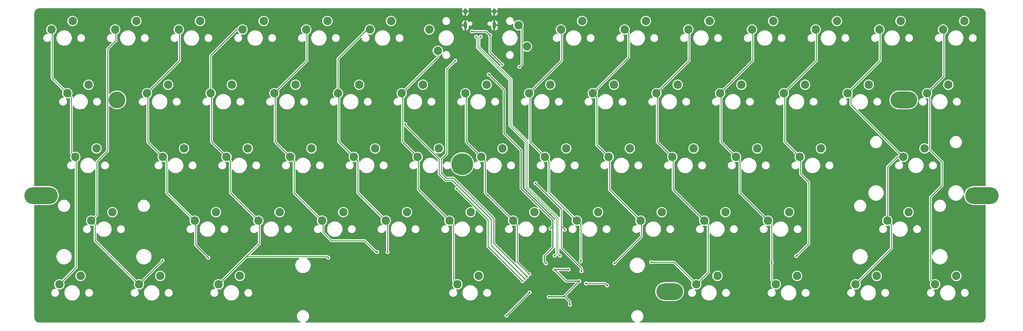
<source format=gtl>
G04 #@! TF.GenerationSoftware,KiCad,Pcbnew,8.0.4*
G04 #@! TF.CreationDate,2024-08-16T15:43:28+02:00*
G04 #@! TF.ProjectId,keyboard,6b657962-6f61-4726-942e-6b696361645f,rev?*
G04 #@! TF.SameCoordinates,Original*
G04 #@! TF.FileFunction,Copper,L1,Top*
G04 #@! TF.FilePolarity,Positive*
%FSLAX46Y46*%
G04 Gerber Fmt 4.6, Leading zero omitted, Abs format (unit mm)*
G04 Created by KiCad (PCBNEW 8.0.4) date 2024-08-16 15:43:28*
%MOMM*%
%LPD*%
G01*
G04 APERTURE LIST*
G04 #@! TA.AperFunction,ComponentPad*
%ADD10O,1.000000X2.200000*%
G04 #@! TD*
G04 #@! TA.AperFunction,ComponentPad*
%ADD11O,1.000000X1.800000*%
G04 #@! TD*
G04 #@! TA.AperFunction,ComponentPad*
%ADD12C,2.500000*%
G04 #@! TD*
G04 #@! TA.AperFunction,ComponentPad*
%ADD13C,6.500000*%
G04 #@! TD*
G04 #@! TA.AperFunction,ComponentPad*
%ADD14O,8.000000X5.000000*%
G04 #@! TD*
G04 #@! TA.AperFunction,ComponentPad*
%ADD15O,10.000000X5.000000*%
G04 #@! TD*
G04 #@! TA.AperFunction,ComponentPad*
%ADD16C,5.000000*%
G04 #@! TD*
G04 #@! TA.AperFunction,ViaPad*
%ADD17C,0.600000*%
G04 #@! TD*
G04 #@! TA.AperFunction,Conductor*
%ADD18C,0.300000*%
G04 #@! TD*
G04 #@! TA.AperFunction,Conductor*
%ADD19C,0.250000*%
G04 #@! TD*
G04 #@! TA.AperFunction,Conductor*
%ADD20C,0.200000*%
G04 #@! TD*
G04 APERTURE END LIST*
D10*
X129430000Y-5600000D03*
D11*
X129430000Y-1400000D03*
D10*
X138070000Y-5600000D03*
D11*
X138070000Y-1400000D03*
D12*
X129415000Y-25910000D03*
X135765000Y-23370000D03*
X186565000Y-25910000D03*
X192915000Y-23370000D03*
X177040000Y-6860000D03*
X183390000Y-4320000D03*
X222283750Y-83060000D03*
X228633750Y-80520000D03*
D13*
X128450000Y-47100000D03*
D12*
X100840000Y-6860000D03*
X107190000Y-4320000D03*
X246096250Y-83060000D03*
X252446250Y-80520000D03*
X253240000Y-6860000D03*
X259590000Y-4320000D03*
X43690000Y-6860000D03*
X50040000Y-4320000D03*
X24640000Y-6860000D03*
X30990000Y-4320000D03*
X224665000Y-25910000D03*
X231015000Y-23370000D03*
X210377500Y-44960000D03*
X216727500Y-42420000D03*
X145290000Y-5590000D03*
X147830000Y-11940000D03*
X157990000Y-6860000D03*
X164340000Y-4320000D03*
X269908750Y-83060000D03*
X276258750Y-80520000D03*
X38927500Y-44960000D03*
X45277500Y-42420000D03*
X5590000Y-6860000D03*
X11940000Y-4320000D03*
X205615000Y-25910000D03*
X211965000Y-23370000D03*
X260383750Y-44960000D03*
X266733750Y-42420000D03*
X162752500Y-64010000D03*
X169102500Y-61470000D03*
X105602500Y-64010000D03*
X111952500Y-61470000D03*
X121160000Y-13210000D03*
X118620000Y-6860000D03*
X196090000Y-6860000D03*
X202440000Y-4320000D03*
D14*
X260550000Y-27900000D03*
D12*
X243715000Y-25910000D03*
X250065000Y-23370000D03*
X110365000Y-25910000D03*
X116715000Y-23370000D03*
X134177500Y-44960000D03*
X140527500Y-42420000D03*
X172277500Y-44960000D03*
X178627500Y-42420000D03*
X153227500Y-44960000D03*
X159577500Y-42420000D03*
X34165000Y-25910000D03*
X40515000Y-23370000D03*
X234190000Y-6860000D03*
X240540000Y-4320000D03*
X86552500Y-64010000D03*
X92902500Y-61470000D03*
X191327500Y-44960000D03*
X197677500Y-42420000D03*
D15*
X2500000Y-56500000D03*
D12*
X198471250Y-83060000D03*
X204821250Y-80520000D03*
X55596250Y-83060000D03*
X61946250Y-80520000D03*
X127033750Y-83060000D03*
X133383750Y-80520000D03*
X148465000Y-25910000D03*
X154815000Y-23370000D03*
X77027500Y-44960000D03*
X83377500Y-42420000D03*
X255621250Y-64010000D03*
X261971250Y-61470000D03*
X167515000Y-25910000D03*
X173865000Y-23370000D03*
X124652500Y-64010000D03*
X131002500Y-61470000D03*
X115127500Y-44960000D03*
X121477500Y-42420000D03*
X67502500Y-64010000D03*
X73852500Y-61470000D03*
X215140000Y-6860000D03*
X221490000Y-4320000D03*
D16*
X25200000Y-27900000D03*
D12*
X219902500Y-64010000D03*
X226252500Y-61470000D03*
X181802500Y-64010000D03*
X188152500Y-61470000D03*
X272290000Y-6860000D03*
X278640000Y-4320000D03*
X81790000Y-6860000D03*
X88140000Y-4320000D03*
X72265000Y-25910000D03*
X78615000Y-23370000D03*
X267527500Y-25910000D03*
X273877500Y-23370000D03*
X57977500Y-44960000D03*
X64327500Y-42420000D03*
X17496250Y-64010000D03*
X23846250Y-61470000D03*
X7971250Y-83060000D03*
X14321250Y-80520000D03*
X200852500Y-64010000D03*
X207202500Y-61470000D03*
D14*
X190500000Y-85200000D03*
D12*
X143702500Y-64010000D03*
X150052500Y-61470000D03*
X62740000Y-6860000D03*
X69090000Y-4320000D03*
X229427500Y-44960000D03*
X235777500Y-42420000D03*
X96077500Y-44960000D03*
X102427500Y-42420000D03*
X48452500Y-64010000D03*
X54802500Y-61470000D03*
X10352500Y-25910000D03*
X16702500Y-23370000D03*
X31783750Y-83060000D03*
X38133750Y-80520000D03*
X12733750Y-44960000D03*
X19083750Y-42420000D03*
X53215000Y-25910000D03*
X59565000Y-23370000D03*
D15*
X283900000Y-56500000D03*
D12*
X91315000Y-25910000D03*
X97665000Y-23370000D03*
D17*
X136400000Y-20300000D03*
X138300000Y-7900000D03*
X38800000Y-75900000D03*
X52500000Y-75100000D03*
X88400000Y-75100000D03*
X103100000Y-73400000D03*
X106100000Y-73400000D03*
X148500000Y-80000000D03*
X145600000Y-18000000D03*
X163950000Y-76150000D03*
X174000000Y-76800000D03*
X185000000Y-76400000D03*
X221033751Y-76500000D03*
X228400000Y-74600000D03*
X126400000Y-16150000D03*
X147843506Y-80756494D03*
X111400000Y-35150000D03*
X147171753Y-81428247D03*
X146500000Y-82100000D03*
X126800000Y-54400000D03*
X148600000Y-85500000D03*
X141700000Y-92400000D03*
X149100000Y-46700000D03*
X133500000Y-56000000D03*
X152900000Y-57200000D03*
X152800000Y-52700000D03*
X91300000Y-93500000D03*
X150250000Y-86500000D03*
X121200000Y-93300000D03*
X140750000Y-70000000D03*
X171800000Y-83400000D03*
X165500000Y-82800000D03*
X136800000Y-8550000D03*
X140400000Y-17300000D03*
X131350000Y-7450000D03*
X134000000Y-9000000D03*
X157700000Y-74500000D03*
X132600000Y-9000000D03*
X156100000Y-74500000D03*
X150400000Y-52800000D03*
X159100000Y-66700000D03*
X164150000Y-79150000D03*
X163450000Y-82100000D03*
X160255307Y-78605307D03*
X154900000Y-66350000D03*
X156056250Y-78606250D03*
X153500000Y-76800000D03*
X160650000Y-89150000D03*
X154412500Y-86800000D03*
D18*
X141000000Y-24900000D02*
X136400000Y-20300000D01*
X141000000Y-26412968D02*
X141000000Y-24900000D01*
D19*
X11537500Y-43763750D02*
X12733750Y-44960000D01*
X10352500Y-25910000D02*
X11537500Y-27095000D01*
X5820000Y-21377500D02*
X10352500Y-25910000D01*
X12733750Y-44960000D02*
X12963750Y-45190000D01*
X12963750Y-78067500D02*
X7971250Y-83060000D01*
X12963750Y-45190000D02*
X12963750Y-78067500D01*
X5820000Y-7090000D02*
X5820000Y-21377500D01*
X5590000Y-6860000D02*
X5820000Y-7090000D01*
X11537500Y-27095000D02*
X11537500Y-43763750D01*
X19168750Y-46412689D02*
X22425000Y-43156439D01*
X19168750Y-62337500D02*
X19168750Y-46412689D01*
X38800000Y-75900000D02*
X38800000Y-76043750D01*
X24870000Y-10130000D02*
X24870000Y-7090000D01*
X18681250Y-69957500D02*
X18681250Y-65195000D01*
X24870000Y-7090000D02*
X24640000Y-6860000D01*
X22425000Y-43156439D02*
X22425000Y-12575000D01*
X38800000Y-76043750D02*
X31783750Y-83060000D01*
X18681250Y-65195000D02*
X17496250Y-64010000D01*
X22425000Y-12575000D02*
X24870000Y-10130000D01*
X17496250Y-64010000D02*
X19168750Y-62337500D01*
X31783750Y-83060000D02*
X18681250Y-69957500D01*
X52500000Y-75100000D02*
X48682500Y-71282500D01*
X40112500Y-46145000D02*
X40112500Y-55670000D01*
X40112500Y-55670000D02*
X48452500Y-64010000D01*
X43690000Y-6860000D02*
X43920000Y-7090000D01*
X34165000Y-25910000D02*
X34395000Y-26140000D01*
X34395000Y-40427500D02*
X38927500Y-44960000D01*
X43920000Y-7090000D02*
X43920000Y-16155000D01*
X48682500Y-64240000D02*
X48452500Y-64010000D01*
X48682500Y-71282500D02*
X48682500Y-64240000D01*
X34395000Y-26140000D02*
X34395000Y-40427500D01*
X43920000Y-16155000D02*
X34165000Y-25910000D01*
X38927500Y-44960000D02*
X40112500Y-46145000D01*
X88400000Y-75100000D02*
X88056100Y-74756100D01*
X53215000Y-25910000D02*
X53215000Y-14617234D01*
X57977500Y-44960000D02*
X53445000Y-40427500D01*
X53215000Y-14617234D02*
X60972234Y-6860000D01*
X67732500Y-64240000D02*
X67732500Y-70923750D01*
X59162500Y-55670000D02*
X59162500Y-46145000D01*
X60972234Y-6860000D02*
X62740000Y-6860000D01*
X88056100Y-74756100D02*
X63900150Y-74756100D01*
X59162500Y-46145000D02*
X57977500Y-44960000D01*
X53445000Y-26140000D02*
X53215000Y-25910000D01*
X67502500Y-64010000D02*
X59162500Y-55670000D01*
X53445000Y-40427500D02*
X53445000Y-26140000D01*
X63878125Y-74778125D02*
X55596250Y-83060000D01*
X63900150Y-74756100D02*
X63878125Y-74778125D01*
X67502500Y-64010000D02*
X67732500Y-64240000D01*
X67732500Y-70923750D02*
X63878125Y-74778125D01*
X81790000Y-6860000D02*
X82020000Y-7090000D01*
X78212500Y-46145000D02*
X78212500Y-55670000D01*
X77027500Y-44960000D02*
X78212500Y-46145000D01*
X72265000Y-25910000D02*
X72495000Y-26140000D01*
X99300000Y-70000000D02*
X89300000Y-70000000D01*
X78212500Y-55670000D02*
X86552500Y-64010000D01*
X102700000Y-73400000D02*
X99300000Y-70000000D01*
X72495000Y-26140000D02*
X72495000Y-40427500D01*
X103100000Y-73400000D02*
X102700000Y-73400000D01*
X82020000Y-7090000D02*
X82020000Y-16155000D01*
X86782500Y-64240000D02*
X86552500Y-64010000D01*
X89300000Y-70000000D02*
X86782500Y-67482500D01*
X72495000Y-40427500D02*
X77027500Y-44960000D01*
X86782500Y-67482500D02*
X86782500Y-64240000D01*
X82020000Y-16155000D02*
X72265000Y-25910000D01*
X105602500Y-64010000D02*
X97262500Y-55670000D01*
X91315000Y-25910000D02*
X91315000Y-15533680D01*
X96077500Y-44960000D02*
X91545000Y-40427500D01*
X99988680Y-6860000D02*
X100840000Y-6860000D01*
X106100000Y-73400000D02*
X106100000Y-64507500D01*
X91315000Y-15533680D02*
X99988680Y-6860000D01*
X97262500Y-55670000D02*
X97262500Y-46145000D01*
X91545000Y-26140000D02*
X91315000Y-25910000D01*
X106100000Y-64507500D02*
X105602500Y-64010000D01*
X97262500Y-46145000D02*
X96077500Y-44960000D01*
X91545000Y-40427500D02*
X91545000Y-26140000D01*
X110595000Y-40427500D02*
X115127500Y-44960000D01*
X121160000Y-13210000D02*
X121160000Y-15115000D01*
X125837500Y-81863750D02*
X127033750Y-83060000D01*
X124652500Y-64010000D02*
X125837500Y-65195000D01*
X125837500Y-65195000D02*
X125837500Y-81863750D01*
X115357500Y-54715000D02*
X124652500Y-64010000D01*
X115127500Y-44960000D02*
X115357500Y-45190000D01*
X110365000Y-25910000D02*
X110595000Y-26140000D01*
X110595000Y-26140000D02*
X110595000Y-40427500D01*
X115357500Y-45190000D02*
X115357500Y-54715000D01*
X121160000Y-15115000D02*
X110365000Y-25910000D01*
X143702500Y-64010000D02*
X144887500Y-65195000D01*
X143702500Y-64010000D02*
X135362500Y-55670000D01*
X144887500Y-76387500D02*
X148500000Y-80000000D01*
X129645000Y-26140000D02*
X129415000Y-25910000D01*
X135362500Y-55670000D02*
X135362500Y-46145000D01*
X146305000Y-17295000D02*
X145600000Y-18000000D01*
X146305000Y-6605000D02*
X146305000Y-17295000D01*
X129645000Y-40427500D02*
X129645000Y-26140000D01*
X134177500Y-44960000D02*
X129645000Y-40427500D01*
X145290000Y-5590000D02*
X146305000Y-6605000D01*
X144887500Y-65195000D02*
X144887500Y-76387500D01*
X135362500Y-46145000D02*
X134177500Y-44960000D01*
X154412500Y-46145000D02*
X154412500Y-55670000D01*
X162752500Y-64010000D02*
X163937500Y-65195000D01*
X163937500Y-76162500D02*
X163950000Y-76150000D01*
X158220000Y-7090000D02*
X158220000Y-16155000D01*
X148465000Y-25910000D02*
X148695000Y-26140000D01*
X157990000Y-6860000D02*
X158220000Y-7090000D01*
X163937500Y-65195000D02*
X163937500Y-65850000D01*
X153227500Y-44960000D02*
X154412500Y-46145000D01*
X163937500Y-65850000D02*
X163937500Y-76162500D01*
X148695000Y-40427500D02*
X153227500Y-44960000D01*
X158220000Y-16155000D02*
X148465000Y-25910000D01*
X148695000Y-26140000D02*
X148695000Y-40427500D01*
X154412500Y-55670000D02*
X162752500Y-64010000D01*
X177500000Y-73300000D02*
X174000000Y-76800000D01*
X178225000Y-15200000D02*
X178225000Y-8045000D01*
X172277500Y-44960000D02*
X168700000Y-41382500D01*
X172507500Y-54715000D02*
X181802500Y-64010000D01*
X182032500Y-68767500D02*
X177500000Y-73300000D01*
X182032500Y-64240000D02*
X182032500Y-68767500D01*
X168700000Y-27095000D02*
X167515000Y-25910000D01*
X168700000Y-41382500D02*
X168700000Y-27095000D01*
X167515000Y-25910000D02*
X178225000Y-15200000D01*
X172277500Y-44960000D02*
X172507500Y-45190000D01*
X181802500Y-64010000D02*
X182032500Y-64240000D01*
X172507500Y-45190000D02*
X172507500Y-54715000D01*
X178225000Y-8045000D02*
X177040000Y-6860000D01*
X196090000Y-6860000D02*
X196320000Y-7090000D01*
X196320000Y-16155000D02*
X186565000Y-25910000D01*
X186795000Y-40427500D02*
X191327500Y-44960000D01*
X185000000Y-76400000D02*
X191811250Y-76400000D01*
X191811250Y-76400000D02*
X198471250Y-83060000D01*
X186565000Y-25910000D02*
X186795000Y-26140000D01*
X186795000Y-26140000D02*
X186795000Y-40427500D01*
X202037500Y-79493750D02*
X198471250Y-83060000D01*
X191557500Y-45190000D02*
X191557500Y-54715000D01*
X191557500Y-54715000D02*
X200852500Y-64010000D01*
X191327500Y-44960000D02*
X191557500Y-45190000D01*
X202037500Y-65195000D02*
X202037500Y-79493750D01*
X196320000Y-7090000D02*
X196320000Y-16155000D01*
X200852500Y-64010000D02*
X202037500Y-65195000D01*
X219902500Y-64010000D02*
X211500000Y-55607500D01*
X205845000Y-26140000D02*
X205615000Y-25910000D01*
X211500000Y-46082500D02*
X210377500Y-44960000D01*
X210377500Y-44960000D02*
X205845000Y-40427500D01*
X215370000Y-7090000D02*
X215140000Y-6860000D01*
X221033751Y-81810001D02*
X221033751Y-76500000D01*
X221033751Y-76500000D02*
X221033751Y-65141251D01*
X215370000Y-16155000D02*
X215370000Y-7090000D01*
X205615000Y-25910000D02*
X215370000Y-16155000D01*
X221033751Y-65141251D02*
X219902500Y-64010000D01*
X205845000Y-40427500D02*
X205845000Y-26140000D01*
X222283750Y-83060000D02*
X221033751Y-81810001D01*
X211500000Y-55607500D02*
X211500000Y-46082500D01*
X232100000Y-52500000D02*
X229657500Y-50057500D01*
X228400000Y-74600000D02*
X232100000Y-70900000D01*
X229657500Y-45190000D02*
X229427500Y-44960000D01*
X234190000Y-6860000D02*
X234420000Y-7090000D01*
X232100000Y-70900000D02*
X232100000Y-52500000D01*
X229657500Y-50057500D02*
X229657500Y-45190000D01*
X224895000Y-40427500D02*
X229427500Y-44960000D01*
X224895000Y-26140000D02*
X224895000Y-40427500D01*
X224665000Y-25910000D02*
X224895000Y-26140000D01*
X234420000Y-7090000D02*
X234420000Y-16155000D01*
X234420000Y-16155000D02*
X224665000Y-25910000D01*
X246096250Y-83060000D02*
X256806250Y-72350000D01*
X244750000Y-26945000D02*
X243715000Y-25910000D01*
X243715000Y-25910000D02*
X253470000Y-16155000D01*
X255621250Y-47954734D02*
X258615984Y-44960000D01*
X260322689Y-44960000D02*
X244750000Y-29387311D01*
X258615984Y-44960000D02*
X260383750Y-44960000D01*
X255621250Y-64010000D02*
X255621250Y-47954734D01*
X256806250Y-72350000D02*
X256806250Y-65195000D01*
X253470000Y-7090000D02*
X253240000Y-6860000D01*
X256806250Y-65195000D02*
X255621250Y-64010000D01*
X244750000Y-29387311D02*
X244750000Y-26945000D01*
X260383750Y-44960000D02*
X260322689Y-44960000D01*
X253470000Y-16155000D02*
X253470000Y-7090000D01*
X272000000Y-53500000D02*
X268500000Y-57000000D01*
X272000000Y-46500000D02*
X272000000Y-53500000D01*
X267527500Y-25910000D02*
X268258750Y-26641250D01*
X268500000Y-57000000D02*
X268500000Y-81651250D01*
X268258750Y-42758750D02*
X272000000Y-46500000D01*
X272520000Y-7090000D02*
X272520000Y-20917500D01*
X272290000Y-6860000D02*
X272520000Y-7090000D01*
X268500000Y-81651250D02*
X269908750Y-83060000D01*
X272520000Y-20917500D02*
X267527500Y-25910000D01*
X268258750Y-26641250D02*
X268258750Y-42758750D01*
X125900000Y-51300000D02*
X123700000Y-51300000D01*
X122200000Y-45600000D02*
X123800000Y-44000000D01*
X147843506Y-80756494D02*
X147843506Y-80743506D01*
X147843506Y-80743506D02*
X137900000Y-70800000D01*
X137900000Y-63300000D02*
X125900000Y-51300000D01*
X122200000Y-49800000D02*
X122200000Y-45600000D01*
X123700000Y-51300000D02*
X122200000Y-49800000D01*
X137900000Y-70800000D02*
X137900000Y-63300000D01*
X123800000Y-18750000D02*
X126400000Y-16150000D01*
X123800000Y-44000000D02*
X123800000Y-18750000D01*
X125496016Y-52000000D02*
X123500000Y-52000000D01*
X121562500Y-45562500D02*
X111400000Y-35400000D01*
X137100000Y-63603984D02*
X125496016Y-52000000D01*
X111400000Y-35400000D02*
X111400000Y-35150000D01*
X123500000Y-52000000D02*
X121562500Y-50062500D01*
X137100000Y-71356494D02*
X137100000Y-63603984D01*
X121562500Y-50062500D02*
X121562500Y-45562500D01*
X147171753Y-81428247D02*
X137100000Y-71356494D01*
X136200000Y-71800000D02*
X136200000Y-63800000D01*
X146500000Y-82100000D02*
X136200000Y-71800000D01*
X136200000Y-63800000D02*
X126800000Y-54400000D01*
X148600000Y-85500000D02*
X141700000Y-92400000D01*
X165500000Y-82800000D02*
X171200000Y-82800000D01*
X171200000Y-82800000D02*
X171800000Y-83400000D01*
X136800000Y-13700000D02*
X140400000Y-17300000D01*
X136800000Y-8550000D02*
X135700000Y-7450000D01*
X136800000Y-8550000D02*
X136800000Y-13700000D01*
X135700000Y-7450000D02*
X131350000Y-7450000D01*
D20*
X157125001Y-73925001D02*
X157125001Y-70550001D01*
X133475001Y-9524999D02*
X134000000Y-9000000D01*
X143125000Y-35406800D02*
X143125000Y-21756800D01*
X157125000Y-70550000D02*
X157125000Y-63106800D01*
X157700000Y-74500000D02*
X157125001Y-73925001D01*
X147975000Y-40256800D02*
X143125000Y-35406800D01*
X143125000Y-21756800D02*
X133475001Y-12106801D01*
X157125001Y-70550001D02*
X157125000Y-70550000D01*
X147975000Y-53956800D02*
X147975000Y-40256800D01*
X157125000Y-63106800D02*
X147975000Y-53956800D01*
X133475001Y-12106801D02*
X133475001Y-9524999D01*
X133024999Y-9500000D02*
X133024999Y-12293199D01*
X132600000Y-9075001D02*
X133024999Y-9500000D01*
X147525000Y-54143200D02*
X156675000Y-63293200D01*
X142675000Y-21943200D02*
X142675000Y-35593200D01*
X156100000Y-74500000D02*
X156175000Y-74500000D01*
X142675000Y-35593200D02*
X147525000Y-40443200D01*
X156674999Y-70550001D02*
X156674999Y-74000001D01*
X132600000Y-9000000D02*
X132600000Y-9075001D01*
X156675000Y-63293200D02*
X156675000Y-70550000D01*
X156175000Y-74500000D02*
X156674999Y-74000001D01*
X156675000Y-70550000D02*
X156674999Y-70550001D01*
X147525000Y-40443200D02*
X147525000Y-54143200D01*
X133024999Y-12293199D02*
X142675000Y-21943200D01*
D19*
X159100000Y-66700000D02*
X158250000Y-65850000D01*
X164150000Y-79150000D02*
X164150000Y-78250000D01*
X164150000Y-78250000D02*
X158100000Y-72200000D01*
X158100000Y-65600000D02*
X158100000Y-65850000D01*
X158100000Y-60500000D02*
X158100000Y-65600000D01*
X158100000Y-72200000D02*
X158100000Y-65600000D01*
X150400000Y-52800000D02*
X158100000Y-60500000D01*
X158250000Y-65850000D02*
X158100000Y-65850000D01*
D18*
X146100000Y-43000000D02*
X146100000Y-45900000D01*
X158750000Y-86800000D02*
X163450000Y-82100000D01*
X153000000Y-74600000D02*
X153000000Y-76300000D01*
X154412500Y-86800000D02*
X158750000Y-86800000D01*
X154900000Y-66350000D02*
X155600000Y-65650000D01*
X155600000Y-67900000D02*
X155600000Y-72000000D01*
X141000000Y-37900000D02*
X146100000Y-43000000D01*
X146100000Y-45900000D02*
X146100000Y-54400000D01*
X156056250Y-78606250D02*
X159550000Y-82100000D01*
X141000000Y-37900000D02*
X141000000Y-27100000D01*
X141000000Y-27100000D02*
X141000000Y-26412968D01*
X153000000Y-76300000D02*
X153500000Y-76800000D01*
X154362500Y-86850000D02*
X154412500Y-86800000D01*
X156056250Y-78606250D02*
X156057193Y-78605307D01*
X159250000Y-86800000D02*
X160650000Y-88200000D01*
X155600000Y-65650000D02*
X155600000Y-65550000D01*
X159550000Y-82100000D02*
X163450000Y-82100000D01*
X153800000Y-62100000D02*
X155600000Y-63900000D01*
X155600000Y-65550000D02*
X155600000Y-67900000D01*
X146100000Y-54400000D02*
X153800000Y-62100000D01*
X155600000Y-72000000D02*
X153000000Y-74600000D01*
X155600000Y-63900000D02*
X155600000Y-65550000D01*
X160650000Y-88200000D02*
X160650000Y-89150000D01*
X156057193Y-78605307D02*
X160255307Y-78605307D01*
X158750000Y-86800000D02*
X159250000Y-86800000D01*
G04 #@! TA.AperFunction,Conductor*
G36*
X134897495Y-46418477D02*
G01*
X134933148Y-46478565D01*
X134937000Y-46509232D01*
X134937000Y-55613982D01*
X134937000Y-55726018D01*
X134965997Y-55834237D01*
X135022015Y-55931263D01*
X135022017Y-55931265D01*
X142280963Y-63190211D01*
X142314448Y-63251534D01*
X142309464Y-63321226D01*
X142307843Y-63325344D01*
X142223331Y-63529376D01*
X142223330Y-63529378D01*
X142166353Y-63766702D01*
X142147206Y-64010000D01*
X142166353Y-64253297D01*
X142166353Y-64253300D01*
X142166354Y-64253302D01*
X142174891Y-64288862D01*
X142223330Y-64490619D01*
X142316722Y-64716089D01*
X142444237Y-64924173D01*
X142444238Y-64924176D01*
X142602740Y-65109758D01*
X142602741Y-65109759D01*
X142666651Y-65164344D01*
X142704843Y-65222848D01*
X142705343Y-65292716D01*
X142667989Y-65351762D01*
X142604643Y-65381241D01*
X142566723Y-65381106D01*
X142561546Y-65380286D01*
X142525014Y-65374500D01*
X142339986Y-65374500D01*
X142279069Y-65384148D01*
X142157234Y-65403445D01*
X141981267Y-65460619D01*
X141981264Y-65460620D01*
X141816403Y-65544622D01*
X141787951Y-65565294D01*
X141666713Y-65653379D01*
X141666711Y-65653381D01*
X141666710Y-65653381D01*
X141535881Y-65784210D01*
X141535881Y-65784211D01*
X141535879Y-65784213D01*
X141489172Y-65848499D01*
X141427122Y-65933903D01*
X141343120Y-66098764D01*
X141343119Y-66098767D01*
X141285945Y-66274734D01*
X141257000Y-66457486D01*
X141257000Y-66642513D01*
X141285945Y-66825265D01*
X141343119Y-67001232D01*
X141343120Y-67001235D01*
X141421334Y-67154737D01*
X141427122Y-67166096D01*
X141535879Y-67315787D01*
X141666713Y-67446621D01*
X141816404Y-67555378D01*
X141844450Y-67569668D01*
X141981264Y-67639379D01*
X141981267Y-67639380D01*
X142069250Y-67667967D01*
X142157236Y-67696555D01*
X142339986Y-67725500D01*
X142339987Y-67725500D01*
X142525013Y-67725500D01*
X142525014Y-67725500D01*
X142707764Y-67696555D01*
X142883735Y-67639379D01*
X143048596Y-67555378D01*
X143198287Y-67446621D01*
X143329121Y-67315787D01*
X143437878Y-67166096D01*
X143521879Y-67001235D01*
X143579055Y-66825264D01*
X143608000Y-66642514D01*
X143608000Y-66457486D01*
X143579055Y-66274736D01*
X143546800Y-66175464D01*
X143521880Y-66098767D01*
X143521879Y-66098764D01*
X143437877Y-65933903D01*
X143391591Y-65870196D01*
X143329121Y-65784213D01*
X143285641Y-65740733D01*
X143252156Y-65679410D01*
X143257140Y-65609718D01*
X143299012Y-65553785D01*
X143364476Y-65529368D01*
X143402266Y-65532477D01*
X143459198Y-65546146D01*
X143702500Y-65565294D01*
X143945802Y-65546146D01*
X144183112Y-65489172D01*
X144290547Y-65444670D01*
X144360016Y-65437202D01*
X144422495Y-65468477D01*
X144458148Y-65528565D01*
X144462000Y-65559232D01*
X144462000Y-76443520D01*
X144462341Y-76446112D01*
X144462000Y-76448297D01*
X144462000Y-76451645D01*
X144461478Y-76451645D01*
X144451572Y-76515147D01*
X144405189Y-76567400D01*
X144337919Y-76586282D01*
X144271119Y-76565798D01*
X144251720Y-76549972D01*
X138361819Y-70660071D01*
X138328334Y-70598748D01*
X138325500Y-70572390D01*
X138325500Y-63243984D01*
X138325500Y-63243982D01*
X138296503Y-63135763D01*
X138240485Y-63038737D01*
X138161263Y-62959515D01*
X126161263Y-50959515D01*
X126064237Y-50903497D01*
X125956018Y-50874500D01*
X125956017Y-50874500D01*
X123927609Y-50874500D01*
X123860570Y-50854815D01*
X123839928Y-50838181D01*
X122661819Y-49660071D01*
X122628334Y-49598748D01*
X122625500Y-49572390D01*
X122625500Y-47800582D01*
X122645185Y-47733543D01*
X122697989Y-47687788D01*
X122767147Y-47677844D01*
X122830703Y-47706869D01*
X122868477Y-47765647D01*
X122870076Y-47771642D01*
X122870947Y-47775272D01*
X122928119Y-47951232D01*
X122928120Y-47951235D01*
X122980248Y-48053540D01*
X123012122Y-48116096D01*
X123120879Y-48265787D01*
X123251713Y-48396621D01*
X123401404Y-48505378D01*
X123429450Y-48519668D01*
X123566264Y-48589379D01*
X123566267Y-48589380D01*
X123654250Y-48617967D01*
X123742236Y-48646555D01*
X123924986Y-48675500D01*
X123924987Y-48675500D01*
X124110013Y-48675500D01*
X124110014Y-48675500D01*
X124292764Y-48646555D01*
X124468735Y-48589379D01*
X124633596Y-48505378D01*
X124783287Y-48396621D01*
X124909380Y-48270527D01*
X124970699Y-48237045D01*
X125040391Y-48242029D01*
X125096325Y-48283900D01*
X125112822Y-48313773D01*
X125202006Y-48546103D01*
X125370959Y-48877691D01*
X125573641Y-49189794D01*
X125573643Y-49189796D01*
X125807843Y-49479009D01*
X126070991Y-49742157D01*
X126070995Y-49742160D01*
X126360205Y-49976358D01*
X126672308Y-50179040D01*
X126672313Y-50179043D01*
X127003900Y-50347995D01*
X127351329Y-50481361D01*
X127710796Y-50577680D01*
X128078362Y-50635896D01*
X128429444Y-50654295D01*
X128449999Y-50655373D01*
X128450000Y-50655373D01*
X128450001Y-50655373D01*
X128469478Y-50654352D01*
X128821638Y-50635896D01*
X129189204Y-50577680D01*
X129548671Y-50481361D01*
X129896100Y-50347995D01*
X130227687Y-50179043D01*
X130539796Y-49976357D01*
X130829009Y-49742157D01*
X131092157Y-49479009D01*
X131326357Y-49189796D01*
X131529043Y-48877687D01*
X131697995Y-48546100D01*
X131794720Y-48294123D01*
X131837120Y-48238594D01*
X131902814Y-48214801D01*
X131970942Y-48230302D01*
X132007223Y-48262501D01*
X132007715Y-48262082D01*
X132010734Y-48265616D01*
X132010793Y-48265669D01*
X132010879Y-48265787D01*
X132141713Y-48396621D01*
X132291404Y-48505378D01*
X132319450Y-48519668D01*
X132456264Y-48589379D01*
X132456267Y-48589380D01*
X132544250Y-48617967D01*
X132632236Y-48646555D01*
X132814986Y-48675500D01*
X132814987Y-48675500D01*
X133000013Y-48675500D01*
X133000014Y-48675500D01*
X133182764Y-48646555D01*
X133358735Y-48589379D01*
X133523596Y-48505378D01*
X133673287Y-48396621D01*
X133804121Y-48265787D01*
X133912878Y-48116096D01*
X133996879Y-47951235D01*
X134054055Y-47775264D01*
X134083000Y-47592514D01*
X134083000Y-47407486D01*
X134054055Y-47224736D01*
X133996879Y-47048765D01*
X133996879Y-47048764D01*
X133912877Y-46883903D01*
X133866591Y-46820196D01*
X133804121Y-46734213D01*
X133760641Y-46690733D01*
X133727156Y-46629410D01*
X133732140Y-46559718D01*
X133774012Y-46503785D01*
X133839476Y-46479368D01*
X133877266Y-46482477D01*
X133934198Y-46496146D01*
X134177500Y-46515294D01*
X134420802Y-46496146D01*
X134658112Y-46439172D01*
X134765547Y-46394670D01*
X134835016Y-46387202D01*
X134897495Y-46418477D01*
G37*
G04 #@! TD.AperFunction*
G04 #@! TA.AperFunction,Conductor*
G36*
X148580703Y-40915397D02*
G01*
X148587181Y-40921429D01*
X151805963Y-44140211D01*
X151839448Y-44201534D01*
X151834464Y-44271226D01*
X151832843Y-44275344D01*
X151748331Y-44479376D01*
X151748330Y-44479378D01*
X151691353Y-44716702D01*
X151672206Y-44960000D01*
X151691353Y-45203297D01*
X151691353Y-45203300D01*
X151691354Y-45203302D01*
X151701138Y-45244056D01*
X151748330Y-45440619D01*
X151841722Y-45666089D01*
X151969237Y-45874173D01*
X151969238Y-45874176D01*
X152127740Y-46059758D01*
X152127741Y-46059759D01*
X152191651Y-46114344D01*
X152229843Y-46172848D01*
X152230343Y-46242716D01*
X152192989Y-46301762D01*
X152129643Y-46331241D01*
X152091723Y-46331106D01*
X152086546Y-46330286D01*
X152050014Y-46324500D01*
X151864986Y-46324500D01*
X151804069Y-46334148D01*
X151682234Y-46353445D01*
X151506267Y-46410619D01*
X151506264Y-46410620D01*
X151341403Y-46494622D01*
X151261579Y-46552618D01*
X151191713Y-46603379D01*
X151191711Y-46603381D01*
X151191710Y-46603381D01*
X151060881Y-46734210D01*
X151060881Y-46734211D01*
X151060879Y-46734213D01*
X151037864Y-46765891D01*
X150952122Y-46883903D01*
X150868120Y-47048764D01*
X150868119Y-47048767D01*
X150810945Y-47224734D01*
X150782000Y-47407486D01*
X150782000Y-47592513D01*
X150810945Y-47775265D01*
X150868119Y-47951232D01*
X150868120Y-47951235D01*
X150920248Y-48053540D01*
X150952122Y-48116096D01*
X151060879Y-48265787D01*
X151191713Y-48396621D01*
X151341404Y-48505378D01*
X151369450Y-48519668D01*
X151506264Y-48589379D01*
X151506267Y-48589380D01*
X151594250Y-48617967D01*
X151682236Y-48646555D01*
X151864986Y-48675500D01*
X151864987Y-48675500D01*
X152050013Y-48675500D01*
X152050014Y-48675500D01*
X152232764Y-48646555D01*
X152408735Y-48589379D01*
X152573596Y-48505378D01*
X152723287Y-48396621D01*
X152854121Y-48265787D01*
X152962878Y-48116096D01*
X153046879Y-47951235D01*
X153104055Y-47775264D01*
X153133000Y-47592514D01*
X153133000Y-47407486D01*
X153104055Y-47224736D01*
X153046879Y-47048765D01*
X153046879Y-47048764D01*
X152962877Y-46883903D01*
X152916591Y-46820196D01*
X152854121Y-46734213D01*
X152810641Y-46690733D01*
X152777156Y-46629410D01*
X152782140Y-46559718D01*
X152824012Y-46503785D01*
X152889476Y-46479368D01*
X152927266Y-46482477D01*
X152984198Y-46496146D01*
X153227500Y-46515294D01*
X153470802Y-46496146D01*
X153708112Y-46439172D01*
X153815547Y-46394670D01*
X153885016Y-46387202D01*
X153947495Y-46418477D01*
X153983148Y-46478565D01*
X153987000Y-46509232D01*
X153987000Y-55485890D01*
X153967315Y-55552929D01*
X153914511Y-55598684D01*
X153845353Y-55608628D01*
X153781797Y-55579603D01*
X153775319Y-55573571D01*
X151036042Y-52834294D01*
X151002557Y-52772971D01*
X151000784Y-52762798D01*
X150996151Y-52727610D01*
X150985044Y-52643238D01*
X150924536Y-52497159D01*
X150828282Y-52371718D01*
X150702841Y-52275464D01*
X150556762Y-52214956D01*
X150556760Y-52214955D01*
X150400001Y-52194318D01*
X150399999Y-52194318D01*
X150243239Y-52214955D01*
X150243237Y-52214956D01*
X150097160Y-52275463D01*
X149971718Y-52371718D01*
X149875463Y-52497160D01*
X149814956Y-52643237D01*
X149814955Y-52643239D01*
X149794318Y-52799998D01*
X149794318Y-52800001D01*
X149814955Y-52956760D01*
X149814956Y-52956762D01*
X149875464Y-53102841D01*
X149971718Y-53228282D01*
X150097159Y-53324536D01*
X150243238Y-53385044D01*
X150362798Y-53400784D01*
X150426695Y-53429050D01*
X150434294Y-53436042D01*
X157638181Y-60639929D01*
X157671666Y-60701252D01*
X157674500Y-60727610D01*
X157674500Y-62794787D01*
X157654815Y-62861826D01*
X157602011Y-62907581D01*
X157532853Y-62917525D01*
X157469297Y-62888500D01*
X157451281Y-62866681D01*
X157450428Y-62867336D01*
X157445482Y-62860890D01*
X157445480Y-62860887D01*
X148411819Y-53827226D01*
X148378334Y-53765903D01*
X148375500Y-53739545D01*
X148375500Y-41009110D01*
X148395185Y-40942071D01*
X148447989Y-40896316D01*
X148517147Y-40886372D01*
X148580703Y-40915397D01*
G37*
G04 #@! TD.AperFunction*
G04 #@! TA.AperFunction,Conductor*
G36*
X128435967Y-520185D02*
G01*
X128481722Y-572989D01*
X128491666Y-642147D01*
X128483489Y-671952D01*
X128468430Y-708306D01*
X128468427Y-708318D01*
X128430000Y-901504D01*
X128430000Y-1150000D01*
X129130000Y-1150000D01*
X129130000Y-1650000D01*
X128430000Y-1650000D01*
X128430000Y-1898495D01*
X128468427Y-2091681D01*
X128468430Y-2091693D01*
X128543807Y-2273671D01*
X128543814Y-2273684D01*
X128653248Y-2437462D01*
X128653251Y-2437466D01*
X128792533Y-2576748D01*
X128792537Y-2576751D01*
X128956315Y-2686185D01*
X128956328Y-2686192D01*
X129138308Y-2761569D01*
X129180000Y-2769862D01*
X129180000Y-1966988D01*
X129189940Y-1984205D01*
X129245795Y-2040060D01*
X129314204Y-2079556D01*
X129390504Y-2100000D01*
X129469496Y-2100000D01*
X129545796Y-2079556D01*
X129614205Y-2040060D01*
X129670060Y-1984205D01*
X129680000Y-1966988D01*
X129680000Y-2769862D01*
X129721690Y-2761569D01*
X129721692Y-2761569D01*
X129903671Y-2686192D01*
X129903684Y-2686185D01*
X130067462Y-2576751D01*
X130067466Y-2576748D01*
X130206748Y-2437466D01*
X130206751Y-2437462D01*
X130316185Y-2273684D01*
X130316192Y-2273671D01*
X130391569Y-2091693D01*
X130391572Y-2091681D01*
X130429999Y-1898495D01*
X130430000Y-1898492D01*
X130430000Y-1650000D01*
X129730000Y-1650000D01*
X129730000Y-1150000D01*
X130430000Y-1150000D01*
X130430000Y-901508D01*
X130429999Y-901504D01*
X130391572Y-708318D01*
X130391569Y-708306D01*
X130376511Y-671952D01*
X130369042Y-602483D01*
X130400317Y-540004D01*
X130460406Y-504352D01*
X130491072Y-500500D01*
X137008928Y-500500D01*
X137075967Y-520185D01*
X137121722Y-572989D01*
X137131666Y-642147D01*
X137123489Y-671952D01*
X137108430Y-708306D01*
X137108427Y-708318D01*
X137070000Y-901504D01*
X137070000Y-1150000D01*
X137770000Y-1150000D01*
X137770000Y-1650000D01*
X137070000Y-1650000D01*
X137070000Y-1898495D01*
X137108427Y-2091681D01*
X137108430Y-2091693D01*
X137183807Y-2273671D01*
X137183814Y-2273684D01*
X137293248Y-2437462D01*
X137293251Y-2437466D01*
X137432533Y-2576748D01*
X137432537Y-2576751D01*
X137596315Y-2686185D01*
X137596328Y-2686192D01*
X137778308Y-2761569D01*
X137820000Y-2769862D01*
X137820000Y-1966988D01*
X137829940Y-1984205D01*
X137885795Y-2040060D01*
X137954204Y-2079556D01*
X138030504Y-2100000D01*
X138109496Y-2100000D01*
X138185796Y-2079556D01*
X138254205Y-2040060D01*
X138310060Y-1984205D01*
X138320000Y-1966988D01*
X138320000Y-2769862D01*
X138361690Y-2761569D01*
X138361692Y-2761569D01*
X138543671Y-2686192D01*
X138543684Y-2686185D01*
X138707462Y-2576751D01*
X138707466Y-2576748D01*
X138846748Y-2437466D01*
X138846751Y-2437462D01*
X138956185Y-2273684D01*
X138956192Y-2273671D01*
X139031569Y-2091693D01*
X139031572Y-2091681D01*
X139069999Y-1898495D01*
X139070000Y-1898492D01*
X139070000Y-1650000D01*
X138370000Y-1650000D01*
X138370000Y-1150000D01*
X139070000Y-1150000D01*
X139070000Y-901508D01*
X139069999Y-901504D01*
X139031572Y-708318D01*
X139031569Y-708306D01*
X139016511Y-671952D01*
X139009042Y-602483D01*
X139040317Y-540004D01*
X139100406Y-504352D01*
X139131072Y-500500D01*
X283409440Y-500500D01*
X283409444Y-500501D01*
X283434107Y-500501D01*
X283495571Y-500501D01*
X283504417Y-500817D01*
X283704560Y-515131D01*
X283722062Y-517648D01*
X283913796Y-559356D01*
X283930754Y-564335D01*
X284114605Y-632909D01*
X284114608Y-632910D01*
X284130700Y-640259D01*
X284255340Y-708318D01*
X284302907Y-734291D01*
X284317790Y-743856D01*
X284474863Y-861439D01*
X284488234Y-873025D01*
X284626974Y-1011765D01*
X284638560Y-1025136D01*
X284756143Y-1182209D01*
X284765708Y-1197092D01*
X284859739Y-1369298D01*
X284867089Y-1385391D01*
X284935661Y-1569237D01*
X284940645Y-1586213D01*
X284982350Y-1777932D01*
X284984868Y-1795443D01*
X284999183Y-1995581D01*
X284999499Y-2004428D01*
X284999499Y-2075882D01*
X284999500Y-2075895D01*
X284999500Y-53575500D01*
X284979815Y-53642539D01*
X284927011Y-53688294D01*
X284875500Y-53699500D01*
X281242722Y-53699500D01*
X280930172Y-53734716D01*
X280930156Y-53734718D01*
X280623500Y-53804710D01*
X280623498Y-53804711D01*
X280326604Y-53908598D01*
X280043213Y-54045072D01*
X279776878Y-54212422D01*
X279530956Y-54408538D01*
X279308538Y-54630956D01*
X279112422Y-54876878D01*
X278945072Y-55143213D01*
X278808598Y-55426604D01*
X278704711Y-55723497D01*
X278671041Y-55871018D01*
X278636932Y-55931996D01*
X278575271Y-55964854D01*
X278505634Y-55959159D01*
X278450130Y-55916719D01*
X278426382Y-55851009D01*
X278426150Y-55843425D01*
X278426150Y-55574623D01*
X278426150Y-55574617D01*
X278386892Y-55276424D01*
X278309048Y-54985907D01*
X278193950Y-54708035D01*
X278193948Y-54708032D01*
X278193946Y-54708027D01*
X278043571Y-54447572D01*
X278043567Y-54447565D01*
X277990840Y-54378850D01*
X277860474Y-54208952D01*
X277860468Y-54208945D01*
X277647804Y-53996281D01*
X277647797Y-53996275D01*
X277409193Y-53813189D01*
X277409191Y-53813187D01*
X277409185Y-53813183D01*
X277409180Y-53813180D01*
X277409177Y-53813178D01*
X277148722Y-53662803D01*
X277148711Y-53662798D01*
X276870847Y-53547703D01*
X276580322Y-53469857D01*
X276282142Y-53430601D01*
X276282139Y-53430600D01*
X276282133Y-53430600D01*
X275981367Y-53430600D01*
X275981361Y-53430600D01*
X275981357Y-53430601D01*
X275683177Y-53469857D01*
X275392652Y-53547703D01*
X275114788Y-53662798D01*
X275114777Y-53662803D01*
X274854322Y-53813178D01*
X274854306Y-53813189D01*
X274615702Y-53996275D01*
X274615695Y-53996281D01*
X274403031Y-54208945D01*
X274403025Y-54208952D01*
X274219939Y-54447556D01*
X274219928Y-54447572D01*
X274069553Y-54708027D01*
X274069548Y-54708038D01*
X273954453Y-54985902D01*
X273876607Y-55276427D01*
X273837351Y-55574607D01*
X273837350Y-55574623D01*
X273837350Y-55875376D01*
X273837351Y-55875392D01*
X273876607Y-56173572D01*
X273954453Y-56464097D01*
X274069548Y-56741961D01*
X274069553Y-56741972D01*
X274219928Y-57002427D01*
X274219939Y-57002443D01*
X274403025Y-57241047D01*
X274403031Y-57241054D01*
X274615695Y-57453718D01*
X274615701Y-57453723D01*
X274854315Y-57636817D01*
X274854322Y-57636821D01*
X275114777Y-57787196D01*
X275114782Y-57787198D01*
X275114785Y-57787200D01*
X275392657Y-57902298D01*
X275683174Y-57980142D01*
X275981367Y-58019400D01*
X275981374Y-58019400D01*
X276282126Y-58019400D01*
X276282133Y-58019400D01*
X276580326Y-57980142D01*
X276870843Y-57902298D01*
X277148715Y-57787200D01*
X277409185Y-57636817D01*
X277647799Y-57453723D01*
X277860473Y-57241049D01*
X278043567Y-57002435D01*
X278193950Y-56741965D01*
X278309048Y-56464093D01*
X278358405Y-56279888D01*
X278394768Y-56220233D01*
X278457614Y-56189703D01*
X278526990Y-56197997D01*
X278580868Y-56242482D01*
X278602143Y-56309034D01*
X278601399Y-56325864D01*
X278599500Y-56342725D01*
X278599500Y-56657277D01*
X278634716Y-56969827D01*
X278634718Y-56969843D01*
X278704710Y-57276499D01*
X278704711Y-57276501D01*
X278808598Y-57573395D01*
X278945072Y-57856786D01*
X278945074Y-57856789D01*
X279112423Y-58123123D01*
X279258733Y-58306589D01*
X279300881Y-58359442D01*
X279308539Y-58369044D01*
X279530956Y-58591461D01*
X279776877Y-58787577D01*
X280043211Y-58954926D01*
X280326606Y-59091402D01*
X280623500Y-59195289D01*
X280930160Y-59265282D01*
X281242723Y-59300499D01*
X281242724Y-59300500D01*
X281242727Y-59300500D01*
X284875500Y-59300500D01*
X284942539Y-59320185D01*
X284988294Y-59372989D01*
X284999500Y-59424500D01*
X284999500Y-92926494D01*
X284999499Y-92926512D01*
X284999499Y-92995571D01*
X284999183Y-93004418D01*
X284984868Y-93204556D01*
X284982350Y-93222067D01*
X284940645Y-93413786D01*
X284935661Y-93430762D01*
X284867089Y-93614608D01*
X284859739Y-93630701D01*
X284765708Y-93802907D01*
X284756143Y-93817790D01*
X284638560Y-93974863D01*
X284626974Y-93988234D01*
X284488234Y-94126974D01*
X284474863Y-94138560D01*
X284317790Y-94256143D01*
X284302907Y-94265708D01*
X284130701Y-94359739D01*
X284114608Y-94367089D01*
X283930762Y-94435661D01*
X283913786Y-94440645D01*
X283722067Y-94482350D01*
X283704556Y-94484868D01*
X283523778Y-94497798D01*
X283504416Y-94499183D01*
X283495571Y-94499499D01*
X181612781Y-94499499D01*
X181545742Y-94479814D01*
X181499987Y-94427010D01*
X181490043Y-94357852D01*
X181519068Y-94294296D01*
X181565328Y-94260938D01*
X181594417Y-94248888D01*
X181652437Y-94224856D01*
X181859563Y-94105272D01*
X182049308Y-93959675D01*
X182218425Y-93790558D01*
X182364022Y-93600813D01*
X182483606Y-93393687D01*
X182575131Y-93172725D01*
X182637033Y-92941706D01*
X182668250Y-92704584D01*
X182668250Y-92465416D01*
X182637033Y-92228294D01*
X182575131Y-91997275D01*
X182483606Y-91776313D01*
X182364022Y-91569187D01*
X182218425Y-91379442D01*
X182218420Y-91379436D01*
X182049313Y-91210329D01*
X182049306Y-91210323D01*
X181859567Y-91064731D01*
X181859566Y-91064730D01*
X181859563Y-91064728D01*
X181652437Y-90945144D01*
X181652430Y-90945141D01*
X181431479Y-90853620D01*
X181200452Y-90791716D01*
X180963335Y-90760500D01*
X180963334Y-90760500D01*
X180724166Y-90760500D01*
X180724165Y-90760500D01*
X180487047Y-90791716D01*
X180256020Y-90853620D01*
X180035069Y-90945141D01*
X180035060Y-90945145D01*
X179827932Y-91064731D01*
X179638193Y-91210323D01*
X179638186Y-91210329D01*
X179469079Y-91379436D01*
X179469073Y-91379443D01*
X179323481Y-91569182D01*
X179203895Y-91776310D01*
X179203891Y-91776319D01*
X179112370Y-91997270D01*
X179050466Y-92228297D01*
X179019250Y-92465415D01*
X179019250Y-92704584D01*
X179049466Y-92934107D01*
X179050467Y-92941706D01*
X179081418Y-93057215D01*
X179112370Y-93172729D01*
X179203891Y-93393680D01*
X179203894Y-93393687D01*
X179323478Y-93600813D01*
X179323480Y-93600816D01*
X179323481Y-93600817D01*
X179469073Y-93790556D01*
X179469079Y-93790563D01*
X179638186Y-93959670D01*
X179638193Y-93959676D01*
X179749668Y-94045214D01*
X179827937Y-94105272D01*
X180035063Y-94224856D01*
X180080213Y-94243557D01*
X180122172Y-94260938D01*
X180176575Y-94304779D01*
X180198640Y-94371073D01*
X180181361Y-94438772D01*
X180130224Y-94486383D01*
X180074719Y-94499499D01*
X81612781Y-94499499D01*
X81545742Y-94479814D01*
X81499987Y-94427010D01*
X81490043Y-94357852D01*
X81519068Y-94294296D01*
X81565328Y-94260938D01*
X81594417Y-94248888D01*
X81652437Y-94224856D01*
X81859563Y-94105272D01*
X82049308Y-93959675D01*
X82218425Y-93790558D01*
X82364022Y-93600813D01*
X82483606Y-93393687D01*
X82575131Y-93172725D01*
X82637033Y-92941706D01*
X82668250Y-92704584D01*
X82668250Y-92465416D01*
X82659638Y-92399998D01*
X141094318Y-92399998D01*
X141094318Y-92400001D01*
X141114955Y-92556760D01*
X141114956Y-92556762D01*
X141175464Y-92702841D01*
X141271718Y-92828282D01*
X141397159Y-92924536D01*
X141543238Y-92985044D01*
X141621619Y-92995363D01*
X141699999Y-93005682D01*
X141700000Y-93005682D01*
X141700001Y-93005682D01*
X141776801Y-92995571D01*
X141856762Y-92985044D01*
X142002841Y-92924536D01*
X142128282Y-92828282D01*
X142224536Y-92702841D01*
X142285044Y-92556762D01*
X142300784Y-92437198D01*
X142329050Y-92373304D01*
X142336030Y-92365716D01*
X147901748Y-86799998D01*
X153806818Y-86799998D01*
X153806818Y-86800001D01*
X153827455Y-86956760D01*
X153827456Y-86956762D01*
X153887964Y-87102841D01*
X153984218Y-87228282D01*
X154109659Y-87324536D01*
X154255738Y-87385044D01*
X154334119Y-87395363D01*
X154412499Y-87405682D01*
X154412500Y-87405682D01*
X154412501Y-87405682D01*
X154464754Y-87398802D01*
X154569262Y-87385044D01*
X154715341Y-87324536D01*
X154778433Y-87276123D01*
X154843602Y-87250930D01*
X154853919Y-87250500D01*
X158690691Y-87250500D01*
X159012035Y-87250500D01*
X159079074Y-87270185D01*
X159099716Y-87286819D01*
X160163181Y-88350284D01*
X160196666Y-88411607D01*
X160199500Y-88437965D01*
X160199500Y-88708580D01*
X160179815Y-88775619D01*
X160173876Y-88784066D01*
X160125464Y-88847157D01*
X160064956Y-88993237D01*
X160064955Y-88993239D01*
X160044318Y-89149998D01*
X160044318Y-89150001D01*
X160064955Y-89306760D01*
X160064956Y-89306762D01*
X160125464Y-89452841D01*
X160221718Y-89578282D01*
X160347159Y-89674536D01*
X160493238Y-89735044D01*
X160571619Y-89745363D01*
X160649999Y-89755682D01*
X160650000Y-89755682D01*
X160650001Y-89755682D01*
X160702254Y-89748802D01*
X160806762Y-89735044D01*
X160952841Y-89674536D01*
X161078282Y-89578282D01*
X161174536Y-89452841D01*
X161235044Y-89306762D01*
X161255682Y-89150000D01*
X161235044Y-88993238D01*
X161174536Y-88847159D01*
X161174535Y-88847158D01*
X161174535Y-88847157D01*
X161126124Y-88784066D01*
X161100930Y-88718896D01*
X161100500Y-88708580D01*
X161100500Y-88140693D01*
X161100500Y-88140691D01*
X161069799Y-88026114D01*
X161069799Y-88026113D01*
X161010489Y-87923386D01*
X159724784Y-86637681D01*
X159691299Y-86576358D01*
X159696283Y-86506666D01*
X159724784Y-86462319D01*
X161144381Y-85042722D01*
X186199500Y-85042722D01*
X186199500Y-85357277D01*
X186234716Y-85669827D01*
X186234718Y-85669843D01*
X186304710Y-85976499D01*
X186304711Y-85976501D01*
X186408598Y-86273395D01*
X186545072Y-86556786D01*
X186584579Y-86619661D01*
X186712423Y-86823123D01*
X186908539Y-87069044D01*
X187130956Y-87291461D01*
X187376877Y-87487577D01*
X187643211Y-87654926D01*
X187926606Y-87791402D01*
X188223500Y-87895289D01*
X188530160Y-87965282D01*
X188842723Y-88000499D01*
X188842724Y-88000500D01*
X188842727Y-88000500D01*
X192157276Y-88000500D01*
X192157276Y-88000499D01*
X192469840Y-87965282D01*
X192776500Y-87895289D01*
X193073394Y-87791402D01*
X193356789Y-87654926D01*
X193623123Y-87487577D01*
X193869044Y-87291461D01*
X194091461Y-87069044D01*
X194287577Y-86823123D01*
X194454926Y-86556789D01*
X194591402Y-86273394D01*
X194695289Y-85976500D01*
X194765282Y-85669840D01*
X194800500Y-85357273D01*
X194800500Y-85042727D01*
X194765282Y-84730160D01*
X194695289Y-84423500D01*
X194591402Y-84126606D01*
X194494090Y-83924536D01*
X194454927Y-83843213D01*
X194406467Y-83766089D01*
X194287577Y-83576877D01*
X194091461Y-83330956D01*
X193869044Y-83108539D01*
X193861896Y-83102839D01*
X193678722Y-82956762D01*
X193623123Y-82912423D01*
X193356789Y-82745074D01*
X193356786Y-82745072D01*
X193073395Y-82608598D01*
X192776501Y-82504711D01*
X192776499Y-82504710D01*
X192469843Y-82434718D01*
X192469827Y-82434716D01*
X192157277Y-82399500D01*
X192157273Y-82399500D01*
X188842727Y-82399500D01*
X188842722Y-82399500D01*
X188530172Y-82434716D01*
X188530156Y-82434718D01*
X188223500Y-82504710D01*
X188223498Y-82504711D01*
X187926604Y-82608598D01*
X187643213Y-82745072D01*
X187376878Y-82912422D01*
X187130956Y-83108538D01*
X186908538Y-83330956D01*
X186712422Y-83576878D01*
X186545072Y-83843213D01*
X186408598Y-84126604D01*
X186304711Y-84423498D01*
X186304710Y-84423500D01*
X186234718Y-84730156D01*
X186234716Y-84730172D01*
X186199500Y-85042722D01*
X161144381Y-85042722D01*
X161583318Y-84603785D01*
X163387104Y-82799998D01*
X164894318Y-82799998D01*
X164894318Y-82800001D01*
X164914955Y-82956760D01*
X164914956Y-82956762D01*
X164975464Y-83102841D01*
X165071718Y-83228282D01*
X165197159Y-83324536D01*
X165343238Y-83385044D01*
X165421619Y-83395363D01*
X165499999Y-83405682D01*
X165500000Y-83405682D01*
X165500001Y-83405682D01*
X165569570Y-83396523D01*
X165656762Y-83385044D01*
X165802841Y-83324536D01*
X165830520Y-83303297D01*
X165898515Y-83251124D01*
X165963685Y-83225930D01*
X165974001Y-83225500D01*
X170972390Y-83225500D01*
X171039429Y-83245185D01*
X171060071Y-83261819D01*
X171163957Y-83365705D01*
X171197442Y-83427028D01*
X171199215Y-83437200D01*
X171214956Y-83556761D01*
X171214956Y-83556762D01*
X171267286Y-83683099D01*
X171275464Y-83702841D01*
X171371718Y-83828282D01*
X171497159Y-83924536D01*
X171643238Y-83985044D01*
X171721619Y-83995363D01*
X171799999Y-84005682D01*
X171800000Y-84005682D01*
X171800001Y-84005682D01*
X171852254Y-83998802D01*
X171956762Y-83985044D01*
X172102841Y-83924536D01*
X172228282Y-83828282D01*
X172324536Y-83702841D01*
X172385044Y-83556762D01*
X172405682Y-83400000D01*
X172405224Y-83396523D01*
X172385044Y-83243239D01*
X172385044Y-83243238D01*
X172324536Y-83097159D01*
X172228282Y-82971718D01*
X172102841Y-82875464D01*
X171956762Y-82814956D01*
X171929563Y-82811375D01*
X171837200Y-82799215D01*
X171773304Y-82770948D01*
X171765705Y-82763957D01*
X171461265Y-82459517D01*
X171461263Y-82459515D01*
X171364237Y-82403497D01*
X171256018Y-82374500D01*
X171256017Y-82374500D01*
X165974001Y-82374500D01*
X165906962Y-82354815D01*
X165898515Y-82348876D01*
X165802842Y-82275464D01*
X165656762Y-82214956D01*
X165656760Y-82214955D01*
X165500001Y-82194318D01*
X165499999Y-82194318D01*
X165343239Y-82214955D01*
X165343237Y-82214956D01*
X165197160Y-82275463D01*
X165071718Y-82371718D01*
X164975463Y-82497160D01*
X164914956Y-82643237D01*
X164914955Y-82643239D01*
X164894318Y-82799998D01*
X163387104Y-82799998D01*
X163456423Y-82730679D01*
X163517744Y-82697196D01*
X163527898Y-82695426D01*
X163606762Y-82685044D01*
X163752841Y-82624536D01*
X163878282Y-82528282D01*
X163974536Y-82402841D01*
X164035044Y-82256762D01*
X164055682Y-82100000D01*
X164055224Y-82096523D01*
X164035044Y-81943239D01*
X164035044Y-81943238D01*
X163974536Y-81797159D01*
X163878282Y-81671718D01*
X163752841Y-81575464D01*
X163735678Y-81568355D01*
X163606762Y-81514956D01*
X163606760Y-81514955D01*
X163450001Y-81494318D01*
X163449999Y-81494318D01*
X163293239Y-81514955D01*
X163293237Y-81514956D01*
X163147157Y-81575464D01*
X163084067Y-81623876D01*
X163018898Y-81649070D01*
X163008581Y-81649500D01*
X159787966Y-81649500D01*
X159720927Y-81629815D01*
X159700285Y-81613181D01*
X158607104Y-80520000D01*
X157354590Y-79267487D01*
X157321106Y-79206165D01*
X157326090Y-79136473D01*
X157367962Y-79080540D01*
X157433426Y-79056123D01*
X157442272Y-79055807D01*
X159813888Y-79055807D01*
X159880927Y-79075492D01*
X159889374Y-79081431D01*
X159952464Y-79129842D01*
X159952465Y-79129842D01*
X159952466Y-79129843D01*
X160098545Y-79190351D01*
X160176926Y-79200670D01*
X160255306Y-79210989D01*
X160255307Y-79210989D01*
X160255308Y-79210989D01*
X160326069Y-79201673D01*
X160412069Y-79190351D01*
X160558148Y-79129843D01*
X160683589Y-79033589D01*
X160779843Y-78908148D01*
X160840351Y-78762069D01*
X160860989Y-78605307D01*
X160840351Y-78448545D01*
X160779843Y-78302466D01*
X160683589Y-78177025D01*
X160558148Y-78080771D01*
X160412069Y-78020263D01*
X160412067Y-78020262D01*
X160255308Y-77999625D01*
X160255306Y-77999625D01*
X160098546Y-78020262D01*
X160098544Y-78020263D01*
X159952464Y-78080771D01*
X159889374Y-78129183D01*
X159824205Y-78154377D01*
X159813888Y-78154807D01*
X156496440Y-78154807D01*
X156429401Y-78135122D01*
X156420965Y-78129191D01*
X156359091Y-78081714D01*
X156356814Y-78080771D01*
X156213012Y-78021206D01*
X156213010Y-78021205D01*
X156056251Y-78000568D01*
X156056249Y-78000568D01*
X155899489Y-78021205D01*
X155899487Y-78021206D01*
X155753410Y-78081713D01*
X155627968Y-78177968D01*
X155531713Y-78303410D01*
X155471206Y-78449487D01*
X155471205Y-78449489D01*
X155450568Y-78606248D01*
X155450568Y-78606251D01*
X155471205Y-78763010D01*
X155471206Y-78763012D01*
X155531322Y-78908146D01*
X155531714Y-78909091D01*
X155627968Y-79034532D01*
X155753409Y-79130786D01*
X155899488Y-79191294D01*
X155978333Y-79201674D01*
X156042228Y-79229939D01*
X156049827Y-79236930D01*
X159273386Y-82460490D01*
X159273387Y-82460491D01*
X159273389Y-82460492D01*
X159366074Y-82514002D01*
X159366076Y-82514004D01*
X159372930Y-82517960D01*
X159376114Y-82519799D01*
X159490691Y-82550500D01*
X162063034Y-82550500D01*
X162130073Y-82570185D01*
X162175828Y-82622989D01*
X162185772Y-82692147D01*
X162156747Y-82755703D01*
X162150715Y-82762181D01*
X158599716Y-86313181D01*
X158538393Y-86346666D01*
X158512035Y-86349500D01*
X154853919Y-86349500D01*
X154786880Y-86329815D01*
X154778433Y-86323876D01*
X154715342Y-86275464D01*
X154569262Y-86214956D01*
X154569260Y-86214955D01*
X154412501Y-86194318D01*
X154412499Y-86194318D01*
X154255739Y-86214955D01*
X154255737Y-86214956D01*
X154109660Y-86275463D01*
X153984218Y-86371718D01*
X153887963Y-86497160D01*
X153827456Y-86643237D01*
X153827455Y-86643239D01*
X153806818Y-86799998D01*
X147901748Y-86799998D01*
X148565706Y-86136040D01*
X148627027Y-86102557D01*
X148637187Y-86100786D01*
X148756762Y-86085044D01*
X148902841Y-86024536D01*
X149028282Y-85928282D01*
X149124536Y-85802841D01*
X149185044Y-85656762D01*
X149202168Y-85526694D01*
X149205682Y-85500001D01*
X149205682Y-85499998D01*
X149185044Y-85343239D01*
X149185044Y-85343238D01*
X149124536Y-85197159D01*
X149028282Y-85071718D01*
X148902841Y-84975464D01*
X148756762Y-84914956D01*
X148756760Y-84914955D01*
X148600001Y-84894318D01*
X148599999Y-84894318D01*
X148443239Y-84914955D01*
X148443237Y-84914956D01*
X148297160Y-84975463D01*
X148171718Y-85071718D01*
X148075463Y-85197160D01*
X148014956Y-85343237D01*
X148014956Y-85343239D01*
X147999215Y-85462798D01*
X147970948Y-85526694D01*
X147963957Y-85534293D01*
X141734293Y-91763957D01*
X141672970Y-91797442D01*
X141662798Y-91799215D01*
X141561931Y-91812494D01*
X141543238Y-91814956D01*
X141543237Y-91814956D01*
X141397160Y-91875463D01*
X141271718Y-91971718D01*
X141175463Y-92097160D01*
X141114956Y-92243237D01*
X141114955Y-92243239D01*
X141094318Y-92399998D01*
X82659638Y-92399998D01*
X82637033Y-92228294D01*
X82575131Y-91997275D01*
X82483606Y-91776313D01*
X82364022Y-91569187D01*
X82218425Y-91379442D01*
X82218420Y-91379436D01*
X82049313Y-91210329D01*
X82049306Y-91210323D01*
X81859567Y-91064731D01*
X81859566Y-91064730D01*
X81859563Y-91064728D01*
X81652437Y-90945144D01*
X81652430Y-90945141D01*
X81431479Y-90853620D01*
X81200452Y-90791716D01*
X80963335Y-90760500D01*
X80963334Y-90760500D01*
X80724166Y-90760500D01*
X80724165Y-90760500D01*
X80487047Y-90791716D01*
X80256020Y-90853620D01*
X80035069Y-90945141D01*
X80035060Y-90945145D01*
X79827932Y-91064731D01*
X79638193Y-91210323D01*
X79638186Y-91210329D01*
X79469079Y-91379436D01*
X79469073Y-91379443D01*
X79323481Y-91569182D01*
X79203895Y-91776310D01*
X79203891Y-91776319D01*
X79112370Y-91997270D01*
X79050466Y-92228297D01*
X79019250Y-92465415D01*
X79019250Y-92704584D01*
X79049466Y-92934107D01*
X79050467Y-92941706D01*
X79081418Y-93057215D01*
X79112370Y-93172729D01*
X79203891Y-93393680D01*
X79203894Y-93393687D01*
X79323478Y-93600813D01*
X79323480Y-93600816D01*
X79323481Y-93600817D01*
X79469073Y-93790556D01*
X79469079Y-93790563D01*
X79638186Y-93959670D01*
X79638193Y-93959676D01*
X79749668Y-94045214D01*
X79827937Y-94105272D01*
X80035063Y-94224856D01*
X80080213Y-94243557D01*
X80122172Y-94260938D01*
X80176575Y-94304779D01*
X80198640Y-94371073D01*
X80181361Y-94438772D01*
X80130224Y-94486383D01*
X80074719Y-94499499D01*
X2004429Y-94499499D01*
X1995583Y-94499183D01*
X1973623Y-94497612D01*
X1795443Y-94484868D01*
X1777932Y-94482350D01*
X1586213Y-94440645D01*
X1569237Y-94435661D01*
X1385391Y-94367089D01*
X1369298Y-94359739D01*
X1197092Y-94265708D01*
X1182209Y-94256143D01*
X1025136Y-94138560D01*
X1011765Y-94126974D01*
X873025Y-93988234D01*
X861439Y-93974863D01*
X743856Y-93817790D01*
X734291Y-93802907D01*
X640260Y-93630701D01*
X632910Y-93614608D01*
X572092Y-93451550D01*
X564335Y-93430754D01*
X559356Y-93413796D01*
X517648Y-93222062D01*
X515131Y-93204555D01*
X512854Y-93172725D01*
X500817Y-93004417D01*
X500501Y-92995571D01*
X500501Y-92909445D01*
X500500Y-92909439D01*
X500501Y-74624623D01*
X7073850Y-74624623D01*
X7073850Y-74925376D01*
X7073851Y-74925392D01*
X7113107Y-75223572D01*
X7190953Y-75514097D01*
X7306048Y-75791961D01*
X7306053Y-75791972D01*
X7456428Y-76052427D01*
X7456439Y-76052443D01*
X7639525Y-76291047D01*
X7639531Y-76291054D01*
X7852195Y-76503718D01*
X7852202Y-76503724D01*
X8022100Y-76634090D01*
X8090815Y-76686817D01*
X8090822Y-76686821D01*
X8351277Y-76837196D01*
X8351282Y-76837198D01*
X8351285Y-76837200D01*
X8629157Y-76952298D01*
X8919674Y-77030142D01*
X9217867Y-77069400D01*
X9217874Y-77069400D01*
X9518626Y-77069400D01*
X9518633Y-77069400D01*
X9816826Y-77030142D01*
X10107343Y-76952298D01*
X10385215Y-76837200D01*
X10645685Y-76686817D01*
X10884299Y-76503723D01*
X11096973Y-76291049D01*
X11280067Y-76052435D01*
X11421002Y-75808329D01*
X11430446Y-75791972D01*
X11430446Y-75791971D01*
X11430450Y-75791965D01*
X11545548Y-75514093D01*
X11623392Y-75223576D01*
X11662650Y-74925383D01*
X11662650Y-74624617D01*
X11623392Y-74326424D01*
X11545548Y-74035907D01*
X11430450Y-73758035D01*
X11430448Y-73758032D01*
X11430446Y-73758027D01*
X11280071Y-73497572D01*
X11280067Y-73497565D01*
X11096973Y-73258951D01*
X11096968Y-73258945D01*
X10884304Y-73046281D01*
X10884297Y-73046275D01*
X10645693Y-72863189D01*
X10645691Y-72863187D01*
X10645685Y-72863183D01*
X10645680Y-72863180D01*
X10645677Y-72863178D01*
X10385222Y-72712803D01*
X10385211Y-72712798D01*
X10107347Y-72597703D01*
X9816822Y-72519857D01*
X9518642Y-72480601D01*
X9518639Y-72480600D01*
X9518633Y-72480600D01*
X9217867Y-72480600D01*
X9217861Y-72480600D01*
X9217857Y-72480601D01*
X8919677Y-72519857D01*
X8629152Y-72597703D01*
X8351288Y-72712798D01*
X8351277Y-72712803D01*
X8090822Y-72863178D01*
X8090806Y-72863189D01*
X7852202Y-73046275D01*
X7852195Y-73046281D01*
X7639531Y-73258945D01*
X7639525Y-73258952D01*
X7456439Y-73497556D01*
X7456428Y-73497572D01*
X7306053Y-73758027D01*
X7306048Y-73758038D01*
X7190953Y-74035902D01*
X7113107Y-74326427D01*
X7073851Y-74624607D01*
X7073850Y-74624623D01*
X500501Y-74624623D01*
X500501Y-59445415D01*
X7543750Y-59445415D01*
X7543750Y-59684584D01*
X7574966Y-59921702D01*
X7636870Y-60152729D01*
X7661314Y-60211741D01*
X7728394Y-60373687D01*
X7847978Y-60580813D01*
X7847980Y-60580816D01*
X7847981Y-60580817D01*
X7993573Y-60770556D01*
X7993579Y-60770563D01*
X8162686Y-60939670D01*
X8162693Y-60939676D01*
X8227479Y-60989388D01*
X8352437Y-61085272D01*
X8559563Y-61204856D01*
X8780525Y-61296381D01*
X9011544Y-61358283D01*
X9189385Y-61381695D01*
X9248665Y-61389500D01*
X9248666Y-61389500D01*
X9487835Y-61389500D01*
X9535258Y-61383256D01*
X9724956Y-61358283D01*
X9955975Y-61296381D01*
X10176937Y-61204856D01*
X10384063Y-61085272D01*
X10573808Y-60939675D01*
X10742925Y-60770558D01*
X10888522Y-60580813D01*
X11008106Y-60373687D01*
X11099631Y-60152725D01*
X11161533Y-59921706D01*
X11192750Y-59684584D01*
X11192750Y-59445416D01*
X11189996Y-59424500D01*
X11173672Y-59300499D01*
X11161533Y-59208294D01*
X11099631Y-58977275D01*
X11008106Y-58756313D01*
X10888522Y-58549187D01*
X10742925Y-58359442D01*
X10742920Y-58359436D01*
X10573813Y-58190329D01*
X10573806Y-58190323D01*
X10384067Y-58044731D01*
X10384066Y-58044730D01*
X10384063Y-58044728D01*
X10176937Y-57925144D01*
X10121777Y-57902296D01*
X9955979Y-57833620D01*
X9724952Y-57771716D01*
X9487835Y-57740500D01*
X9487834Y-57740500D01*
X9248666Y-57740500D01*
X9248665Y-57740500D01*
X9011547Y-57771716D01*
X8780520Y-57833620D01*
X8559569Y-57925141D01*
X8559560Y-57925145D01*
X8352432Y-58044731D01*
X8162693Y-58190323D01*
X8162686Y-58190329D01*
X7993579Y-58359436D01*
X7993573Y-58359443D01*
X7847981Y-58549182D01*
X7728395Y-58756310D01*
X7728391Y-58756319D01*
X7636870Y-58977270D01*
X7574966Y-59208297D01*
X7543750Y-59445415D01*
X500501Y-59445415D01*
X500501Y-59424500D01*
X520186Y-59357461D01*
X572990Y-59311706D01*
X624501Y-59300500D01*
X5157276Y-59300500D01*
X5157276Y-59300499D01*
X5469840Y-59265282D01*
X5776500Y-59195289D01*
X6073394Y-59091402D01*
X6356789Y-58954926D01*
X6623123Y-58787577D01*
X6869044Y-58591461D01*
X7091461Y-58369044D01*
X7287577Y-58123123D01*
X7454926Y-57856789D01*
X7591402Y-57573394D01*
X7695289Y-57276500D01*
X7765282Y-56969840D01*
X7800500Y-56657273D01*
X7800500Y-56342727D01*
X7765282Y-56030160D01*
X7695289Y-55723500D01*
X7591402Y-55426606D01*
X7454926Y-55143211D01*
X7287577Y-54876877D01*
X7091461Y-54630956D01*
X6869044Y-54408539D01*
X6858336Y-54400000D01*
X6730167Y-54297788D01*
X6623123Y-54212423D01*
X6356789Y-54045074D01*
X6356786Y-54045072D01*
X6073395Y-53908598D01*
X5776501Y-53804711D01*
X5776499Y-53804710D01*
X5469843Y-53734718D01*
X5469827Y-53734716D01*
X5157277Y-53699500D01*
X5157273Y-53699500D01*
X624501Y-53699500D01*
X557462Y-53679815D01*
X511707Y-53627011D01*
X500501Y-53575500D01*
X500500Y-9307486D01*
X3144500Y-9307486D01*
X3144500Y-9492513D01*
X3173445Y-9675265D01*
X3230619Y-9851232D01*
X3230620Y-9851235D01*
X3282856Y-9953752D01*
X3314622Y-10016096D01*
X3423379Y-10165787D01*
X3554213Y-10296621D01*
X3703904Y-10405378D01*
X3731950Y-10419668D01*
X3868764Y-10489379D01*
X3868767Y-10489380D01*
X3956750Y-10517967D01*
X4044736Y-10546555D01*
X4227486Y-10575500D01*
X4227487Y-10575500D01*
X4412513Y-10575500D01*
X4412514Y-10575500D01*
X4595264Y-10546555D01*
X4771235Y-10489379D01*
X4936096Y-10405378D01*
X5085787Y-10296621D01*
X5182819Y-10199589D01*
X5244142Y-10166104D01*
X5313834Y-10171088D01*
X5369767Y-10212960D01*
X5394184Y-10278424D01*
X5394500Y-10287270D01*
X5394500Y-21321482D01*
X5394500Y-21433518D01*
X5423497Y-21541737D01*
X5479515Y-21638763D01*
X5479517Y-21638765D01*
X8930963Y-25090211D01*
X8964448Y-25151534D01*
X8959464Y-25221226D01*
X8957843Y-25225344D01*
X8873331Y-25429376D01*
X8873330Y-25429378D01*
X8816353Y-25666702D01*
X8797206Y-25910000D01*
X8816353Y-26153297D01*
X8816353Y-26153300D01*
X8816354Y-26153302D01*
X8864456Y-26353659D01*
X8873330Y-26390619D01*
X8966722Y-26616089D01*
X9094237Y-26824173D01*
X9094238Y-26824176D01*
X9185272Y-26930763D01*
X9252741Y-27009759D01*
X9316651Y-27064344D01*
X9354843Y-27122848D01*
X9355343Y-27192716D01*
X9317989Y-27251762D01*
X9254643Y-27281241D01*
X9216723Y-27281106D01*
X9211546Y-27280286D01*
X9175014Y-27274500D01*
X8989986Y-27274500D01*
X8929069Y-27284148D01*
X8807234Y-27303445D01*
X8631267Y-27360619D01*
X8631264Y-27360620D01*
X8466403Y-27444622D01*
X8407653Y-27487307D01*
X8316713Y-27553379D01*
X8316711Y-27553381D01*
X8316710Y-27553381D01*
X8185881Y-27684210D01*
X8185881Y-27684211D01*
X8185879Y-27684213D01*
X8143370Y-27742722D01*
X8077122Y-27833903D01*
X7993120Y-27998764D01*
X7993119Y-27998767D01*
X7935945Y-28174734D01*
X7935945Y-28174736D01*
X7907000Y-28357486D01*
X7907000Y-28542514D01*
X7907700Y-28546932D01*
X7935945Y-28725265D01*
X7993119Y-28901232D01*
X7993120Y-28901235D01*
X8029888Y-28973395D01*
X8077122Y-29066096D01*
X8185879Y-29215787D01*
X8316713Y-29346621D01*
X8466404Y-29455378D01*
X8494450Y-29469668D01*
X8631264Y-29539379D01*
X8631267Y-29539380D01*
X8719250Y-29567967D01*
X8807236Y-29596555D01*
X8989986Y-29625500D01*
X8989987Y-29625500D01*
X9175013Y-29625500D01*
X9175014Y-29625500D01*
X9357764Y-29596555D01*
X9533735Y-29539379D01*
X9698596Y-29455378D01*
X9848287Y-29346621D01*
X9979121Y-29215787D01*
X10087878Y-29066096D01*
X10171879Y-28901235D01*
X10229055Y-28725264D01*
X10258000Y-28542514D01*
X10258000Y-28357486D01*
X10229055Y-28174736D01*
X10171879Y-27998765D01*
X10171879Y-27998764D01*
X10087877Y-27833903D01*
X10041591Y-27770196D01*
X9979121Y-27684213D01*
X9935641Y-27640733D01*
X9902156Y-27579410D01*
X9907140Y-27509718D01*
X9949012Y-27453785D01*
X10014476Y-27429368D01*
X10052266Y-27432477D01*
X10109198Y-27446146D01*
X10352500Y-27465294D01*
X10595802Y-27446146D01*
X10833112Y-27389172D01*
X10940547Y-27344670D01*
X11010016Y-27337202D01*
X11072495Y-27368477D01*
X11108148Y-27428565D01*
X11112000Y-27459232D01*
X11112000Y-43707732D01*
X11112000Y-43819768D01*
X11140997Y-43927987D01*
X11197015Y-44025013D01*
X11197017Y-44025015D01*
X11312213Y-44140211D01*
X11345698Y-44201534D01*
X11340714Y-44271226D01*
X11339093Y-44275344D01*
X11254581Y-44479376D01*
X11254580Y-44479378D01*
X11197603Y-44716702D01*
X11178456Y-44960000D01*
X11197603Y-45203297D01*
X11197603Y-45203300D01*
X11197604Y-45203302D01*
X11207388Y-45244056D01*
X11254580Y-45440619D01*
X11347972Y-45666089D01*
X11475487Y-45874173D01*
X11475488Y-45874176D01*
X11633990Y-46059758D01*
X11633991Y-46059759D01*
X11697901Y-46114344D01*
X11736093Y-46172848D01*
X11736593Y-46242716D01*
X11699239Y-46301762D01*
X11635893Y-46331241D01*
X11597973Y-46331106D01*
X11592796Y-46330286D01*
X11556264Y-46324500D01*
X11371236Y-46324500D01*
X11310319Y-46334148D01*
X11188484Y-46353445D01*
X11012517Y-46410619D01*
X11012514Y-46410620D01*
X10847653Y-46494622D01*
X10767829Y-46552618D01*
X10697963Y-46603379D01*
X10697961Y-46603381D01*
X10697960Y-46603381D01*
X10567131Y-46734210D01*
X10567131Y-46734211D01*
X10567129Y-46734213D01*
X10544114Y-46765891D01*
X10458372Y-46883903D01*
X10374370Y-47048764D01*
X10374369Y-47048767D01*
X10317195Y-47224734D01*
X10288250Y-47407486D01*
X10288250Y-47592513D01*
X10317195Y-47775265D01*
X10374369Y-47951232D01*
X10374370Y-47951235D01*
X10426498Y-48053540D01*
X10458372Y-48116096D01*
X10567129Y-48265787D01*
X10697963Y-48396621D01*
X10847654Y-48505378D01*
X10875700Y-48519668D01*
X11012514Y-48589379D01*
X11012517Y-48589380D01*
X11100500Y-48617967D01*
X11188486Y-48646555D01*
X11371236Y-48675500D01*
X11371237Y-48675500D01*
X11556263Y-48675500D01*
X11556264Y-48675500D01*
X11739014Y-48646555D01*
X11914985Y-48589379D01*
X12079846Y-48505378D01*
X12229537Y-48396621D01*
X12326569Y-48299589D01*
X12387892Y-48266104D01*
X12457584Y-48271088D01*
X12513517Y-48312960D01*
X12537934Y-48378424D01*
X12538250Y-48387270D01*
X12538250Y-77839889D01*
X12518565Y-77906928D01*
X12501931Y-77927570D01*
X8791037Y-81638463D01*
X8729714Y-81671948D01*
X8660022Y-81666964D01*
X8655904Y-81665343D01*
X8451873Y-81580831D01*
X8451871Y-81580830D01*
X8346242Y-81555470D01*
X8214552Y-81523854D01*
X8214550Y-81523853D01*
X8214547Y-81523853D01*
X7971250Y-81504706D01*
X7727952Y-81523853D01*
X7727948Y-81523854D01*
X7512981Y-81575464D01*
X7490630Y-81580830D01*
X7265160Y-81674222D01*
X7057076Y-81801737D01*
X7057073Y-81801738D01*
X6871491Y-81960241D01*
X6712988Y-82145823D01*
X6712987Y-82145826D01*
X6585472Y-82353910D01*
X6492080Y-82579380D01*
X6492078Y-82579387D01*
X6492078Y-82579388D01*
X6466712Y-82685043D01*
X6435103Y-82816702D01*
X6415956Y-83060000D01*
X6435103Y-83303297D01*
X6435103Y-83303300D01*
X6435104Y-83303302D01*
X6464808Y-83427028D01*
X6492080Y-83540619D01*
X6585472Y-83766089D01*
X6712987Y-83974173D01*
X6712988Y-83974176D01*
X6739897Y-84005682D01*
X6871491Y-84159759D01*
X6935401Y-84214344D01*
X6973593Y-84272848D01*
X6974093Y-84342716D01*
X6936739Y-84401762D01*
X6873393Y-84431241D01*
X6835473Y-84431106D01*
X6830296Y-84430286D01*
X6793764Y-84424500D01*
X6608736Y-84424500D01*
X6547819Y-84434148D01*
X6425984Y-84453445D01*
X6250017Y-84510619D01*
X6250014Y-84510620D01*
X6085153Y-84594622D01*
X6056701Y-84615294D01*
X5935463Y-84703379D01*
X5935461Y-84703381D01*
X5935460Y-84703381D01*
X5804631Y-84834210D01*
X5804631Y-84834211D01*
X5804629Y-84834213D01*
X5760960Y-84894318D01*
X5695872Y-84983903D01*
X5611870Y-85148764D01*
X5611869Y-85148767D01*
X5554695Y-85324734D01*
X5525750Y-85507486D01*
X5525750Y-85692513D01*
X5554695Y-85875265D01*
X5611869Y-86051232D01*
X5611870Y-86051235D01*
X5695291Y-86214955D01*
X5695872Y-86216096D01*
X5804629Y-86365787D01*
X5935463Y-86496621D01*
X6085154Y-86605378D01*
X6113200Y-86619668D01*
X6250014Y-86689379D01*
X6250017Y-86689380D01*
X6338000Y-86717967D01*
X6425986Y-86746555D01*
X6608736Y-86775500D01*
X6608737Y-86775500D01*
X6793763Y-86775500D01*
X6793764Y-86775500D01*
X6976514Y-86746555D01*
X7152485Y-86689379D01*
X7317346Y-86605378D01*
X7467037Y-86496621D01*
X7597871Y-86365787D01*
X7706628Y-86216096D01*
X7790629Y-86051235D01*
X7847805Y-85875264D01*
X7876750Y-85692514D01*
X7876750Y-85507486D01*
X7867522Y-85449223D01*
X9480750Y-85449223D01*
X9480750Y-85750776D01*
X9480751Y-85750793D01*
X9520111Y-86049766D01*
X9598163Y-86341060D01*
X9713564Y-86619661D01*
X9713568Y-86619671D01*
X9864349Y-86880831D01*
X10047929Y-87120078D01*
X10047935Y-87120085D01*
X10261164Y-87333314D01*
X10261171Y-87333320D01*
X10500418Y-87516900D01*
X10761578Y-87667681D01*
X10761579Y-87667681D01*
X10761582Y-87667683D01*
X10947322Y-87744619D01*
X11040189Y-87783086D01*
X11040190Y-87783086D01*
X11040192Y-87783087D01*
X11331482Y-87861138D01*
X11630467Y-87900500D01*
X11630474Y-87900500D01*
X11932026Y-87900500D01*
X11932033Y-87900500D01*
X12231018Y-87861138D01*
X12522308Y-87783087D01*
X12800918Y-87667683D01*
X13062082Y-87516900D01*
X13301330Y-87333319D01*
X13514569Y-87120080D01*
X13698150Y-86880832D01*
X13848933Y-86619668D01*
X13964337Y-86341058D01*
X14042388Y-86049768D01*
X14081750Y-85750783D01*
X14081750Y-85507486D01*
X15685750Y-85507486D01*
X15685750Y-85692513D01*
X15714695Y-85875265D01*
X15771869Y-86051232D01*
X15771870Y-86051235D01*
X15855291Y-86214955D01*
X15855872Y-86216096D01*
X15964629Y-86365787D01*
X16095463Y-86496621D01*
X16245154Y-86605378D01*
X16273200Y-86619668D01*
X16410014Y-86689379D01*
X16410017Y-86689380D01*
X16498000Y-86717967D01*
X16585986Y-86746555D01*
X16768736Y-86775500D01*
X16768737Y-86775500D01*
X16953763Y-86775500D01*
X16953764Y-86775500D01*
X17136514Y-86746555D01*
X17312485Y-86689379D01*
X17477346Y-86605378D01*
X17627037Y-86496621D01*
X17757871Y-86365787D01*
X17866628Y-86216096D01*
X17950629Y-86051235D01*
X18007805Y-85875264D01*
X18036750Y-85692514D01*
X18036750Y-85507486D01*
X18007805Y-85324736D01*
X17979217Y-85236750D01*
X17950630Y-85148767D01*
X17950629Y-85148764D01*
X17866627Y-84983903D01*
X17860495Y-84975463D01*
X17757871Y-84834213D01*
X17627037Y-84703379D01*
X17477346Y-84594622D01*
X17449312Y-84580338D01*
X17312485Y-84510620D01*
X17312482Y-84510619D01*
X17136515Y-84453445D01*
X17045139Y-84438972D01*
X16953764Y-84424500D01*
X16768736Y-84424500D01*
X16707819Y-84434148D01*
X16585984Y-84453445D01*
X16410017Y-84510619D01*
X16410014Y-84510620D01*
X16245153Y-84594622D01*
X16216701Y-84615294D01*
X16095463Y-84703379D01*
X16095461Y-84703381D01*
X16095460Y-84703381D01*
X15964631Y-84834210D01*
X15964631Y-84834211D01*
X15964629Y-84834213D01*
X15920960Y-84894318D01*
X15855872Y-84983903D01*
X15771870Y-85148764D01*
X15771869Y-85148767D01*
X15714695Y-85324734D01*
X15685750Y-85507486D01*
X14081750Y-85507486D01*
X14081750Y-85449217D01*
X14042388Y-85150232D01*
X13964337Y-84858942D01*
X13848933Y-84580332D01*
X13848376Y-84579368D01*
X13698150Y-84319168D01*
X13514570Y-84079921D01*
X13514564Y-84079914D01*
X13301335Y-83866685D01*
X13301328Y-83866679D01*
X13062081Y-83683099D01*
X12800921Y-83532318D01*
X12800911Y-83532314D01*
X12522310Y-83416913D01*
X12231016Y-83338861D01*
X11932043Y-83299501D01*
X11932038Y-83299500D01*
X11932033Y-83299500D01*
X11630467Y-83299500D01*
X11630461Y-83299500D01*
X11630456Y-83299501D01*
X11331483Y-83338861D01*
X11040189Y-83416913D01*
X10761588Y-83532314D01*
X10761578Y-83532318D01*
X10500418Y-83683099D01*
X10261171Y-83866679D01*
X10261164Y-83866685D01*
X10047935Y-84079914D01*
X10047929Y-84079921D01*
X9864349Y-84319168D01*
X9713568Y-84580328D01*
X9713564Y-84580338D01*
X9598163Y-84858939D01*
X9520111Y-85150233D01*
X9480751Y-85449206D01*
X9480750Y-85449223D01*
X7867522Y-85449223D01*
X7847805Y-85324736D01*
X7819217Y-85236750D01*
X7790630Y-85148767D01*
X7790629Y-85148764D01*
X7706627Y-84983903D01*
X7700495Y-84975463D01*
X7597871Y-84834213D01*
X7554391Y-84790733D01*
X7520906Y-84729410D01*
X7525890Y-84659718D01*
X7567762Y-84603785D01*
X7633226Y-84579368D01*
X7671016Y-84582477D01*
X7727948Y-84596146D01*
X7971250Y-84615294D01*
X8214552Y-84596146D01*
X8451862Y-84539172D01*
X8677339Y-84445777D01*
X8885429Y-84318259D01*
X9071009Y-84159759D01*
X9229509Y-83974179D01*
X9357027Y-83766089D01*
X9450422Y-83540612D01*
X9507396Y-83303302D01*
X9526544Y-83060000D01*
X9507396Y-82816698D01*
X9450422Y-82579388D01*
X9438456Y-82550500D01*
X9377294Y-82402841D01*
X9365904Y-82375344D01*
X9358436Y-82305876D01*
X9389711Y-82243396D01*
X9392757Y-82240239D01*
X11112996Y-80520000D01*
X12765956Y-80520000D01*
X12785103Y-80763297D01*
X12785103Y-80763300D01*
X12785104Y-80763302D01*
X12821105Y-80913256D01*
X12842080Y-81000619D01*
X12935472Y-81226089D01*
X13062987Y-81434173D01*
X13062988Y-81434176D01*
X13088629Y-81464197D01*
X13221491Y-81619759D01*
X13351841Y-81731088D01*
X13407073Y-81778261D01*
X13407076Y-81778262D01*
X13615160Y-81905777D01*
X13840631Y-81999169D01*
X13840628Y-81999169D01*
X13840634Y-81999170D01*
X13840638Y-81999172D01*
X14077948Y-82056146D01*
X14321250Y-82075294D01*
X14564552Y-82056146D01*
X14801862Y-81999172D01*
X15027339Y-81905777D01*
X15235429Y-81778259D01*
X15421009Y-81619759D01*
X15579509Y-81434179D01*
X15707027Y-81226089D01*
X15800422Y-81000612D01*
X15857396Y-80763302D01*
X15876544Y-80520000D01*
X15857396Y-80276698D01*
X15800422Y-80039388D01*
X15800419Y-80039380D01*
X15707027Y-79813910D01*
X15579512Y-79605826D01*
X15579511Y-79605823D01*
X15531634Y-79549767D01*
X15421009Y-79420241D01*
X15264794Y-79286821D01*
X15235426Y-79261738D01*
X15235423Y-79261737D01*
X15027339Y-79134222D01*
X14801868Y-79040830D01*
X14801871Y-79040830D01*
X14696242Y-79015470D01*
X14564552Y-78983854D01*
X14564550Y-78983853D01*
X14564547Y-78983853D01*
X14321250Y-78964706D01*
X14077952Y-78983853D01*
X14077948Y-78983854D01*
X13866863Y-79034532D01*
X13840630Y-79040830D01*
X13615160Y-79134222D01*
X13407076Y-79261737D01*
X13407073Y-79261738D01*
X13221491Y-79420241D01*
X13062988Y-79605823D01*
X13062987Y-79605826D01*
X12935472Y-79813910D01*
X12842080Y-80039380D01*
X12785103Y-80276702D01*
X12765956Y-80520000D01*
X11112996Y-80520000D01*
X13214803Y-78418192D01*
X13214808Y-78418189D01*
X13225011Y-78407985D01*
X13225013Y-78407985D01*
X13304235Y-78328763D01*
X13360253Y-78231737D01*
X13389250Y-78123518D01*
X13389250Y-47349223D01*
X14243250Y-47349223D01*
X14243250Y-47650776D01*
X14243251Y-47650793D01*
X14282611Y-47949766D01*
X14360663Y-48241060D01*
X14476064Y-48519661D01*
X14476068Y-48519671D01*
X14626849Y-48780831D01*
X14810429Y-49020078D01*
X14810435Y-49020085D01*
X15023664Y-49233314D01*
X15023671Y-49233320D01*
X15262918Y-49416900D01*
X15524078Y-49567681D01*
X15524079Y-49567681D01*
X15524082Y-49567683D01*
X15599080Y-49598748D01*
X15802689Y-49683086D01*
X15802690Y-49683086D01*
X15802692Y-49683087D01*
X16093982Y-49761138D01*
X16392967Y-49800500D01*
X16392974Y-49800500D01*
X16694526Y-49800500D01*
X16694533Y-49800500D01*
X16993518Y-49761138D01*
X17284808Y-49683087D01*
X17563418Y-49567683D01*
X17824582Y-49416900D01*
X18063830Y-49233319D01*
X18277069Y-49020080D01*
X18460650Y-48780832D01*
X18511863Y-48692129D01*
X18562429Y-48643913D01*
X18631036Y-48630689D01*
X18695901Y-48656657D01*
X18736430Y-48713571D01*
X18743250Y-48754128D01*
X18743250Y-62109889D01*
X18723565Y-62176928D01*
X18706931Y-62197570D01*
X18316037Y-62588463D01*
X18254714Y-62621948D01*
X18185022Y-62616964D01*
X18180904Y-62615343D01*
X17976873Y-62530831D01*
X17976871Y-62530830D01*
X17871242Y-62505470D01*
X17739552Y-62473854D01*
X17739550Y-62473853D01*
X17739547Y-62473853D01*
X17496250Y-62454706D01*
X17252952Y-62473853D01*
X17252948Y-62473854D01*
X17070753Y-62517596D01*
X17015630Y-62530830D01*
X16790160Y-62624222D01*
X16582076Y-62751737D01*
X16582073Y-62751738D01*
X16396491Y-62910241D01*
X16237988Y-63095824D01*
X16110472Y-63303910D01*
X16017080Y-63529380D01*
X15960103Y-63766702D01*
X15940956Y-64010000D01*
X15960103Y-64253297D01*
X15960103Y-64253300D01*
X15960104Y-64253302D01*
X15968641Y-64288862D01*
X16017080Y-64490619D01*
X16110472Y-64716089D01*
X16237987Y-64924173D01*
X16237988Y-64924176D01*
X16396490Y-65109758D01*
X16396491Y-65109759D01*
X16460401Y-65164344D01*
X16498593Y-65222848D01*
X16499093Y-65292716D01*
X16461739Y-65351762D01*
X16398393Y-65381241D01*
X16360473Y-65381106D01*
X16355296Y-65380286D01*
X16318764Y-65374500D01*
X16133736Y-65374500D01*
X16072819Y-65384148D01*
X15950984Y-65403445D01*
X15775017Y-65460619D01*
X15775014Y-65460620D01*
X15610153Y-65544622D01*
X15581701Y-65565294D01*
X15460463Y-65653379D01*
X15460461Y-65653381D01*
X15460460Y-65653381D01*
X15329631Y-65784210D01*
X15329631Y-65784211D01*
X15329629Y-65784213D01*
X15282922Y-65848499D01*
X15220872Y-65933903D01*
X15136870Y-66098764D01*
X15136869Y-66098767D01*
X15079695Y-66274734D01*
X15050750Y-66457486D01*
X15050750Y-66642513D01*
X15079695Y-66825265D01*
X15136869Y-67001232D01*
X15136870Y-67001235D01*
X15215084Y-67154737D01*
X15220872Y-67166096D01*
X15329629Y-67315787D01*
X15460463Y-67446621D01*
X15610154Y-67555378D01*
X15638200Y-67569668D01*
X15775014Y-67639379D01*
X15775017Y-67639380D01*
X15863000Y-67667967D01*
X15950986Y-67696555D01*
X16133736Y-67725500D01*
X16133737Y-67725500D01*
X16318763Y-67725500D01*
X16318764Y-67725500D01*
X16501514Y-67696555D01*
X16677485Y-67639379D01*
X16842346Y-67555378D01*
X16992037Y-67446621D01*
X17122871Y-67315787D01*
X17231628Y-67166096D01*
X17315629Y-67001235D01*
X17372805Y-66825264D01*
X17401750Y-66642514D01*
X17401750Y-66457486D01*
X17372805Y-66274736D01*
X17340550Y-66175464D01*
X17315630Y-66098767D01*
X17315629Y-66098764D01*
X17231627Y-65933903D01*
X17185341Y-65870196D01*
X17122871Y-65784213D01*
X17079391Y-65740733D01*
X17045906Y-65679410D01*
X17050890Y-65609718D01*
X17092762Y-65553785D01*
X17158226Y-65529368D01*
X17196016Y-65532477D01*
X17252948Y-65546146D01*
X17496250Y-65565294D01*
X17739552Y-65546146D01*
X17976862Y-65489172D01*
X18084297Y-65444670D01*
X18153766Y-65437202D01*
X18216245Y-65468477D01*
X18251898Y-65528565D01*
X18255750Y-65559232D01*
X18255750Y-69901482D01*
X18255750Y-70013518D01*
X18284747Y-70121737D01*
X18340765Y-70218763D01*
X18340767Y-70218765D01*
X30362213Y-82240211D01*
X30395698Y-82301534D01*
X30390714Y-82371226D01*
X30389093Y-82375344D01*
X30304581Y-82579376D01*
X30304580Y-82579378D01*
X30247603Y-82816702D01*
X30228456Y-83060000D01*
X30247603Y-83303297D01*
X30247603Y-83303300D01*
X30247604Y-83303302D01*
X30277308Y-83427028D01*
X30304580Y-83540619D01*
X30397972Y-83766089D01*
X30525487Y-83974173D01*
X30525488Y-83974176D01*
X30552397Y-84005682D01*
X30683991Y-84159759D01*
X30747901Y-84214344D01*
X30786093Y-84272848D01*
X30786593Y-84342716D01*
X30749239Y-84401762D01*
X30685893Y-84431241D01*
X30647973Y-84431106D01*
X30642796Y-84430286D01*
X30606264Y-84424500D01*
X30421236Y-84424500D01*
X30360319Y-84434148D01*
X30238484Y-84453445D01*
X30062517Y-84510619D01*
X30062514Y-84510620D01*
X29897653Y-84594622D01*
X29869201Y-84615294D01*
X29747963Y-84703379D01*
X29747961Y-84703381D01*
X29747960Y-84703381D01*
X29617131Y-84834210D01*
X29617131Y-84834211D01*
X29617129Y-84834213D01*
X29573460Y-84894318D01*
X29508372Y-84983903D01*
X29424370Y-85148764D01*
X29424369Y-85148767D01*
X29367195Y-85324734D01*
X29338250Y-85507486D01*
X29338250Y-85692513D01*
X29367195Y-85875265D01*
X29424369Y-86051232D01*
X29424370Y-86051235D01*
X29507791Y-86214955D01*
X29508372Y-86216096D01*
X29617129Y-86365787D01*
X29747963Y-86496621D01*
X29897654Y-86605378D01*
X29925700Y-86619668D01*
X30062514Y-86689379D01*
X30062517Y-86689380D01*
X30150500Y-86717967D01*
X30238486Y-86746555D01*
X30421236Y-86775500D01*
X30421237Y-86775500D01*
X30606263Y-86775500D01*
X30606264Y-86775500D01*
X30789014Y-86746555D01*
X30964985Y-86689379D01*
X31129846Y-86605378D01*
X31279537Y-86496621D01*
X31410371Y-86365787D01*
X31519128Y-86216096D01*
X31603129Y-86051235D01*
X31660305Y-85875264D01*
X31689250Y-85692514D01*
X31689250Y-85507486D01*
X31680022Y-85449223D01*
X33293250Y-85449223D01*
X33293250Y-85750776D01*
X33293251Y-85750793D01*
X33332611Y-86049766D01*
X33410663Y-86341060D01*
X33526064Y-86619661D01*
X33526068Y-86619671D01*
X33676849Y-86880831D01*
X33860429Y-87120078D01*
X33860435Y-87120085D01*
X34073664Y-87333314D01*
X34073671Y-87333320D01*
X34312918Y-87516900D01*
X34574078Y-87667681D01*
X34574079Y-87667681D01*
X34574082Y-87667683D01*
X34759822Y-87744619D01*
X34852689Y-87783086D01*
X34852690Y-87783086D01*
X34852692Y-87783087D01*
X35143982Y-87861138D01*
X35442967Y-87900500D01*
X35442974Y-87900500D01*
X35744526Y-87900500D01*
X35744533Y-87900500D01*
X36043518Y-87861138D01*
X36334808Y-87783087D01*
X36613418Y-87667683D01*
X36874582Y-87516900D01*
X37113830Y-87333319D01*
X37327069Y-87120080D01*
X37510650Y-86880832D01*
X37661433Y-86619668D01*
X37776837Y-86341058D01*
X37854888Y-86049768D01*
X37894250Y-85750783D01*
X37894250Y-85507486D01*
X39498250Y-85507486D01*
X39498250Y-85692513D01*
X39527195Y-85875265D01*
X39584369Y-86051232D01*
X39584370Y-86051235D01*
X39667791Y-86214955D01*
X39668372Y-86216096D01*
X39777129Y-86365787D01*
X39907963Y-86496621D01*
X40057654Y-86605378D01*
X40085700Y-86619668D01*
X40222514Y-86689379D01*
X40222517Y-86689380D01*
X40310500Y-86717967D01*
X40398486Y-86746555D01*
X40581236Y-86775500D01*
X40581237Y-86775500D01*
X40766263Y-86775500D01*
X40766264Y-86775500D01*
X40949014Y-86746555D01*
X41124985Y-86689379D01*
X41289846Y-86605378D01*
X41439537Y-86496621D01*
X41570371Y-86365787D01*
X41679128Y-86216096D01*
X41763129Y-86051235D01*
X41820305Y-85875264D01*
X41849250Y-85692514D01*
X41849250Y-85507486D01*
X41820305Y-85324736D01*
X41791717Y-85236750D01*
X41763130Y-85148767D01*
X41763129Y-85148764D01*
X41679127Y-84983903D01*
X41672995Y-84975463D01*
X41570371Y-84834213D01*
X41439537Y-84703379D01*
X41289846Y-84594622D01*
X41261812Y-84580338D01*
X41124985Y-84510620D01*
X41124982Y-84510619D01*
X40949015Y-84453445D01*
X40857639Y-84438972D01*
X40766264Y-84424500D01*
X40581236Y-84424500D01*
X40520319Y-84434148D01*
X40398484Y-84453445D01*
X40222517Y-84510619D01*
X40222514Y-84510620D01*
X40057653Y-84594622D01*
X40029201Y-84615294D01*
X39907963Y-84703379D01*
X39907961Y-84703381D01*
X39907960Y-84703381D01*
X39777131Y-84834210D01*
X39777131Y-84834211D01*
X39777129Y-84834213D01*
X39733460Y-84894318D01*
X39668372Y-84983903D01*
X39584370Y-85148764D01*
X39584369Y-85148767D01*
X39527195Y-85324734D01*
X39498250Y-85507486D01*
X37894250Y-85507486D01*
X37894250Y-85449217D01*
X37854888Y-85150232D01*
X37776837Y-84858942D01*
X37661433Y-84580332D01*
X37660876Y-84579368D01*
X37510650Y-84319168D01*
X37327070Y-84079921D01*
X37327064Y-84079914D01*
X37113835Y-83866685D01*
X37113828Y-83866679D01*
X36874581Y-83683099D01*
X36613421Y-83532318D01*
X36613411Y-83532314D01*
X36334810Y-83416913D01*
X36043516Y-83338861D01*
X35744543Y-83299501D01*
X35744538Y-83299500D01*
X35744533Y-83299500D01*
X35442967Y-83299500D01*
X35442961Y-83299500D01*
X35442956Y-83299501D01*
X35143983Y-83338861D01*
X34852689Y-83416913D01*
X34574088Y-83532314D01*
X34574078Y-83532318D01*
X34312918Y-83683099D01*
X34073671Y-83866679D01*
X34073664Y-83866685D01*
X33860435Y-84079914D01*
X33860429Y-84079921D01*
X33676849Y-84319168D01*
X33526068Y-84580328D01*
X33526064Y-84580338D01*
X33410663Y-84858939D01*
X33332611Y-85150233D01*
X33293251Y-85449206D01*
X33293250Y-85449223D01*
X31680022Y-85449223D01*
X31660305Y-85324736D01*
X31631717Y-85236750D01*
X31603130Y-85148767D01*
X31603129Y-85148764D01*
X31519127Y-84983903D01*
X31512995Y-84975463D01*
X31410371Y-84834213D01*
X31366891Y-84790733D01*
X31333406Y-84729410D01*
X31338390Y-84659718D01*
X31380262Y-84603785D01*
X31445726Y-84579368D01*
X31483516Y-84582477D01*
X31540448Y-84596146D01*
X31783750Y-84615294D01*
X32027052Y-84596146D01*
X32264362Y-84539172D01*
X32489839Y-84445777D01*
X32697929Y-84318259D01*
X32883509Y-84159759D01*
X33042009Y-83974179D01*
X33169527Y-83766089D01*
X33262922Y-83540612D01*
X33319896Y-83303302D01*
X33339044Y-83060000D01*
X33319896Y-82816698D01*
X33262922Y-82579388D01*
X33250956Y-82550500D01*
X33189794Y-82402841D01*
X33178404Y-82375344D01*
X33170936Y-82305876D01*
X33202211Y-82243396D01*
X33205257Y-82240239D01*
X34925496Y-80520000D01*
X36578456Y-80520000D01*
X36597603Y-80763297D01*
X36597603Y-80763300D01*
X36597604Y-80763302D01*
X36633605Y-80913256D01*
X36654580Y-81000619D01*
X36747972Y-81226089D01*
X36875487Y-81434173D01*
X36875488Y-81434176D01*
X36901129Y-81464197D01*
X37033991Y-81619759D01*
X37164341Y-81731088D01*
X37219573Y-81778261D01*
X37219576Y-81778262D01*
X37427660Y-81905777D01*
X37653131Y-81999169D01*
X37653128Y-81999169D01*
X37653134Y-81999170D01*
X37653138Y-81999172D01*
X37890448Y-82056146D01*
X38133750Y-82075294D01*
X38377052Y-82056146D01*
X38614362Y-81999172D01*
X38839839Y-81905777D01*
X39047929Y-81778259D01*
X39233509Y-81619759D01*
X39392009Y-81434179D01*
X39519527Y-81226089D01*
X39612922Y-81000612D01*
X39669896Y-80763302D01*
X39689044Y-80520000D01*
X39669896Y-80276698D01*
X39612922Y-80039388D01*
X39612919Y-80039380D01*
X39519527Y-79813910D01*
X39392012Y-79605826D01*
X39392011Y-79605823D01*
X39344134Y-79549767D01*
X39233509Y-79420241D01*
X39077294Y-79286821D01*
X39047926Y-79261738D01*
X39047923Y-79261737D01*
X38839839Y-79134222D01*
X38614368Y-79040830D01*
X38614371Y-79040830D01*
X38508742Y-79015470D01*
X38377052Y-78983854D01*
X38377050Y-78983853D01*
X38377047Y-78983853D01*
X38133750Y-78964706D01*
X37890452Y-78983853D01*
X37890448Y-78983854D01*
X37679363Y-79034532D01*
X37653130Y-79040830D01*
X37427660Y-79134222D01*
X37219576Y-79261737D01*
X37219573Y-79261738D01*
X37033991Y-79420241D01*
X36875488Y-79605823D01*
X36875487Y-79605826D01*
X36747972Y-79813910D01*
X36654580Y-80039380D01*
X36597603Y-80276702D01*
X36578456Y-80520000D01*
X34925496Y-80520000D01*
X38945625Y-76499871D01*
X38985849Y-76472995D01*
X39102841Y-76424536D01*
X39228282Y-76328282D01*
X39324536Y-76202841D01*
X39385044Y-76056762D01*
X39399247Y-75948876D01*
X39405682Y-75900001D01*
X39405682Y-75899998D01*
X39385044Y-75743239D01*
X39385044Y-75743238D01*
X39324536Y-75597159D01*
X39228282Y-75471718D01*
X39102841Y-75375464D01*
X38956762Y-75314956D01*
X38956760Y-75314955D01*
X38800001Y-75294318D01*
X38799999Y-75294318D01*
X38643239Y-75314955D01*
X38643237Y-75314956D01*
X38497160Y-75375463D01*
X38371718Y-75471718D01*
X38275463Y-75597160D01*
X38214956Y-75743237D01*
X38214955Y-75743239D01*
X38194318Y-75899998D01*
X38194318Y-75900004D01*
X38203516Y-75969878D01*
X38192750Y-76038913D01*
X38168258Y-76073742D01*
X32603537Y-81638463D01*
X32542214Y-81671948D01*
X32472522Y-81666964D01*
X32468404Y-81665343D01*
X32264373Y-81580831D01*
X32264371Y-81580830D01*
X32158742Y-81555470D01*
X32027052Y-81523854D01*
X32027050Y-81523853D01*
X32027047Y-81523853D01*
X31783750Y-81504706D01*
X31540452Y-81523853D01*
X31303128Y-81580830D01*
X31303126Y-81580831D01*
X31099094Y-81665343D01*
X31029625Y-81672812D01*
X30967146Y-81641536D01*
X30963961Y-81638463D01*
X23950121Y-74624623D01*
X30949850Y-74624623D01*
X30949850Y-74925376D01*
X30949851Y-74925392D01*
X30989107Y-75223572D01*
X31066953Y-75514097D01*
X31182048Y-75791961D01*
X31182053Y-75791972D01*
X31332428Y-76052427D01*
X31332439Y-76052443D01*
X31515525Y-76291047D01*
X31515531Y-76291054D01*
X31728195Y-76503718D01*
X31728202Y-76503724D01*
X31898100Y-76634090D01*
X31966815Y-76686817D01*
X31966822Y-76686821D01*
X32227277Y-76837196D01*
X32227282Y-76837198D01*
X32227285Y-76837200D01*
X32505157Y-76952298D01*
X32795674Y-77030142D01*
X33093867Y-77069400D01*
X33093874Y-77069400D01*
X33394626Y-77069400D01*
X33394633Y-77069400D01*
X33692826Y-77030142D01*
X33983343Y-76952298D01*
X34261215Y-76837200D01*
X34521685Y-76686817D01*
X34760299Y-76503723D01*
X34972973Y-76291049D01*
X35156067Y-76052435D01*
X35297002Y-75808329D01*
X35306446Y-75791972D01*
X35306446Y-75791971D01*
X35306450Y-75791965D01*
X35421548Y-75514093D01*
X35499392Y-75223576D01*
X35538650Y-74925383D01*
X35538650Y-74624617D01*
X35499392Y-74326424D01*
X35421548Y-74035907D01*
X35306450Y-73758035D01*
X35306448Y-73758032D01*
X35306446Y-73758027D01*
X35156071Y-73497572D01*
X35156067Y-73497565D01*
X34972973Y-73258951D01*
X34972968Y-73258945D01*
X34760304Y-73046281D01*
X34760297Y-73046275D01*
X34521693Y-72863189D01*
X34521691Y-72863187D01*
X34521685Y-72863183D01*
X34521680Y-72863180D01*
X34521677Y-72863178D01*
X34261222Y-72712803D01*
X34261211Y-72712798D01*
X33983347Y-72597703D01*
X33692822Y-72519857D01*
X33394642Y-72480601D01*
X33394639Y-72480600D01*
X33394633Y-72480600D01*
X33093867Y-72480600D01*
X33093861Y-72480600D01*
X33093857Y-72480601D01*
X32795677Y-72519857D01*
X32505152Y-72597703D01*
X32227288Y-72712798D01*
X32227277Y-72712803D01*
X31966822Y-72863178D01*
X31966806Y-72863189D01*
X31728202Y-73046275D01*
X31728195Y-73046281D01*
X31515531Y-73258945D01*
X31515525Y-73258952D01*
X31332439Y-73497556D01*
X31332428Y-73497572D01*
X31182053Y-73758027D01*
X31182048Y-73758038D01*
X31066953Y-74035902D01*
X30989107Y-74326427D01*
X30949851Y-74624607D01*
X30949850Y-74624623D01*
X23950121Y-74624623D01*
X19143069Y-69817571D01*
X19109584Y-69756248D01*
X19106750Y-69729890D01*
X19106750Y-67804128D01*
X19126435Y-67737089D01*
X19179239Y-67691334D01*
X19248397Y-67681390D01*
X19311953Y-67710415D01*
X19338137Y-67742129D01*
X19389346Y-67830827D01*
X19389347Y-67830829D01*
X19572929Y-68070078D01*
X19572935Y-68070085D01*
X19786164Y-68283314D01*
X19786171Y-68283320D01*
X20025418Y-68466900D01*
X20286578Y-68617681D01*
X20286579Y-68617681D01*
X20286582Y-68617683D01*
X20472322Y-68694619D01*
X20565189Y-68733086D01*
X20565190Y-68733086D01*
X20565192Y-68733087D01*
X20856482Y-68811138D01*
X21155467Y-68850500D01*
X21155474Y-68850500D01*
X21457026Y-68850500D01*
X21457033Y-68850500D01*
X21756018Y-68811138D01*
X22047308Y-68733087D01*
X22325918Y-68617683D01*
X22587082Y-68466900D01*
X22826330Y-68283319D01*
X23039569Y-68070080D01*
X23223150Y-67830832D01*
X23373933Y-67569668D01*
X23489337Y-67291058D01*
X23567388Y-66999768D01*
X23606750Y-66700783D01*
X23606750Y-66457486D01*
X25210750Y-66457486D01*
X25210750Y-66642513D01*
X25239695Y-66825265D01*
X25296869Y-67001232D01*
X25296870Y-67001235D01*
X25375084Y-67154737D01*
X25380872Y-67166096D01*
X25489629Y-67315787D01*
X25620463Y-67446621D01*
X25770154Y-67555378D01*
X25798200Y-67569668D01*
X25935014Y-67639379D01*
X25935017Y-67639380D01*
X26023000Y-67667967D01*
X26110986Y-67696555D01*
X26293736Y-67725500D01*
X26293737Y-67725500D01*
X26478763Y-67725500D01*
X26478764Y-67725500D01*
X26661514Y-67696555D01*
X26837485Y-67639379D01*
X27002346Y-67555378D01*
X27152037Y-67446621D01*
X27282871Y-67315787D01*
X27391628Y-67166096D01*
X27475629Y-67001235D01*
X27532805Y-66825264D01*
X27561750Y-66642514D01*
X27561750Y-66457486D01*
X27532805Y-66274736D01*
X27500550Y-66175464D01*
X27475630Y-66098767D01*
X27475629Y-66098764D01*
X27391627Y-65933903D01*
X27345341Y-65870196D01*
X27282871Y-65784213D01*
X27152037Y-65653379D01*
X27002346Y-65544622D01*
X26974312Y-65530338D01*
X26837485Y-65460620D01*
X26837482Y-65460619D01*
X26661515Y-65403445D01*
X26570104Y-65388967D01*
X26478764Y-65374500D01*
X26293736Y-65374500D01*
X26232819Y-65384148D01*
X26110984Y-65403445D01*
X25935017Y-65460619D01*
X25935014Y-65460620D01*
X25770153Y-65544622D01*
X25741701Y-65565294D01*
X25620463Y-65653379D01*
X25620461Y-65653381D01*
X25620460Y-65653381D01*
X25489631Y-65784210D01*
X25489631Y-65784211D01*
X25489629Y-65784213D01*
X25442922Y-65848499D01*
X25380872Y-65933903D01*
X25296870Y-66098764D01*
X25296869Y-66098767D01*
X25239695Y-66274734D01*
X25210750Y-66457486D01*
X23606750Y-66457486D01*
X23606750Y-66399217D01*
X23567388Y-66100232D01*
X23489337Y-65808942D01*
X23483140Y-65793982D01*
X23435683Y-65679410D01*
X23373933Y-65530332D01*
X23373376Y-65529368D01*
X23223150Y-65269168D01*
X23039570Y-65029921D01*
X23039564Y-65029914D01*
X22826335Y-64816685D01*
X22826328Y-64816679D01*
X22587081Y-64633099D01*
X22325921Y-64482318D01*
X22325911Y-64482314D01*
X22047310Y-64366913D01*
X21756016Y-64288861D01*
X21457043Y-64249501D01*
X21457038Y-64249500D01*
X21457033Y-64249500D01*
X21155467Y-64249500D01*
X21155461Y-64249500D01*
X21155456Y-64249501D01*
X20856483Y-64288861D01*
X20565189Y-64366913D01*
X20286588Y-64482314D01*
X20286578Y-64482318D01*
X20025418Y-64633099D01*
X19786171Y-64816679D01*
X19786164Y-64816685D01*
X19572935Y-65029914D01*
X19572929Y-65029921D01*
X19389349Y-65269168D01*
X19338137Y-65357871D01*
X19287570Y-65406087D01*
X19218963Y-65419310D01*
X19154098Y-65393342D01*
X19113570Y-65336428D01*
X19106750Y-65295871D01*
X19106750Y-65138984D01*
X19106750Y-65138982D01*
X19077753Y-65030763D01*
X19021735Y-64933737D01*
X18942513Y-64854515D01*
X18917785Y-64829787D01*
X18884300Y-64768464D01*
X18889284Y-64698772D01*
X18890885Y-64694702D01*
X18975422Y-64490612D01*
X19032396Y-64253302D01*
X19051544Y-64010000D01*
X19032396Y-63766698D01*
X18975422Y-63529388D01*
X18890904Y-63325344D01*
X18883436Y-63255876D01*
X18914711Y-63193396D01*
X18917754Y-63190242D01*
X19509235Y-62598763D01*
X19565253Y-62501737D01*
X19594250Y-62393519D01*
X19594250Y-62281482D01*
X19594250Y-61470000D01*
X22290956Y-61470000D01*
X22310103Y-61713297D01*
X22310103Y-61713300D01*
X22310104Y-61713302D01*
X22316396Y-61739511D01*
X22367080Y-61950619D01*
X22460472Y-62176089D01*
X22587987Y-62384173D01*
X22587988Y-62384176D01*
X22595968Y-62393519D01*
X22746491Y-62569759D01*
X22844934Y-62653837D01*
X22932073Y-62728261D01*
X22932076Y-62728262D01*
X23140160Y-62855777D01*
X23365631Y-62949169D01*
X23365628Y-62949169D01*
X23365634Y-62949170D01*
X23365638Y-62949172D01*
X23602948Y-63006146D01*
X23846250Y-63025294D01*
X24089552Y-63006146D01*
X24326862Y-62949172D01*
X24552339Y-62855777D01*
X24760429Y-62728259D01*
X24946009Y-62569759D01*
X25104509Y-62384179D01*
X25232027Y-62176089D01*
X25325422Y-61950612D01*
X25382396Y-61713302D01*
X25401544Y-61470000D01*
X25382396Y-61226698D01*
X25325422Y-60989388D01*
X25325419Y-60989380D01*
X25232027Y-60763910D01*
X25104512Y-60555826D01*
X25104511Y-60555823D01*
X25054283Y-60497014D01*
X24946009Y-60370241D01*
X24823313Y-60265449D01*
X24760426Y-60211738D01*
X24760423Y-60211737D01*
X24552339Y-60084222D01*
X24326868Y-59990830D01*
X24326871Y-59990830D01*
X24191446Y-59958317D01*
X24089552Y-59933854D01*
X24089550Y-59933853D01*
X24089547Y-59933853D01*
X23846250Y-59914706D01*
X23602952Y-59933853D01*
X23602948Y-59933854D01*
X23390530Y-59984852D01*
X23365630Y-59990830D01*
X23140160Y-60084222D01*
X22932076Y-60211737D01*
X22932073Y-60211738D01*
X22746491Y-60370241D01*
X22587988Y-60555823D01*
X22587987Y-60555826D01*
X22460472Y-60763910D01*
X22367080Y-60989380D01*
X22310103Y-61226702D01*
X22290956Y-61470000D01*
X19594250Y-61470000D01*
X19594250Y-59445415D01*
X31419750Y-59445415D01*
X31419750Y-59684584D01*
X31450966Y-59921702D01*
X31512870Y-60152729D01*
X31537314Y-60211741D01*
X31604394Y-60373687D01*
X31723978Y-60580813D01*
X31723980Y-60580816D01*
X31723981Y-60580817D01*
X31869573Y-60770556D01*
X31869579Y-60770563D01*
X32038686Y-60939670D01*
X32038693Y-60939676D01*
X32103479Y-60989388D01*
X32228437Y-61085272D01*
X32435563Y-61204856D01*
X32656525Y-61296381D01*
X32887544Y-61358283D01*
X33065385Y-61381695D01*
X33124665Y-61389500D01*
X33124666Y-61389500D01*
X33363835Y-61389500D01*
X33411258Y-61383256D01*
X33600956Y-61358283D01*
X33831975Y-61296381D01*
X34052937Y-61204856D01*
X34260063Y-61085272D01*
X34449808Y-60939675D01*
X34618925Y-60770558D01*
X34764522Y-60580813D01*
X34884106Y-60373687D01*
X34975631Y-60152725D01*
X35037533Y-59921706D01*
X35068750Y-59684584D01*
X35068750Y-59445416D01*
X35065996Y-59424500D01*
X35049672Y-59300499D01*
X35037533Y-59208294D01*
X34975631Y-58977275D01*
X34884106Y-58756313D01*
X34764522Y-58549187D01*
X34618925Y-58359442D01*
X34618920Y-58359436D01*
X34449813Y-58190329D01*
X34449806Y-58190323D01*
X34260067Y-58044731D01*
X34260066Y-58044730D01*
X34260063Y-58044728D01*
X34052937Y-57925144D01*
X33997777Y-57902296D01*
X33831979Y-57833620D01*
X33600952Y-57771716D01*
X33363835Y-57740500D01*
X33363834Y-57740500D01*
X33124666Y-57740500D01*
X33124665Y-57740500D01*
X32887547Y-57771716D01*
X32656520Y-57833620D01*
X32435569Y-57925141D01*
X32435560Y-57925145D01*
X32228432Y-58044731D01*
X32038693Y-58190323D01*
X32038686Y-58190329D01*
X31869579Y-58359436D01*
X31869573Y-58359443D01*
X31723981Y-58549182D01*
X31604395Y-58756310D01*
X31604391Y-58756319D01*
X31512870Y-58977270D01*
X31450966Y-59208297D01*
X31419750Y-59445415D01*
X19594250Y-59445415D01*
X19594250Y-47407486D01*
X20448250Y-47407486D01*
X20448250Y-47592513D01*
X20477195Y-47775265D01*
X20534369Y-47951232D01*
X20534370Y-47951235D01*
X20586498Y-48053540D01*
X20618372Y-48116096D01*
X20727129Y-48265787D01*
X20857963Y-48396621D01*
X21007654Y-48505378D01*
X21035700Y-48519668D01*
X21172514Y-48589379D01*
X21172517Y-48589380D01*
X21260500Y-48617967D01*
X21348486Y-48646555D01*
X21531236Y-48675500D01*
X21531237Y-48675500D01*
X21716263Y-48675500D01*
X21716264Y-48675500D01*
X21899014Y-48646555D01*
X22074985Y-48589379D01*
X22239846Y-48505378D01*
X22389537Y-48396621D01*
X22520371Y-48265787D01*
X22629128Y-48116096D01*
X22713129Y-47951235D01*
X22770305Y-47775264D01*
X22799250Y-47592514D01*
X22799250Y-47407486D01*
X22770305Y-47224736D01*
X22713129Y-47048765D01*
X22713129Y-47048764D01*
X22629127Y-46883903D01*
X22582841Y-46820196D01*
X22520371Y-46734213D01*
X22389537Y-46603379D01*
X22239846Y-46494622D01*
X22211812Y-46480338D01*
X22074985Y-46410620D01*
X22074982Y-46410619D01*
X21899015Y-46353445D01*
X21787356Y-46335760D01*
X21716264Y-46324500D01*
X21531236Y-46324500D01*
X21470319Y-46334148D01*
X21348484Y-46353445D01*
X21172517Y-46410619D01*
X21172514Y-46410620D01*
X21007653Y-46494622D01*
X20927829Y-46552618D01*
X20857963Y-46603379D01*
X20857961Y-46603381D01*
X20857960Y-46603381D01*
X20727131Y-46734210D01*
X20727131Y-46734211D01*
X20727129Y-46734213D01*
X20704114Y-46765891D01*
X20618372Y-46883903D01*
X20534370Y-47048764D01*
X20534369Y-47048767D01*
X20477195Y-47224734D01*
X20448250Y-47407486D01*
X19594250Y-47407486D01*
X19594250Y-46640299D01*
X19613935Y-46573260D01*
X19630569Y-46552618D01*
X21172983Y-45010204D01*
X22765485Y-43417702D01*
X22821503Y-43320676D01*
X22850500Y-43212457D01*
X22850500Y-43100421D01*
X22850500Y-29802724D01*
X22870185Y-29735685D01*
X22922989Y-29689930D01*
X22992147Y-29679986D01*
X23055703Y-29709011D01*
X23064670Y-29717606D01*
X23274923Y-29940462D01*
X23274929Y-29940467D01*
X23274930Y-29940468D01*
X23274931Y-29940469D01*
X23524815Y-30150147D01*
X23524818Y-30150149D01*
X23524823Y-30150153D01*
X23797377Y-30329414D01*
X24088899Y-30475822D01*
X24395446Y-30587396D01*
X24395452Y-30587397D01*
X24395454Y-30587398D01*
X24712858Y-30662625D01*
X24712865Y-30662626D01*
X24712874Y-30662628D01*
X25036889Y-30700500D01*
X25036896Y-30700500D01*
X25363104Y-30700500D01*
X25363111Y-30700500D01*
X25687126Y-30662628D01*
X25687135Y-30662625D01*
X25687141Y-30662625D01*
X25971255Y-30595288D01*
X26004554Y-30587396D01*
X26311101Y-30475822D01*
X26602623Y-30329414D01*
X26875177Y-30150153D01*
X27125077Y-29940462D01*
X27348943Y-29703177D01*
X27543749Y-29441508D01*
X27706859Y-29158992D01*
X27836069Y-28859451D01*
X27929630Y-28546934D01*
X27930410Y-28542514D01*
X27963035Y-28357486D01*
X31719500Y-28357486D01*
X31719500Y-28542514D01*
X31720200Y-28546932D01*
X31748445Y-28725265D01*
X31805619Y-28901232D01*
X31805620Y-28901235D01*
X31842388Y-28973395D01*
X31889622Y-29066096D01*
X31998379Y-29215787D01*
X32129213Y-29346621D01*
X32278904Y-29455378D01*
X32306950Y-29469668D01*
X32443764Y-29539379D01*
X32443767Y-29539380D01*
X32531750Y-29567967D01*
X32619736Y-29596555D01*
X32802486Y-29625500D01*
X32802487Y-29625500D01*
X32987513Y-29625500D01*
X32987514Y-29625500D01*
X33170264Y-29596555D01*
X33346235Y-29539379D01*
X33511096Y-29455378D01*
X33660787Y-29346621D01*
X33757819Y-29249589D01*
X33819142Y-29216104D01*
X33888834Y-29221088D01*
X33944767Y-29262960D01*
X33969184Y-29328424D01*
X33969500Y-29337270D01*
X33969500Y-40371482D01*
X33969500Y-40483518D01*
X33998497Y-40591737D01*
X34054515Y-40688763D01*
X34054517Y-40688765D01*
X37505963Y-44140211D01*
X37539448Y-44201534D01*
X37534464Y-44271226D01*
X37532843Y-44275344D01*
X37448331Y-44479376D01*
X37448330Y-44479378D01*
X37391353Y-44716702D01*
X37372206Y-44960000D01*
X37391353Y-45203297D01*
X37391353Y-45203300D01*
X37391354Y-45203302D01*
X37401138Y-45244056D01*
X37448330Y-45440619D01*
X37541722Y-45666089D01*
X37669237Y-45874173D01*
X37669238Y-45874176D01*
X37827740Y-46059758D01*
X37827741Y-46059759D01*
X37891651Y-46114344D01*
X37929843Y-46172848D01*
X37930343Y-46242716D01*
X37892989Y-46301762D01*
X37829643Y-46331241D01*
X37791723Y-46331106D01*
X37786546Y-46330286D01*
X37750014Y-46324500D01*
X37564986Y-46324500D01*
X37504069Y-46334148D01*
X37382234Y-46353445D01*
X37206267Y-46410619D01*
X37206264Y-46410620D01*
X37041403Y-46494622D01*
X36961579Y-46552618D01*
X36891713Y-46603379D01*
X36891711Y-46603381D01*
X36891710Y-46603381D01*
X36760881Y-46734210D01*
X36760881Y-46734211D01*
X36760879Y-46734213D01*
X36737864Y-46765891D01*
X36652122Y-46883903D01*
X36568120Y-47048764D01*
X36568119Y-47048767D01*
X36510945Y-47224734D01*
X36482000Y-47407486D01*
X36482000Y-47592513D01*
X36510945Y-47775265D01*
X36568119Y-47951232D01*
X36568120Y-47951235D01*
X36620248Y-48053540D01*
X36652122Y-48116096D01*
X36760879Y-48265787D01*
X36891713Y-48396621D01*
X37041404Y-48505378D01*
X37069450Y-48519668D01*
X37206264Y-48589379D01*
X37206267Y-48589380D01*
X37294250Y-48617967D01*
X37382236Y-48646555D01*
X37564986Y-48675500D01*
X37564987Y-48675500D01*
X37750013Y-48675500D01*
X37750014Y-48675500D01*
X37932764Y-48646555D01*
X38108735Y-48589379D01*
X38273596Y-48505378D01*
X38423287Y-48396621D01*
X38554121Y-48265787D01*
X38662878Y-48116096D01*
X38746879Y-47951235D01*
X38804055Y-47775264D01*
X38833000Y-47592514D01*
X38833000Y-47407486D01*
X38804055Y-47224736D01*
X38746879Y-47048765D01*
X38746879Y-47048764D01*
X38662877Y-46883903D01*
X38616591Y-46820196D01*
X38554121Y-46734213D01*
X38510641Y-46690733D01*
X38477156Y-46629410D01*
X38482140Y-46559718D01*
X38524012Y-46503785D01*
X38589476Y-46479368D01*
X38627266Y-46482477D01*
X38684198Y-46496146D01*
X38927500Y-46515294D01*
X39170802Y-46496146D01*
X39408112Y-46439172D01*
X39515547Y-46394670D01*
X39585016Y-46387202D01*
X39647495Y-46418477D01*
X39683148Y-46478565D01*
X39687000Y-46509232D01*
X39687000Y-55613982D01*
X39687000Y-55726018D01*
X39715997Y-55834237D01*
X39772015Y-55931263D01*
X39772017Y-55931265D01*
X47030963Y-63190211D01*
X47064448Y-63251534D01*
X47059464Y-63321226D01*
X47057843Y-63325344D01*
X46973331Y-63529376D01*
X46973330Y-63529378D01*
X46916353Y-63766702D01*
X46897206Y-64010000D01*
X46916353Y-64253297D01*
X46916353Y-64253300D01*
X46916354Y-64253302D01*
X46924891Y-64288862D01*
X46973330Y-64490619D01*
X47066722Y-64716089D01*
X47194237Y-64924173D01*
X47194238Y-64924176D01*
X47352740Y-65109758D01*
X47352741Y-65109759D01*
X47416651Y-65164344D01*
X47454843Y-65222848D01*
X47455343Y-65292716D01*
X47417989Y-65351762D01*
X47354643Y-65381241D01*
X47316723Y-65381106D01*
X47311546Y-65380286D01*
X47275014Y-65374500D01*
X47089986Y-65374500D01*
X47029069Y-65384148D01*
X46907234Y-65403445D01*
X46731267Y-65460619D01*
X46731264Y-65460620D01*
X46566403Y-65544622D01*
X46537951Y-65565294D01*
X46416713Y-65653379D01*
X46416711Y-65653381D01*
X46416710Y-65653381D01*
X46285881Y-65784210D01*
X46285881Y-65784211D01*
X46285879Y-65784213D01*
X46239172Y-65848499D01*
X46177122Y-65933903D01*
X46093120Y-66098764D01*
X46093119Y-66098767D01*
X46035945Y-66274734D01*
X46007000Y-66457486D01*
X46007000Y-66642513D01*
X46035945Y-66825265D01*
X46093119Y-67001232D01*
X46093120Y-67001235D01*
X46171334Y-67154737D01*
X46177122Y-67166096D01*
X46285879Y-67315787D01*
X46416713Y-67446621D01*
X46566404Y-67555378D01*
X46594450Y-67569668D01*
X46731264Y-67639379D01*
X46731267Y-67639380D01*
X46819250Y-67667967D01*
X46907236Y-67696555D01*
X47089986Y-67725500D01*
X47089987Y-67725500D01*
X47275013Y-67725500D01*
X47275014Y-67725500D01*
X47457764Y-67696555D01*
X47633735Y-67639379D01*
X47798596Y-67555378D01*
X47948287Y-67446621D01*
X48045319Y-67349589D01*
X48106642Y-67316104D01*
X48176334Y-67321088D01*
X48232267Y-67362960D01*
X48256684Y-67428424D01*
X48257000Y-67437270D01*
X48257000Y-71226482D01*
X48257000Y-71338518D01*
X48285997Y-71446737D01*
X48342015Y-71543763D01*
X48342016Y-71543764D01*
X48342017Y-71543765D01*
X51863957Y-75065704D01*
X51897442Y-75127027D01*
X51899215Y-75137199D01*
X51914956Y-75256761D01*
X51914956Y-75256762D01*
X51948943Y-75338815D01*
X51975464Y-75402841D01*
X52071718Y-75528282D01*
X52197159Y-75624536D01*
X52343238Y-75685044D01*
X52398277Y-75692290D01*
X52499999Y-75705682D01*
X52500000Y-75705682D01*
X52500001Y-75705682D01*
X52552254Y-75698802D01*
X52656762Y-75685044D01*
X52802841Y-75624536D01*
X52928282Y-75528282D01*
X53024536Y-75402841D01*
X53085044Y-75256762D01*
X53105682Y-75100000D01*
X53085044Y-74943238D01*
X53024536Y-74797159D01*
X52928282Y-74671718D01*
X52802841Y-74575464D01*
X52797626Y-74573304D01*
X52718894Y-74540692D01*
X52656762Y-74514956D01*
X52621553Y-74510320D01*
X52537199Y-74499215D01*
X52473303Y-74470948D01*
X52465704Y-74463957D01*
X49144319Y-71142571D01*
X49110834Y-71081248D01*
X49108000Y-71054890D01*
X49108000Y-66399223D01*
X49962000Y-66399223D01*
X49962000Y-66700776D01*
X49962001Y-66700793D01*
X50001361Y-66999766D01*
X50079413Y-67291060D01*
X50194814Y-67569661D01*
X50194818Y-67569671D01*
X50345599Y-67830831D01*
X50529179Y-68070078D01*
X50529185Y-68070085D01*
X50742414Y-68283314D01*
X50742421Y-68283320D01*
X50981668Y-68466900D01*
X51242828Y-68617681D01*
X51242829Y-68617681D01*
X51242832Y-68617683D01*
X51428572Y-68694619D01*
X51521439Y-68733086D01*
X51521440Y-68733086D01*
X51521442Y-68733087D01*
X51812732Y-68811138D01*
X52111717Y-68850500D01*
X52111724Y-68850500D01*
X52413276Y-68850500D01*
X52413283Y-68850500D01*
X52712268Y-68811138D01*
X53003558Y-68733087D01*
X53282168Y-68617683D01*
X53543332Y-68466900D01*
X53782580Y-68283319D01*
X53995819Y-68070080D01*
X54179400Y-67830832D01*
X54330183Y-67569668D01*
X54445587Y-67291058D01*
X54523638Y-66999768D01*
X54563000Y-66700783D01*
X54563000Y-66457486D01*
X56167000Y-66457486D01*
X56167000Y-66642513D01*
X56195945Y-66825265D01*
X56253119Y-67001232D01*
X56253120Y-67001235D01*
X56331334Y-67154737D01*
X56337122Y-67166096D01*
X56445879Y-67315787D01*
X56576713Y-67446621D01*
X56726404Y-67555378D01*
X56754450Y-67569668D01*
X56891264Y-67639379D01*
X56891267Y-67639380D01*
X56979250Y-67667967D01*
X57067236Y-67696555D01*
X57249986Y-67725500D01*
X57249987Y-67725500D01*
X57435013Y-67725500D01*
X57435014Y-67725500D01*
X57617764Y-67696555D01*
X57793735Y-67639379D01*
X57958596Y-67555378D01*
X58108287Y-67446621D01*
X58239121Y-67315787D01*
X58347878Y-67166096D01*
X58431879Y-67001235D01*
X58489055Y-66825264D01*
X58518000Y-66642514D01*
X58518000Y-66457486D01*
X58489055Y-66274736D01*
X58456800Y-66175464D01*
X58431880Y-66098767D01*
X58431879Y-66098764D01*
X58347877Y-65933903D01*
X58301591Y-65870196D01*
X58239121Y-65784213D01*
X58108287Y-65653379D01*
X57958596Y-65544622D01*
X57930562Y-65530338D01*
X57793735Y-65460620D01*
X57793732Y-65460619D01*
X57617765Y-65403445D01*
X57526354Y-65388967D01*
X57435014Y-65374500D01*
X57249986Y-65374500D01*
X57189069Y-65384148D01*
X57067234Y-65403445D01*
X56891267Y-65460619D01*
X56891264Y-65460620D01*
X56726403Y-65544622D01*
X56697951Y-65565294D01*
X56576713Y-65653379D01*
X56576711Y-65653381D01*
X56576710Y-65653381D01*
X56445881Y-65784210D01*
X56445881Y-65784211D01*
X56445879Y-65784213D01*
X56399172Y-65848499D01*
X56337122Y-65933903D01*
X56253120Y-66098764D01*
X56253119Y-66098767D01*
X56195945Y-66274734D01*
X56167000Y-66457486D01*
X54563000Y-66457486D01*
X54563000Y-66399217D01*
X54523638Y-66100232D01*
X54445587Y-65808942D01*
X54439390Y-65793982D01*
X54391933Y-65679410D01*
X54330183Y-65530332D01*
X54329626Y-65529368D01*
X54179400Y-65269168D01*
X53995820Y-65029921D01*
X53995814Y-65029914D01*
X53782585Y-64816685D01*
X53782578Y-64816679D01*
X53543331Y-64633099D01*
X53282171Y-64482318D01*
X53282161Y-64482314D01*
X53003560Y-64366913D01*
X52712266Y-64288861D01*
X52413293Y-64249501D01*
X52413288Y-64249500D01*
X52413283Y-64249500D01*
X52111717Y-64249500D01*
X52111711Y-64249500D01*
X52111706Y-64249501D01*
X51812733Y-64288861D01*
X51521439Y-64366913D01*
X51242838Y-64482314D01*
X51242828Y-64482318D01*
X50981668Y-64633099D01*
X50742421Y-64816679D01*
X50742414Y-64816685D01*
X50529185Y-65029914D01*
X50529179Y-65029921D01*
X50345599Y-65269168D01*
X50194818Y-65530328D01*
X50194814Y-65530338D01*
X50079413Y-65808939D01*
X50001361Y-66100233D01*
X49962001Y-66399206D01*
X49962000Y-66399223D01*
X49108000Y-66399223D01*
X49108000Y-65496221D01*
X49127685Y-65429182D01*
X49167210Y-65390494D01*
X49169702Y-65388967D01*
X49366679Y-65268259D01*
X49552259Y-65109759D01*
X49710759Y-64924179D01*
X49838277Y-64716089D01*
X49931672Y-64490612D01*
X49988646Y-64253302D01*
X50007794Y-64010000D01*
X49988646Y-63766698D01*
X49931672Y-63529388D01*
X49902555Y-63459093D01*
X49838277Y-63303910D01*
X49710761Y-63095824D01*
X49710760Y-63095823D01*
X49710759Y-63095821D01*
X49552259Y-62910241D01*
X49429563Y-62805449D01*
X49366676Y-62751738D01*
X49366673Y-62751737D01*
X49158589Y-62624222D01*
X48933118Y-62530830D01*
X48933121Y-62530830D01*
X48827492Y-62505470D01*
X48695802Y-62473854D01*
X48695800Y-62473853D01*
X48695797Y-62473853D01*
X48452500Y-62454706D01*
X48209202Y-62473853D01*
X47971878Y-62530830D01*
X47971876Y-62530831D01*
X47767844Y-62615343D01*
X47698375Y-62622812D01*
X47635896Y-62591536D01*
X47632711Y-62588463D01*
X46514248Y-61470000D01*
X53247206Y-61470000D01*
X53266353Y-61713297D01*
X53266353Y-61713300D01*
X53266354Y-61713302D01*
X53272646Y-61739511D01*
X53323330Y-61950619D01*
X53416722Y-62176089D01*
X53544237Y-62384173D01*
X53544238Y-62384176D01*
X53552218Y-62393519D01*
X53702741Y-62569759D01*
X53801184Y-62653837D01*
X53888323Y-62728261D01*
X53888326Y-62728262D01*
X54096410Y-62855777D01*
X54321881Y-62949169D01*
X54321878Y-62949169D01*
X54321884Y-62949170D01*
X54321888Y-62949172D01*
X54559198Y-63006146D01*
X54802500Y-63025294D01*
X55045802Y-63006146D01*
X55283112Y-62949172D01*
X55508589Y-62855777D01*
X55716679Y-62728259D01*
X55902259Y-62569759D01*
X56060759Y-62384179D01*
X56188277Y-62176089D01*
X56281672Y-61950612D01*
X56338646Y-61713302D01*
X56357794Y-61470000D01*
X56338646Y-61226698D01*
X56281672Y-60989388D01*
X56281669Y-60989380D01*
X56188277Y-60763910D01*
X56060762Y-60555826D01*
X56060761Y-60555823D01*
X56010533Y-60497014D01*
X55902259Y-60370241D01*
X55779563Y-60265449D01*
X55716676Y-60211738D01*
X55716673Y-60211737D01*
X55508589Y-60084222D01*
X55283118Y-59990830D01*
X55283121Y-59990830D01*
X55147696Y-59958317D01*
X55045802Y-59933854D01*
X55045800Y-59933853D01*
X55045797Y-59933853D01*
X54802500Y-59914706D01*
X54559202Y-59933853D01*
X54559198Y-59933854D01*
X54346780Y-59984852D01*
X54321880Y-59990830D01*
X54096410Y-60084222D01*
X53888326Y-60211737D01*
X53888323Y-60211738D01*
X53702741Y-60370241D01*
X53544238Y-60555823D01*
X53544237Y-60555826D01*
X53416722Y-60763910D01*
X53323330Y-60989380D01*
X53266353Y-61226702D01*
X53247206Y-61470000D01*
X46514248Y-61470000D01*
X40574319Y-55530071D01*
X40540834Y-55468748D01*
X40538000Y-55442390D01*
X40538000Y-48754128D01*
X40557685Y-48687089D01*
X40610489Y-48641334D01*
X40679647Y-48631390D01*
X40743203Y-48660415D01*
X40769387Y-48692129D01*
X40820596Y-48780827D01*
X40820597Y-48780829D01*
X41004179Y-49020078D01*
X41004185Y-49020085D01*
X41217414Y-49233314D01*
X41217421Y-49233320D01*
X41456668Y-49416900D01*
X41717828Y-49567681D01*
X41717829Y-49567681D01*
X41717832Y-49567683D01*
X41792830Y-49598748D01*
X41996439Y-49683086D01*
X41996440Y-49683086D01*
X41996442Y-49683087D01*
X42287732Y-49761138D01*
X42586717Y-49800500D01*
X42586724Y-49800500D01*
X42888276Y-49800500D01*
X42888283Y-49800500D01*
X43187268Y-49761138D01*
X43478558Y-49683087D01*
X43757168Y-49567683D01*
X44018332Y-49416900D01*
X44257580Y-49233319D01*
X44470819Y-49020080D01*
X44654400Y-48780832D01*
X44805183Y-48519668D01*
X44920587Y-48241058D01*
X44998638Y-47949768D01*
X45038000Y-47650783D01*
X45038000Y-47407486D01*
X46642000Y-47407486D01*
X46642000Y-47592513D01*
X46670945Y-47775265D01*
X46728119Y-47951232D01*
X46728120Y-47951235D01*
X46780248Y-48053540D01*
X46812122Y-48116096D01*
X46920879Y-48265787D01*
X47051713Y-48396621D01*
X47201404Y-48505378D01*
X47229450Y-48519668D01*
X47366264Y-48589379D01*
X47366267Y-48589380D01*
X47454250Y-48617967D01*
X47542236Y-48646555D01*
X47724986Y-48675500D01*
X47724987Y-48675500D01*
X47910013Y-48675500D01*
X47910014Y-48675500D01*
X48092764Y-48646555D01*
X48268735Y-48589379D01*
X48433596Y-48505378D01*
X48583287Y-48396621D01*
X48714121Y-48265787D01*
X48822878Y-48116096D01*
X48906879Y-47951235D01*
X48964055Y-47775264D01*
X48993000Y-47592514D01*
X48993000Y-47407486D01*
X48964055Y-47224736D01*
X48906879Y-47048765D01*
X48906879Y-47048764D01*
X48822877Y-46883903D01*
X48776591Y-46820196D01*
X48714121Y-46734213D01*
X48583287Y-46603379D01*
X48433596Y-46494622D01*
X48405562Y-46480338D01*
X48268735Y-46410620D01*
X48268732Y-46410619D01*
X48092765Y-46353445D01*
X47981106Y-46335760D01*
X47910014Y-46324500D01*
X47724986Y-46324500D01*
X47664069Y-46334148D01*
X47542234Y-46353445D01*
X47366267Y-46410619D01*
X47366264Y-46410620D01*
X47201403Y-46494622D01*
X47121579Y-46552618D01*
X47051713Y-46603379D01*
X47051711Y-46603381D01*
X47051710Y-46603381D01*
X46920881Y-46734210D01*
X46920881Y-46734211D01*
X46920879Y-46734213D01*
X46897864Y-46765891D01*
X46812122Y-46883903D01*
X46728120Y-47048764D01*
X46728119Y-47048767D01*
X46670945Y-47224734D01*
X46642000Y-47407486D01*
X45038000Y-47407486D01*
X45038000Y-47349217D01*
X44998638Y-47050232D01*
X44920587Y-46758942D01*
X44910216Y-46733905D01*
X44864006Y-46622343D01*
X44805183Y-46480332D01*
X44804626Y-46479368D01*
X44654400Y-46219168D01*
X44470820Y-45979921D01*
X44470814Y-45979914D01*
X44257585Y-45766685D01*
X44257578Y-45766679D01*
X44018331Y-45583099D01*
X43757171Y-45432318D01*
X43757161Y-45432314D01*
X43478560Y-45316913D01*
X43187266Y-45238861D01*
X42888293Y-45199501D01*
X42888288Y-45199500D01*
X42888283Y-45199500D01*
X42586717Y-45199500D01*
X42586711Y-45199500D01*
X42586706Y-45199501D01*
X42287733Y-45238861D01*
X41996439Y-45316913D01*
X41717838Y-45432314D01*
X41717828Y-45432318D01*
X41456668Y-45583099D01*
X41217421Y-45766679D01*
X41217414Y-45766685D01*
X41004185Y-45979914D01*
X41004179Y-45979921D01*
X40820599Y-46219168D01*
X40769387Y-46307871D01*
X40718820Y-46356087D01*
X40650213Y-46369310D01*
X40585348Y-46343342D01*
X40544820Y-46286428D01*
X40538000Y-46245871D01*
X40538000Y-46088984D01*
X40538000Y-46088982D01*
X40509003Y-45980763D01*
X40452985Y-45883737D01*
X40373763Y-45804515D01*
X40349035Y-45779787D01*
X40315550Y-45718464D01*
X40320534Y-45648772D01*
X40322135Y-45644702D01*
X40406672Y-45440612D01*
X40463646Y-45203302D01*
X40482794Y-44960000D01*
X40463646Y-44716698D01*
X40406672Y-44479388D01*
X40397746Y-44457839D01*
X40313277Y-44253910D01*
X40192007Y-44056017D01*
X40185761Y-44045825D01*
X40185761Y-44045823D01*
X40125523Y-43975294D01*
X40027259Y-43860241D01*
X39904563Y-43755449D01*
X39841676Y-43701738D01*
X39841673Y-43701737D01*
X39633589Y-43574222D01*
X39408118Y-43480830D01*
X39408121Y-43480830D01*
X39302492Y-43455470D01*
X39170802Y-43423854D01*
X39170800Y-43423853D01*
X39170797Y-43423853D01*
X38927500Y-43404706D01*
X38684202Y-43423853D01*
X38446878Y-43480830D01*
X38446876Y-43480831D01*
X38242844Y-43565343D01*
X38173375Y-43572812D01*
X38110896Y-43541536D01*
X38107711Y-43538463D01*
X36989248Y-42420000D01*
X43722206Y-42420000D01*
X43741353Y-42663297D01*
X43741353Y-42663300D01*
X43741354Y-42663302D01*
X43780442Y-42826114D01*
X43798330Y-42900619D01*
X43891722Y-43126089D01*
X44019237Y-43334173D01*
X44019238Y-43334176D01*
X44019241Y-43334179D01*
X44177741Y-43519759D01*
X44276184Y-43603837D01*
X44363323Y-43678261D01*
X44363326Y-43678262D01*
X44571410Y-43805777D01*
X44796881Y-43899169D01*
X44796878Y-43899169D01*
X44796884Y-43899170D01*
X44796888Y-43899172D01*
X45034198Y-43956146D01*
X45277500Y-43975294D01*
X45520802Y-43956146D01*
X45758112Y-43899172D01*
X45983589Y-43805777D01*
X46191679Y-43678259D01*
X46377259Y-43519759D01*
X46535759Y-43334179D01*
X46663277Y-43126089D01*
X46756672Y-42900612D01*
X46813646Y-42663302D01*
X46832794Y-42420000D01*
X46813646Y-42176698D01*
X46756672Y-41939388D01*
X46736081Y-41889676D01*
X46663277Y-41713910D01*
X46535762Y-41505826D01*
X46535761Y-41505823D01*
X46478276Y-41438517D01*
X46377259Y-41320241D01*
X46197463Y-41166681D01*
X46191676Y-41161738D01*
X46191673Y-41161737D01*
X45983589Y-41034222D01*
X45758118Y-40940830D01*
X45758121Y-40940830D01*
X45572709Y-40896316D01*
X45520802Y-40883854D01*
X45520800Y-40883853D01*
X45520797Y-40883853D01*
X45277500Y-40864706D01*
X45034202Y-40883853D01*
X45034198Y-40883854D01*
X44877690Y-40921429D01*
X44796880Y-40940830D01*
X44571410Y-41034222D01*
X44363326Y-41161737D01*
X44363323Y-41161738D01*
X44177741Y-41320241D01*
X44019238Y-41505823D01*
X44019237Y-41505826D01*
X43891722Y-41713910D01*
X43798330Y-41939380D01*
X43741353Y-42176702D01*
X43722206Y-42420000D01*
X36989248Y-42420000D01*
X34856819Y-40287571D01*
X34823334Y-40226248D01*
X34820500Y-40199890D01*
X34820500Y-28299223D01*
X35674500Y-28299223D01*
X35674500Y-28600776D01*
X35674501Y-28600793D01*
X35713861Y-28899766D01*
X35791913Y-29191060D01*
X35907314Y-29469661D01*
X35907318Y-29469671D01*
X36058099Y-29730831D01*
X36241679Y-29970078D01*
X36241685Y-29970085D01*
X36454914Y-30183314D01*
X36454921Y-30183320D01*
X36694168Y-30366900D01*
X36955328Y-30517681D01*
X36955329Y-30517681D01*
X36955332Y-30517683D01*
X37123622Y-30587391D01*
X37233939Y-30633086D01*
X37233940Y-30633086D01*
X37233942Y-30633087D01*
X37525232Y-30711138D01*
X37824217Y-30750500D01*
X37824224Y-30750500D01*
X38125776Y-30750500D01*
X38125783Y-30750500D01*
X38424768Y-30711138D01*
X38716058Y-30633087D01*
X38994668Y-30517683D01*
X39255832Y-30366900D01*
X39495080Y-30183319D01*
X39708319Y-29970080D01*
X39891900Y-29730832D01*
X40042683Y-29469668D01*
X40158087Y-29191058D01*
X40236138Y-28899768D01*
X40275500Y-28600783D01*
X40275500Y-28357486D01*
X41879500Y-28357486D01*
X41879500Y-28542514D01*
X41880200Y-28546932D01*
X41908445Y-28725265D01*
X41965619Y-28901232D01*
X41965620Y-28901235D01*
X42002388Y-28973395D01*
X42049622Y-29066096D01*
X42158379Y-29215787D01*
X42289213Y-29346621D01*
X42438904Y-29455378D01*
X42466950Y-29469668D01*
X42603764Y-29539379D01*
X42603767Y-29539380D01*
X42691750Y-29567967D01*
X42779736Y-29596555D01*
X42962486Y-29625500D01*
X42962487Y-29625500D01*
X43147513Y-29625500D01*
X43147514Y-29625500D01*
X43330264Y-29596555D01*
X43506235Y-29539379D01*
X43671096Y-29455378D01*
X43820787Y-29346621D01*
X43951621Y-29215787D01*
X44060378Y-29066096D01*
X44144379Y-28901235D01*
X44201555Y-28725264D01*
X44230500Y-28542514D01*
X44230500Y-28357486D01*
X50769500Y-28357486D01*
X50769500Y-28542514D01*
X50770200Y-28546932D01*
X50798445Y-28725265D01*
X50855619Y-28901232D01*
X50855620Y-28901235D01*
X50892388Y-28973395D01*
X50939622Y-29066096D01*
X51048379Y-29215787D01*
X51179213Y-29346621D01*
X51328904Y-29455378D01*
X51356950Y-29469668D01*
X51493764Y-29539379D01*
X51493767Y-29539380D01*
X51581750Y-29567967D01*
X51669736Y-29596555D01*
X51852486Y-29625500D01*
X51852487Y-29625500D01*
X52037513Y-29625500D01*
X52037514Y-29625500D01*
X52220264Y-29596555D01*
X52396235Y-29539379D01*
X52561096Y-29455378D01*
X52710787Y-29346621D01*
X52807819Y-29249589D01*
X52869142Y-29216104D01*
X52938834Y-29221088D01*
X52994767Y-29262960D01*
X53019184Y-29328424D01*
X53019500Y-29337270D01*
X53019500Y-40371482D01*
X53019500Y-40483518D01*
X53048497Y-40591737D01*
X53104515Y-40688763D01*
X53104517Y-40688765D01*
X56555963Y-44140211D01*
X56589448Y-44201534D01*
X56584464Y-44271226D01*
X56582843Y-44275344D01*
X56498331Y-44479376D01*
X56498330Y-44479378D01*
X56441353Y-44716702D01*
X56422206Y-44960000D01*
X56441353Y-45203297D01*
X56441353Y-45203300D01*
X56441354Y-45203302D01*
X56451138Y-45244056D01*
X56498330Y-45440619D01*
X56591722Y-45666089D01*
X56719237Y-45874173D01*
X56719238Y-45874176D01*
X56877740Y-46059758D01*
X56877741Y-46059759D01*
X56941651Y-46114344D01*
X56979843Y-46172848D01*
X56980343Y-46242716D01*
X56942989Y-46301762D01*
X56879643Y-46331241D01*
X56841723Y-46331106D01*
X56836546Y-46330286D01*
X56800014Y-46324500D01*
X56614986Y-46324500D01*
X56554069Y-46334148D01*
X56432234Y-46353445D01*
X56256267Y-46410619D01*
X56256264Y-46410620D01*
X56091403Y-46494622D01*
X56011579Y-46552618D01*
X55941713Y-46603379D01*
X55941711Y-46603381D01*
X55941710Y-46603381D01*
X55810881Y-46734210D01*
X55810881Y-46734211D01*
X55810879Y-46734213D01*
X55787864Y-46765891D01*
X55702122Y-46883903D01*
X55618120Y-47048764D01*
X55618119Y-47048767D01*
X55560945Y-47224734D01*
X55532000Y-47407486D01*
X55532000Y-47592513D01*
X55560945Y-47775265D01*
X55618119Y-47951232D01*
X55618120Y-47951235D01*
X55670248Y-48053540D01*
X55702122Y-48116096D01*
X55810879Y-48265787D01*
X55941713Y-48396621D01*
X56091404Y-48505378D01*
X56119450Y-48519668D01*
X56256264Y-48589379D01*
X56256267Y-48589380D01*
X56344250Y-48617967D01*
X56432236Y-48646555D01*
X56614986Y-48675500D01*
X56614987Y-48675500D01*
X56800013Y-48675500D01*
X56800014Y-48675500D01*
X56982764Y-48646555D01*
X57158735Y-48589379D01*
X57323596Y-48505378D01*
X57473287Y-48396621D01*
X57604121Y-48265787D01*
X57712878Y-48116096D01*
X57796879Y-47951235D01*
X57854055Y-47775264D01*
X57883000Y-47592514D01*
X57883000Y-47407486D01*
X57854055Y-47224736D01*
X57796879Y-47048765D01*
X57796879Y-47048764D01*
X57712877Y-46883903D01*
X57666591Y-46820196D01*
X57604121Y-46734213D01*
X57560641Y-46690733D01*
X57527156Y-46629410D01*
X57532140Y-46559718D01*
X57574012Y-46503785D01*
X57639476Y-46479368D01*
X57677266Y-46482477D01*
X57734198Y-46496146D01*
X57977500Y-46515294D01*
X58220802Y-46496146D01*
X58458112Y-46439172D01*
X58565547Y-46394670D01*
X58635016Y-46387202D01*
X58697495Y-46418477D01*
X58733148Y-46478565D01*
X58737000Y-46509232D01*
X58737000Y-55613982D01*
X58737000Y-55726018D01*
X58765997Y-55834237D01*
X58822015Y-55931263D01*
X58822017Y-55931265D01*
X66080963Y-63190211D01*
X66114448Y-63251534D01*
X66109464Y-63321226D01*
X66107843Y-63325344D01*
X66023331Y-63529376D01*
X66023330Y-63529378D01*
X65966353Y-63766702D01*
X65947206Y-64010000D01*
X65966353Y-64253297D01*
X65966353Y-64253300D01*
X65966354Y-64253302D01*
X65974891Y-64288862D01*
X66023330Y-64490619D01*
X66116722Y-64716089D01*
X66244237Y-64924173D01*
X66244238Y-64924176D01*
X66402740Y-65109758D01*
X66402741Y-65109759D01*
X66466651Y-65164344D01*
X66504843Y-65222848D01*
X66505343Y-65292716D01*
X66467989Y-65351762D01*
X66404643Y-65381241D01*
X66366723Y-65381106D01*
X66361546Y-65380286D01*
X66325014Y-65374500D01*
X66139986Y-65374500D01*
X66079069Y-65384148D01*
X65957234Y-65403445D01*
X65781267Y-65460619D01*
X65781264Y-65460620D01*
X65616403Y-65544622D01*
X65587951Y-65565294D01*
X65466713Y-65653379D01*
X65466711Y-65653381D01*
X65466710Y-65653381D01*
X65335881Y-65784210D01*
X65335881Y-65784211D01*
X65335879Y-65784213D01*
X65289172Y-65848499D01*
X65227122Y-65933903D01*
X65143120Y-66098764D01*
X65143119Y-66098767D01*
X65085945Y-66274734D01*
X65057000Y-66457486D01*
X65057000Y-66642513D01*
X65085945Y-66825265D01*
X65143119Y-67001232D01*
X65143120Y-67001235D01*
X65221334Y-67154737D01*
X65227122Y-67166096D01*
X65335879Y-67315787D01*
X65466713Y-67446621D01*
X65616404Y-67555378D01*
X65644450Y-67569668D01*
X65781264Y-67639379D01*
X65781267Y-67639380D01*
X65869250Y-67667967D01*
X65957236Y-67696555D01*
X66139986Y-67725500D01*
X66139987Y-67725500D01*
X66325013Y-67725500D01*
X66325014Y-67725500D01*
X66507764Y-67696555D01*
X66683735Y-67639379D01*
X66848596Y-67555378D01*
X66998287Y-67446621D01*
X67095319Y-67349589D01*
X67156642Y-67316104D01*
X67226334Y-67321088D01*
X67282267Y-67362960D01*
X67306684Y-67428424D01*
X67307000Y-67437270D01*
X67307000Y-70696140D01*
X67287315Y-70763179D01*
X67270681Y-70783821D01*
X63616862Y-74437640D01*
X56416037Y-81638463D01*
X56354714Y-81671948D01*
X56285022Y-81666964D01*
X56280904Y-81665343D01*
X56076873Y-81580831D01*
X56076871Y-81580830D01*
X55971242Y-81555470D01*
X55839552Y-81523854D01*
X55839550Y-81523853D01*
X55839547Y-81523853D01*
X55596250Y-81504706D01*
X55352952Y-81523853D01*
X55352948Y-81523854D01*
X55137981Y-81575464D01*
X55115630Y-81580830D01*
X54890160Y-81674222D01*
X54682076Y-81801737D01*
X54682073Y-81801738D01*
X54496491Y-81960241D01*
X54337988Y-82145823D01*
X54337987Y-82145826D01*
X54210472Y-82353910D01*
X54117080Y-82579380D01*
X54117078Y-82579387D01*
X54117078Y-82579388D01*
X54091712Y-82685043D01*
X54060103Y-82816702D01*
X54040956Y-83060000D01*
X54060103Y-83303297D01*
X54060103Y-83303300D01*
X54060104Y-83303302D01*
X54089808Y-83427028D01*
X54117080Y-83540619D01*
X54210472Y-83766089D01*
X54337987Y-83974173D01*
X54337988Y-83974176D01*
X54364897Y-84005682D01*
X54496491Y-84159759D01*
X54560401Y-84214344D01*
X54598593Y-84272848D01*
X54599093Y-84342716D01*
X54561739Y-84401762D01*
X54498393Y-84431241D01*
X54460473Y-84431106D01*
X54455296Y-84430286D01*
X54418764Y-84424500D01*
X54233736Y-84424500D01*
X54172819Y-84434148D01*
X54050984Y-84453445D01*
X53875017Y-84510619D01*
X53875014Y-84510620D01*
X53710153Y-84594622D01*
X53681701Y-84615294D01*
X53560463Y-84703379D01*
X53560461Y-84703381D01*
X53560460Y-84703381D01*
X53429631Y-84834210D01*
X53429631Y-84834211D01*
X53429629Y-84834213D01*
X53385960Y-84894318D01*
X53320872Y-84983903D01*
X53236870Y-85148764D01*
X53236869Y-85148767D01*
X53179695Y-85324734D01*
X53150750Y-85507486D01*
X53150750Y-85692513D01*
X53179695Y-85875265D01*
X53236869Y-86051232D01*
X53236870Y-86051235D01*
X53320291Y-86214955D01*
X53320872Y-86216096D01*
X53429629Y-86365787D01*
X53560463Y-86496621D01*
X53710154Y-86605378D01*
X53738200Y-86619668D01*
X53875014Y-86689379D01*
X53875017Y-86689380D01*
X53963000Y-86717967D01*
X54050986Y-86746555D01*
X54233736Y-86775500D01*
X54233737Y-86775500D01*
X54418763Y-86775500D01*
X54418764Y-86775500D01*
X54601514Y-86746555D01*
X54777485Y-86689379D01*
X54942346Y-86605378D01*
X55092037Y-86496621D01*
X55222871Y-86365787D01*
X55331628Y-86216096D01*
X55415629Y-86051235D01*
X55472805Y-85875264D01*
X55501750Y-85692514D01*
X55501750Y-85507486D01*
X55492522Y-85449223D01*
X57105750Y-85449223D01*
X57105750Y-85750776D01*
X57105751Y-85750793D01*
X57145111Y-86049766D01*
X57223163Y-86341060D01*
X57338564Y-86619661D01*
X57338568Y-86619671D01*
X57489349Y-86880831D01*
X57672929Y-87120078D01*
X57672935Y-87120085D01*
X57886164Y-87333314D01*
X57886171Y-87333320D01*
X58125418Y-87516900D01*
X58386578Y-87667681D01*
X58386579Y-87667681D01*
X58386582Y-87667683D01*
X58572322Y-87744619D01*
X58665189Y-87783086D01*
X58665190Y-87783086D01*
X58665192Y-87783087D01*
X58956482Y-87861138D01*
X59255467Y-87900500D01*
X59255474Y-87900500D01*
X59557026Y-87900500D01*
X59557033Y-87900500D01*
X59856018Y-87861138D01*
X60147308Y-87783087D01*
X60425918Y-87667683D01*
X60687082Y-87516900D01*
X60926330Y-87333319D01*
X61139569Y-87120080D01*
X61323150Y-86880832D01*
X61473933Y-86619668D01*
X61589337Y-86341058D01*
X61667388Y-86049768D01*
X61706750Y-85750783D01*
X61706750Y-85507486D01*
X63310750Y-85507486D01*
X63310750Y-85692513D01*
X63339695Y-85875265D01*
X63396869Y-86051232D01*
X63396870Y-86051235D01*
X63480291Y-86214955D01*
X63480872Y-86216096D01*
X63589629Y-86365787D01*
X63720463Y-86496621D01*
X63870154Y-86605378D01*
X63898200Y-86619668D01*
X64035014Y-86689379D01*
X64035017Y-86689380D01*
X64123000Y-86717967D01*
X64210986Y-86746555D01*
X64393736Y-86775500D01*
X64393737Y-86775500D01*
X64578763Y-86775500D01*
X64578764Y-86775500D01*
X64761514Y-86746555D01*
X64937485Y-86689379D01*
X65102346Y-86605378D01*
X65252037Y-86496621D01*
X65382871Y-86365787D01*
X65491628Y-86216096D01*
X65575629Y-86051235D01*
X65632805Y-85875264D01*
X65661750Y-85692514D01*
X65661750Y-85507486D01*
X65632805Y-85324736D01*
X65604217Y-85236750D01*
X65575630Y-85148767D01*
X65575629Y-85148764D01*
X65491627Y-84983903D01*
X65485495Y-84975463D01*
X65382871Y-84834213D01*
X65252037Y-84703379D01*
X65102346Y-84594622D01*
X65074312Y-84580338D01*
X64937485Y-84510620D01*
X64937482Y-84510619D01*
X64761515Y-84453445D01*
X64670139Y-84438972D01*
X64578764Y-84424500D01*
X64393736Y-84424500D01*
X64332819Y-84434148D01*
X64210984Y-84453445D01*
X64035017Y-84510619D01*
X64035014Y-84510620D01*
X63870153Y-84594622D01*
X63841701Y-84615294D01*
X63720463Y-84703379D01*
X63720461Y-84703381D01*
X63720460Y-84703381D01*
X63589631Y-84834210D01*
X63589631Y-84834211D01*
X63589629Y-84834213D01*
X63545960Y-84894318D01*
X63480872Y-84983903D01*
X63396870Y-85148764D01*
X63396869Y-85148767D01*
X63339695Y-85324734D01*
X63310750Y-85507486D01*
X61706750Y-85507486D01*
X61706750Y-85449217D01*
X61667388Y-85150232D01*
X61589337Y-84858942D01*
X61473933Y-84580332D01*
X61473376Y-84579368D01*
X61323150Y-84319168D01*
X61139570Y-84079921D01*
X61139564Y-84079914D01*
X60926335Y-83866685D01*
X60926328Y-83866679D01*
X60687081Y-83683099D01*
X60425921Y-83532318D01*
X60425911Y-83532314D01*
X60147310Y-83416913D01*
X59856016Y-83338861D01*
X59557043Y-83299501D01*
X59557038Y-83299500D01*
X59557033Y-83299500D01*
X59255467Y-83299500D01*
X59255461Y-83299500D01*
X59255456Y-83299501D01*
X58956483Y-83338861D01*
X58665189Y-83416913D01*
X58386588Y-83532314D01*
X58386578Y-83532318D01*
X58125418Y-83683099D01*
X57886171Y-83866679D01*
X57886164Y-83866685D01*
X57672935Y-84079914D01*
X57672929Y-84079921D01*
X57489349Y-84319168D01*
X57338568Y-84580328D01*
X57338564Y-84580338D01*
X57223163Y-84858939D01*
X57145111Y-85150233D01*
X57105751Y-85449206D01*
X57105750Y-85449223D01*
X55492522Y-85449223D01*
X55472805Y-85324736D01*
X55444217Y-85236750D01*
X55415630Y-85148767D01*
X55415629Y-85148764D01*
X55331627Y-84983903D01*
X55325495Y-84975463D01*
X55222871Y-84834213D01*
X55179391Y-84790733D01*
X55145906Y-84729410D01*
X55150890Y-84659718D01*
X55192762Y-84603785D01*
X55258226Y-84579368D01*
X55296016Y-84582477D01*
X55352948Y-84596146D01*
X55596250Y-84615294D01*
X55839552Y-84596146D01*
X56076862Y-84539172D01*
X56302339Y-84445777D01*
X56510429Y-84318259D01*
X56696009Y-84159759D01*
X56854509Y-83974179D01*
X56982027Y-83766089D01*
X57075422Y-83540612D01*
X57132396Y-83303302D01*
X57151544Y-83060000D01*
X57132396Y-82816698D01*
X57075422Y-82579388D01*
X57063456Y-82550500D01*
X57002294Y-82402841D01*
X56990904Y-82375344D01*
X56983436Y-82305876D01*
X57014711Y-82243396D01*
X57017757Y-82240239D01*
X58737996Y-80520000D01*
X60390956Y-80520000D01*
X60410103Y-80763297D01*
X60410103Y-80763300D01*
X60410104Y-80763302D01*
X60446105Y-80913256D01*
X60467080Y-81000619D01*
X60560472Y-81226089D01*
X60687987Y-81434173D01*
X60687988Y-81434176D01*
X60713629Y-81464197D01*
X60846491Y-81619759D01*
X60976841Y-81731088D01*
X61032073Y-81778261D01*
X61032076Y-81778262D01*
X61240160Y-81905777D01*
X61465631Y-81999169D01*
X61465628Y-81999169D01*
X61465634Y-81999170D01*
X61465638Y-81999172D01*
X61702948Y-82056146D01*
X61946250Y-82075294D01*
X62189552Y-82056146D01*
X62426862Y-81999172D01*
X62652339Y-81905777D01*
X62860429Y-81778259D01*
X63046009Y-81619759D01*
X63204509Y-81434179D01*
X63332027Y-81226089D01*
X63425422Y-81000612D01*
X63482396Y-80763302D01*
X63501544Y-80520000D01*
X63482396Y-80276698D01*
X63425422Y-80039388D01*
X63425419Y-80039380D01*
X63332027Y-79813910D01*
X63204512Y-79605826D01*
X63204511Y-79605823D01*
X63156634Y-79549767D01*
X63046009Y-79420241D01*
X62889794Y-79286821D01*
X62860426Y-79261738D01*
X62860423Y-79261737D01*
X62652339Y-79134222D01*
X62426868Y-79040830D01*
X62426871Y-79040830D01*
X62321242Y-79015470D01*
X62189552Y-78983854D01*
X62189550Y-78983853D01*
X62189547Y-78983853D01*
X61946250Y-78964706D01*
X61702952Y-78983853D01*
X61702948Y-78983854D01*
X61491863Y-79034532D01*
X61465630Y-79040830D01*
X61240160Y-79134222D01*
X61032076Y-79261737D01*
X61032073Y-79261738D01*
X60846491Y-79420241D01*
X60687988Y-79605823D01*
X60687987Y-79605826D01*
X60560472Y-79813910D01*
X60467080Y-80039380D01*
X60410103Y-80276702D01*
X60390956Y-80520000D01*
X58737996Y-80520000D01*
X64040079Y-75217919D01*
X64101402Y-75184434D01*
X64127760Y-75181600D01*
X79591256Y-75181600D01*
X79658295Y-75201285D01*
X79704050Y-75254089D01*
X79713994Y-75323247D01*
X79684969Y-75386803D01*
X79653257Y-75412987D01*
X79566315Y-75463183D01*
X79566306Y-75463189D01*
X79327702Y-75646275D01*
X79327695Y-75646281D01*
X79115031Y-75858945D01*
X79115025Y-75858952D01*
X78931939Y-76097556D01*
X78931928Y-76097572D01*
X78781553Y-76358027D01*
X78781548Y-76358038D01*
X78666453Y-76635902D01*
X78588607Y-76926427D01*
X78549351Y-77224607D01*
X78549350Y-77224623D01*
X78549350Y-77525376D01*
X78549351Y-77525392D01*
X78588607Y-77823572D01*
X78666453Y-78114097D01*
X78781548Y-78391961D01*
X78781553Y-78391972D01*
X78931928Y-78652427D01*
X78931939Y-78652443D01*
X79115025Y-78891047D01*
X79115031Y-78891054D01*
X79327695Y-79103718D01*
X79327702Y-79103724D01*
X79492190Y-79229939D01*
X79566315Y-79286817D01*
X79566322Y-79286821D01*
X79826777Y-79437196D01*
X79826782Y-79437198D01*
X79826785Y-79437200D01*
X79919163Y-79475464D01*
X80098546Y-79549767D01*
X80104657Y-79552298D01*
X80395174Y-79630142D01*
X80693367Y-79669400D01*
X80693374Y-79669400D01*
X80994126Y-79669400D01*
X80994133Y-79669400D01*
X81292326Y-79630142D01*
X81582843Y-79552298D01*
X81860715Y-79437200D01*
X82121185Y-79286817D01*
X82359799Y-79103723D01*
X82572473Y-78891049D01*
X82755567Y-78652435D01*
X82905950Y-78391965D01*
X83021048Y-78114093D01*
X83098892Y-77823576D01*
X83138150Y-77525383D01*
X83138150Y-77224617D01*
X83098892Y-76926424D01*
X83021048Y-76635907D01*
X82905950Y-76358035D01*
X82905948Y-76358032D01*
X82905946Y-76358027D01*
X82755571Y-76097572D01*
X82755567Y-76097565D01*
X82675515Y-75993239D01*
X82572474Y-75858952D01*
X82572468Y-75858945D01*
X82359804Y-75646281D01*
X82359797Y-75646275D01*
X82121193Y-75463189D01*
X82121191Y-75463188D01*
X82121185Y-75463183D01*
X82034242Y-75412986D01*
X81986028Y-75362420D01*
X81972806Y-75293812D01*
X81998774Y-75228948D01*
X82055688Y-75188420D01*
X82096244Y-75181600D01*
X87700969Y-75181600D01*
X87768008Y-75201285D01*
X87813763Y-75254089D01*
X87815523Y-75258132D01*
X87875464Y-75402841D01*
X87971718Y-75528282D01*
X88097159Y-75624536D01*
X88243238Y-75685044D01*
X88298277Y-75692290D01*
X88399999Y-75705682D01*
X88400000Y-75705682D01*
X88400001Y-75705682D01*
X88452254Y-75698802D01*
X88556762Y-75685044D01*
X88702841Y-75624536D01*
X88828282Y-75528282D01*
X88924536Y-75402841D01*
X88985044Y-75256762D01*
X89005682Y-75100000D01*
X88985044Y-74943238D01*
X88924536Y-74797159D01*
X88828282Y-74671718D01*
X88702841Y-74575464D01*
X88697626Y-74573304D01*
X88618894Y-74540692D01*
X88556762Y-74514956D01*
X88529455Y-74511361D01*
X88437200Y-74499215D01*
X88373304Y-74470948D01*
X88365705Y-74463957D01*
X88317365Y-74415617D01*
X88317363Y-74415615D01*
X88220337Y-74359597D01*
X88112118Y-74330600D01*
X88112117Y-74330600D01*
X65226760Y-74330600D01*
X65159721Y-74310915D01*
X65113966Y-74258111D01*
X65104022Y-74188953D01*
X65133047Y-74125397D01*
X65139079Y-74118919D01*
X66567513Y-72690485D01*
X68072984Y-71185014D01*
X68129003Y-71087987D01*
X68158000Y-70979769D01*
X68158000Y-70867732D01*
X68158000Y-66399223D01*
X69012000Y-66399223D01*
X69012000Y-66700776D01*
X69012001Y-66700793D01*
X69051361Y-66999766D01*
X69129413Y-67291060D01*
X69244814Y-67569661D01*
X69244818Y-67569671D01*
X69395599Y-67830831D01*
X69579179Y-68070078D01*
X69579185Y-68070085D01*
X69792414Y-68283314D01*
X69792421Y-68283320D01*
X70031668Y-68466900D01*
X70292828Y-68617681D01*
X70292829Y-68617681D01*
X70292832Y-68617683D01*
X70478572Y-68694619D01*
X70571439Y-68733086D01*
X70571440Y-68733086D01*
X70571442Y-68733087D01*
X70862732Y-68811138D01*
X71161717Y-68850500D01*
X71161724Y-68850500D01*
X71463276Y-68850500D01*
X71463283Y-68850500D01*
X71762268Y-68811138D01*
X72053558Y-68733087D01*
X72332168Y-68617683D01*
X72593332Y-68466900D01*
X72832580Y-68283319D01*
X73045819Y-68070080D01*
X73229400Y-67830832D01*
X73380183Y-67569668D01*
X73495587Y-67291058D01*
X73573638Y-66999768D01*
X73613000Y-66700783D01*
X73613000Y-66457486D01*
X75217000Y-66457486D01*
X75217000Y-66642513D01*
X75245945Y-66825265D01*
X75303119Y-67001232D01*
X75303120Y-67001235D01*
X75381334Y-67154737D01*
X75387122Y-67166096D01*
X75495879Y-67315787D01*
X75626713Y-67446621D01*
X75776404Y-67555378D01*
X75804450Y-67569668D01*
X75941264Y-67639379D01*
X75941267Y-67639380D01*
X76029250Y-67667967D01*
X76117236Y-67696555D01*
X76299986Y-67725500D01*
X76299987Y-67725500D01*
X76485013Y-67725500D01*
X76485014Y-67725500D01*
X76667764Y-67696555D01*
X76843735Y-67639379D01*
X77008596Y-67555378D01*
X77158287Y-67446621D01*
X77289121Y-67315787D01*
X77397878Y-67166096D01*
X77481879Y-67001235D01*
X77539055Y-66825264D01*
X77568000Y-66642514D01*
X77568000Y-66457486D01*
X77539055Y-66274736D01*
X77506800Y-66175464D01*
X77481880Y-66098767D01*
X77481879Y-66098764D01*
X77397877Y-65933903D01*
X77351591Y-65870196D01*
X77289121Y-65784213D01*
X77158287Y-65653379D01*
X77008596Y-65544622D01*
X76980562Y-65530338D01*
X76843735Y-65460620D01*
X76843732Y-65460619D01*
X76667765Y-65403445D01*
X76576354Y-65388967D01*
X76485014Y-65374500D01*
X76299986Y-65374500D01*
X76239069Y-65384148D01*
X76117234Y-65403445D01*
X75941267Y-65460619D01*
X75941264Y-65460620D01*
X75776403Y-65544622D01*
X75747951Y-65565294D01*
X75626713Y-65653379D01*
X75626711Y-65653381D01*
X75626710Y-65653381D01*
X75495881Y-65784210D01*
X75495881Y-65784211D01*
X75495879Y-65784213D01*
X75449172Y-65848499D01*
X75387122Y-65933903D01*
X75303120Y-66098764D01*
X75303119Y-66098767D01*
X75245945Y-66274734D01*
X75217000Y-66457486D01*
X73613000Y-66457486D01*
X73613000Y-66399217D01*
X73573638Y-66100232D01*
X73495587Y-65808942D01*
X73489390Y-65793982D01*
X73441933Y-65679410D01*
X73380183Y-65530332D01*
X73379626Y-65529368D01*
X73229400Y-65269168D01*
X73045820Y-65029921D01*
X73045814Y-65029914D01*
X72832585Y-64816685D01*
X72832578Y-64816679D01*
X72593331Y-64633099D01*
X72332171Y-64482318D01*
X72332161Y-64482314D01*
X72053560Y-64366913D01*
X71762266Y-64288861D01*
X71463293Y-64249501D01*
X71463288Y-64249500D01*
X71463283Y-64249500D01*
X71161717Y-64249500D01*
X71161711Y-64249500D01*
X71161706Y-64249501D01*
X70862733Y-64288861D01*
X70571439Y-64366913D01*
X70292838Y-64482314D01*
X70292828Y-64482318D01*
X70031668Y-64633099D01*
X69792421Y-64816679D01*
X69792414Y-64816685D01*
X69579185Y-65029914D01*
X69579179Y-65029921D01*
X69395599Y-65269168D01*
X69244818Y-65530328D01*
X69244814Y-65530338D01*
X69129413Y-65808939D01*
X69051361Y-66100233D01*
X69012001Y-66399206D01*
X69012000Y-66399223D01*
X68158000Y-66399223D01*
X68158000Y-65496221D01*
X68177685Y-65429182D01*
X68217210Y-65390494D01*
X68219702Y-65388967D01*
X68416679Y-65268259D01*
X68602259Y-65109759D01*
X68760759Y-64924179D01*
X68888277Y-64716089D01*
X68981672Y-64490612D01*
X69038646Y-64253302D01*
X69057794Y-64010000D01*
X69038646Y-63766698D01*
X68981672Y-63529388D01*
X68952555Y-63459093D01*
X68888277Y-63303910D01*
X68760761Y-63095824D01*
X68760760Y-63095823D01*
X68760759Y-63095821D01*
X68602259Y-62910241D01*
X68479563Y-62805449D01*
X68416676Y-62751738D01*
X68416673Y-62751737D01*
X68208589Y-62624222D01*
X67983118Y-62530830D01*
X67983121Y-62530830D01*
X67877492Y-62505470D01*
X67745802Y-62473854D01*
X67745800Y-62473853D01*
X67745797Y-62473853D01*
X67502500Y-62454706D01*
X67259202Y-62473853D01*
X67021878Y-62530830D01*
X67021876Y-62530831D01*
X66817844Y-62615343D01*
X66748375Y-62622812D01*
X66685896Y-62591536D01*
X66682711Y-62588463D01*
X65564248Y-61470000D01*
X72297206Y-61470000D01*
X72316353Y-61713297D01*
X72316353Y-61713300D01*
X72316354Y-61713302D01*
X72322646Y-61739511D01*
X72373330Y-61950619D01*
X72466722Y-62176089D01*
X72594237Y-62384173D01*
X72594238Y-62384176D01*
X72602218Y-62393519D01*
X72752741Y-62569759D01*
X72851184Y-62653837D01*
X72938323Y-62728261D01*
X72938326Y-62728262D01*
X73146410Y-62855777D01*
X73371881Y-62949169D01*
X73371878Y-62949169D01*
X73371884Y-62949170D01*
X73371888Y-62949172D01*
X73609198Y-63006146D01*
X73852500Y-63025294D01*
X74095802Y-63006146D01*
X74333112Y-62949172D01*
X74558589Y-62855777D01*
X74766679Y-62728259D01*
X74952259Y-62569759D01*
X75110759Y-62384179D01*
X75238277Y-62176089D01*
X75331672Y-61950612D01*
X75388646Y-61713302D01*
X75407794Y-61470000D01*
X75388646Y-61226698D01*
X75331672Y-60989388D01*
X75331669Y-60989380D01*
X75238277Y-60763910D01*
X75110762Y-60555826D01*
X75110761Y-60555823D01*
X75060533Y-60497014D01*
X74952259Y-60370241D01*
X74829563Y-60265449D01*
X74766676Y-60211738D01*
X74766673Y-60211737D01*
X74558589Y-60084222D01*
X74333118Y-59990830D01*
X74333121Y-59990830D01*
X74197696Y-59958317D01*
X74095802Y-59933854D01*
X74095800Y-59933853D01*
X74095797Y-59933853D01*
X73852500Y-59914706D01*
X73609202Y-59933853D01*
X73609198Y-59933854D01*
X73396780Y-59984852D01*
X73371880Y-59990830D01*
X73146410Y-60084222D01*
X72938326Y-60211737D01*
X72938323Y-60211738D01*
X72752741Y-60370241D01*
X72594238Y-60555823D01*
X72594237Y-60555826D01*
X72466722Y-60763910D01*
X72373330Y-60989380D01*
X72316353Y-61226702D01*
X72297206Y-61470000D01*
X65564248Y-61470000D01*
X59624319Y-55530071D01*
X59590834Y-55468748D01*
X59588000Y-55442390D01*
X59588000Y-48754128D01*
X59607685Y-48687089D01*
X59660489Y-48641334D01*
X59729647Y-48631390D01*
X59793203Y-48660415D01*
X59819387Y-48692129D01*
X59870596Y-48780827D01*
X59870597Y-48780829D01*
X60054179Y-49020078D01*
X60054185Y-49020085D01*
X60267414Y-49233314D01*
X60267421Y-49233320D01*
X60506668Y-49416900D01*
X60767828Y-49567681D01*
X60767829Y-49567681D01*
X60767832Y-49567683D01*
X60842830Y-49598748D01*
X61046439Y-49683086D01*
X61046440Y-49683086D01*
X61046442Y-49683087D01*
X61337732Y-49761138D01*
X61636717Y-49800500D01*
X61636724Y-49800500D01*
X61938276Y-49800500D01*
X61938283Y-49800500D01*
X62237268Y-49761138D01*
X62528558Y-49683087D01*
X62807168Y-49567683D01*
X63068332Y-49416900D01*
X63307580Y-49233319D01*
X63520819Y-49020080D01*
X63704400Y-48780832D01*
X63855183Y-48519668D01*
X63970587Y-48241058D01*
X64048638Y-47949768D01*
X64088000Y-47650783D01*
X64088000Y-47407486D01*
X65692000Y-47407486D01*
X65692000Y-47592513D01*
X65720945Y-47775265D01*
X65778119Y-47951232D01*
X65778120Y-47951235D01*
X65830248Y-48053540D01*
X65862122Y-48116096D01*
X65970879Y-48265787D01*
X66101713Y-48396621D01*
X66251404Y-48505378D01*
X66279450Y-48519668D01*
X66416264Y-48589379D01*
X66416267Y-48589380D01*
X66504250Y-48617967D01*
X66592236Y-48646555D01*
X66774986Y-48675500D01*
X66774987Y-48675500D01*
X66960013Y-48675500D01*
X66960014Y-48675500D01*
X67142764Y-48646555D01*
X67318735Y-48589379D01*
X67483596Y-48505378D01*
X67633287Y-48396621D01*
X67764121Y-48265787D01*
X67872878Y-48116096D01*
X67956879Y-47951235D01*
X68014055Y-47775264D01*
X68043000Y-47592514D01*
X68043000Y-47407486D01*
X68014055Y-47224736D01*
X67956879Y-47048765D01*
X67956879Y-47048764D01*
X67872877Y-46883903D01*
X67826591Y-46820196D01*
X67764121Y-46734213D01*
X67633287Y-46603379D01*
X67483596Y-46494622D01*
X67455562Y-46480338D01*
X67318735Y-46410620D01*
X67318732Y-46410619D01*
X67142765Y-46353445D01*
X67031106Y-46335760D01*
X66960014Y-46324500D01*
X66774986Y-46324500D01*
X66714069Y-46334148D01*
X66592234Y-46353445D01*
X66416267Y-46410619D01*
X66416264Y-46410620D01*
X66251403Y-46494622D01*
X66171579Y-46552618D01*
X66101713Y-46603379D01*
X66101711Y-46603381D01*
X66101710Y-46603381D01*
X65970881Y-46734210D01*
X65970881Y-46734211D01*
X65970879Y-46734213D01*
X65947864Y-46765891D01*
X65862122Y-46883903D01*
X65778120Y-47048764D01*
X65778119Y-47048767D01*
X65720945Y-47224734D01*
X65692000Y-47407486D01*
X64088000Y-47407486D01*
X64088000Y-47349217D01*
X64048638Y-47050232D01*
X63970587Y-46758942D01*
X63960216Y-46733905D01*
X63914006Y-46622343D01*
X63855183Y-46480332D01*
X63854626Y-46479368D01*
X63704400Y-46219168D01*
X63520820Y-45979921D01*
X63520814Y-45979914D01*
X63307585Y-45766685D01*
X63307578Y-45766679D01*
X63068331Y-45583099D01*
X62807171Y-45432318D01*
X62807161Y-45432314D01*
X62528560Y-45316913D01*
X62237266Y-45238861D01*
X61938293Y-45199501D01*
X61938288Y-45199500D01*
X61938283Y-45199500D01*
X61636717Y-45199500D01*
X61636711Y-45199500D01*
X61636706Y-45199501D01*
X61337733Y-45238861D01*
X61046439Y-45316913D01*
X60767838Y-45432314D01*
X60767828Y-45432318D01*
X60506668Y-45583099D01*
X60267421Y-45766679D01*
X60267414Y-45766685D01*
X60054185Y-45979914D01*
X60054179Y-45979921D01*
X59870599Y-46219168D01*
X59819387Y-46307871D01*
X59768820Y-46356087D01*
X59700213Y-46369310D01*
X59635348Y-46343342D01*
X59594820Y-46286428D01*
X59588000Y-46245871D01*
X59588000Y-46088984D01*
X59588000Y-46088982D01*
X59559003Y-45980763D01*
X59502985Y-45883737D01*
X59423763Y-45804515D01*
X59399035Y-45779787D01*
X59365550Y-45718464D01*
X59370534Y-45648772D01*
X59372135Y-45644702D01*
X59456672Y-45440612D01*
X59513646Y-45203302D01*
X59532794Y-44960000D01*
X59513646Y-44716698D01*
X59456672Y-44479388D01*
X59447746Y-44457839D01*
X59363277Y-44253910D01*
X59242007Y-44056017D01*
X59235761Y-44045825D01*
X59235761Y-44045823D01*
X59175523Y-43975294D01*
X59077259Y-43860241D01*
X58954563Y-43755449D01*
X58891676Y-43701738D01*
X58891673Y-43701737D01*
X58683589Y-43574222D01*
X58458118Y-43480830D01*
X58458121Y-43480830D01*
X58352492Y-43455470D01*
X58220802Y-43423854D01*
X58220800Y-43423853D01*
X58220797Y-43423853D01*
X57977500Y-43404706D01*
X57734202Y-43423853D01*
X57496878Y-43480830D01*
X57496876Y-43480831D01*
X57292844Y-43565343D01*
X57223375Y-43572812D01*
X57160896Y-43541536D01*
X57157711Y-43538463D01*
X56039248Y-42420000D01*
X62772206Y-42420000D01*
X62791353Y-42663297D01*
X62791353Y-42663300D01*
X62791354Y-42663302D01*
X62830442Y-42826114D01*
X62848330Y-42900619D01*
X62941722Y-43126089D01*
X63069237Y-43334173D01*
X63069238Y-43334176D01*
X63069241Y-43334179D01*
X63227741Y-43519759D01*
X63326184Y-43603837D01*
X63413323Y-43678261D01*
X63413326Y-43678262D01*
X63621410Y-43805777D01*
X63846881Y-43899169D01*
X63846878Y-43899169D01*
X63846884Y-43899170D01*
X63846888Y-43899172D01*
X64084198Y-43956146D01*
X64327500Y-43975294D01*
X64570802Y-43956146D01*
X64808112Y-43899172D01*
X65033589Y-43805777D01*
X65241679Y-43678259D01*
X65427259Y-43519759D01*
X65585759Y-43334179D01*
X65713277Y-43126089D01*
X65806672Y-42900612D01*
X65863646Y-42663302D01*
X65882794Y-42420000D01*
X65863646Y-42176698D01*
X65806672Y-41939388D01*
X65786081Y-41889676D01*
X65713277Y-41713910D01*
X65585762Y-41505826D01*
X65585761Y-41505823D01*
X65528276Y-41438517D01*
X65427259Y-41320241D01*
X65247463Y-41166681D01*
X65241676Y-41161738D01*
X65241673Y-41161737D01*
X65033589Y-41034222D01*
X64808118Y-40940830D01*
X64808121Y-40940830D01*
X64622709Y-40896316D01*
X64570802Y-40883854D01*
X64570800Y-40883853D01*
X64570797Y-40883853D01*
X64327500Y-40864706D01*
X64084202Y-40883853D01*
X64084198Y-40883854D01*
X63927690Y-40921429D01*
X63846880Y-40940830D01*
X63621410Y-41034222D01*
X63413326Y-41161737D01*
X63413323Y-41161738D01*
X63227741Y-41320241D01*
X63069238Y-41505823D01*
X63069237Y-41505826D01*
X62941722Y-41713910D01*
X62848330Y-41939380D01*
X62791353Y-42176702D01*
X62772206Y-42420000D01*
X56039248Y-42420000D01*
X53906819Y-40287571D01*
X53873334Y-40226248D01*
X53870500Y-40199890D01*
X53870500Y-28299223D01*
X54724500Y-28299223D01*
X54724500Y-28600776D01*
X54724501Y-28600793D01*
X54763861Y-28899766D01*
X54841913Y-29191060D01*
X54957314Y-29469661D01*
X54957318Y-29469671D01*
X55108099Y-29730831D01*
X55291679Y-29970078D01*
X55291685Y-29970085D01*
X55504914Y-30183314D01*
X55504921Y-30183320D01*
X55744168Y-30366900D01*
X56005328Y-30517681D01*
X56005329Y-30517681D01*
X56005332Y-30517683D01*
X56173622Y-30587391D01*
X56283939Y-30633086D01*
X56283940Y-30633086D01*
X56283942Y-30633087D01*
X56575232Y-30711138D01*
X56874217Y-30750500D01*
X56874224Y-30750500D01*
X57175776Y-30750500D01*
X57175783Y-30750500D01*
X57474768Y-30711138D01*
X57766058Y-30633087D01*
X58044668Y-30517683D01*
X58305832Y-30366900D01*
X58545080Y-30183319D01*
X58758319Y-29970080D01*
X58941900Y-29730832D01*
X59092683Y-29469668D01*
X59208087Y-29191058D01*
X59286138Y-28899768D01*
X59325500Y-28600783D01*
X59325500Y-28357486D01*
X60929500Y-28357486D01*
X60929500Y-28542514D01*
X60930200Y-28546932D01*
X60958445Y-28725265D01*
X61015619Y-28901232D01*
X61015620Y-28901235D01*
X61052388Y-28973395D01*
X61099622Y-29066096D01*
X61208379Y-29215787D01*
X61339213Y-29346621D01*
X61488904Y-29455378D01*
X61516950Y-29469668D01*
X61653764Y-29539379D01*
X61653767Y-29539380D01*
X61741750Y-29567967D01*
X61829736Y-29596555D01*
X62012486Y-29625500D01*
X62012487Y-29625500D01*
X62197513Y-29625500D01*
X62197514Y-29625500D01*
X62380264Y-29596555D01*
X62556235Y-29539379D01*
X62721096Y-29455378D01*
X62870787Y-29346621D01*
X63001621Y-29215787D01*
X63110378Y-29066096D01*
X63194379Y-28901235D01*
X63251555Y-28725264D01*
X63280500Y-28542514D01*
X63280500Y-28357486D01*
X69819500Y-28357486D01*
X69819500Y-28542514D01*
X69820200Y-28546932D01*
X69848445Y-28725265D01*
X69905619Y-28901232D01*
X69905620Y-28901235D01*
X69942388Y-28973395D01*
X69989622Y-29066096D01*
X70098379Y-29215787D01*
X70229213Y-29346621D01*
X70378904Y-29455378D01*
X70406950Y-29469668D01*
X70543764Y-29539379D01*
X70543767Y-29539380D01*
X70631750Y-29567967D01*
X70719736Y-29596555D01*
X70902486Y-29625500D01*
X70902487Y-29625500D01*
X71087513Y-29625500D01*
X71087514Y-29625500D01*
X71270264Y-29596555D01*
X71446235Y-29539379D01*
X71611096Y-29455378D01*
X71760787Y-29346621D01*
X71857819Y-29249589D01*
X71919142Y-29216104D01*
X71988834Y-29221088D01*
X72044767Y-29262960D01*
X72069184Y-29328424D01*
X72069500Y-29337270D01*
X72069500Y-40371482D01*
X72069500Y-40483518D01*
X72098497Y-40591737D01*
X72154515Y-40688763D01*
X72154517Y-40688765D01*
X75605963Y-44140211D01*
X75639448Y-44201534D01*
X75634464Y-44271226D01*
X75632843Y-44275344D01*
X75548331Y-44479376D01*
X75548330Y-44479378D01*
X75491353Y-44716702D01*
X75472206Y-44960000D01*
X75491353Y-45203297D01*
X75491353Y-45203300D01*
X75491354Y-45203302D01*
X75501138Y-45244056D01*
X75548330Y-45440619D01*
X75641722Y-45666089D01*
X75769237Y-45874173D01*
X75769238Y-45874176D01*
X75927740Y-46059758D01*
X75927741Y-46059759D01*
X75991651Y-46114344D01*
X76029843Y-46172848D01*
X76030343Y-46242716D01*
X75992989Y-46301762D01*
X75929643Y-46331241D01*
X75891723Y-46331106D01*
X75886546Y-46330286D01*
X75850014Y-46324500D01*
X75664986Y-46324500D01*
X75604069Y-46334148D01*
X75482234Y-46353445D01*
X75306267Y-46410619D01*
X75306264Y-46410620D01*
X75141403Y-46494622D01*
X75061579Y-46552618D01*
X74991713Y-46603379D01*
X74991711Y-46603381D01*
X74991710Y-46603381D01*
X74860881Y-46734210D01*
X74860881Y-46734211D01*
X74860879Y-46734213D01*
X74837864Y-46765891D01*
X74752122Y-46883903D01*
X74668120Y-47048764D01*
X74668119Y-47048767D01*
X74610945Y-47224734D01*
X74582000Y-47407486D01*
X74582000Y-47592513D01*
X74610945Y-47775265D01*
X74668119Y-47951232D01*
X74668120Y-47951235D01*
X74720248Y-48053540D01*
X74752122Y-48116096D01*
X74860879Y-48265787D01*
X74991713Y-48396621D01*
X75141404Y-48505378D01*
X75169450Y-48519668D01*
X75306264Y-48589379D01*
X75306267Y-48589380D01*
X75394250Y-48617967D01*
X75482236Y-48646555D01*
X75664986Y-48675500D01*
X75664987Y-48675500D01*
X75850013Y-48675500D01*
X75850014Y-48675500D01*
X76032764Y-48646555D01*
X76208735Y-48589379D01*
X76373596Y-48505378D01*
X76523287Y-48396621D01*
X76654121Y-48265787D01*
X76762878Y-48116096D01*
X76846879Y-47951235D01*
X76904055Y-47775264D01*
X76933000Y-47592514D01*
X76933000Y-47407486D01*
X76904055Y-47224736D01*
X76846879Y-47048765D01*
X76846879Y-47048764D01*
X76762877Y-46883903D01*
X76716591Y-46820196D01*
X76654121Y-46734213D01*
X76610641Y-46690733D01*
X76577156Y-46629410D01*
X76582140Y-46559718D01*
X76624012Y-46503785D01*
X76689476Y-46479368D01*
X76727266Y-46482477D01*
X76784198Y-46496146D01*
X77027500Y-46515294D01*
X77270802Y-46496146D01*
X77508112Y-46439172D01*
X77615547Y-46394670D01*
X77685016Y-46387202D01*
X77747495Y-46418477D01*
X77783148Y-46478565D01*
X77787000Y-46509232D01*
X77787000Y-55613982D01*
X77787000Y-55726018D01*
X77815997Y-55834237D01*
X77872015Y-55931263D01*
X77872017Y-55931265D01*
X85130963Y-63190211D01*
X85164448Y-63251534D01*
X85159464Y-63321226D01*
X85157843Y-63325344D01*
X85073331Y-63529376D01*
X85073330Y-63529378D01*
X85016353Y-63766702D01*
X84997206Y-64010000D01*
X85016353Y-64253297D01*
X85016353Y-64253300D01*
X85016354Y-64253302D01*
X85024891Y-64288862D01*
X85073330Y-64490619D01*
X85166722Y-64716089D01*
X85294237Y-64924173D01*
X85294238Y-64924176D01*
X85452740Y-65109758D01*
X85452741Y-65109759D01*
X85516651Y-65164344D01*
X85554843Y-65222848D01*
X85555343Y-65292716D01*
X85517989Y-65351762D01*
X85454643Y-65381241D01*
X85416723Y-65381106D01*
X85411546Y-65380286D01*
X85375014Y-65374500D01*
X85189986Y-65374500D01*
X85129069Y-65384148D01*
X85007234Y-65403445D01*
X84831267Y-65460619D01*
X84831264Y-65460620D01*
X84666403Y-65544622D01*
X84637951Y-65565294D01*
X84516713Y-65653379D01*
X84516711Y-65653381D01*
X84516710Y-65653381D01*
X84385881Y-65784210D01*
X84385881Y-65784211D01*
X84385879Y-65784213D01*
X84339172Y-65848499D01*
X84277122Y-65933903D01*
X84193120Y-66098764D01*
X84193119Y-66098767D01*
X84135945Y-66274734D01*
X84107000Y-66457486D01*
X84107000Y-66642513D01*
X84135945Y-66825265D01*
X84193119Y-67001232D01*
X84193120Y-67001235D01*
X84271334Y-67154737D01*
X84277122Y-67166096D01*
X84385879Y-67315787D01*
X84516713Y-67446621D01*
X84666404Y-67555378D01*
X84694450Y-67569668D01*
X84831264Y-67639379D01*
X84831267Y-67639380D01*
X84919250Y-67667967D01*
X85007236Y-67696555D01*
X85189986Y-67725500D01*
X85189987Y-67725500D01*
X85375013Y-67725500D01*
X85375014Y-67725500D01*
X85557764Y-67696555D01*
X85733735Y-67639379D01*
X85898596Y-67555378D01*
X86048287Y-67446621D01*
X86145319Y-67349589D01*
X86206642Y-67316104D01*
X86276334Y-67321088D01*
X86332267Y-67362960D01*
X86356684Y-67428424D01*
X86357000Y-67437270D01*
X86357000Y-67538518D01*
X86385997Y-67646737D01*
X86442015Y-67743763D01*
X89038737Y-70340485D01*
X89135763Y-70396503D01*
X89243982Y-70425500D01*
X89356019Y-70425500D01*
X99072390Y-70425500D01*
X99139429Y-70445185D01*
X99160071Y-70461819D01*
X102359515Y-73661263D01*
X102438737Y-73740485D01*
X102535763Y-73796503D01*
X102643982Y-73825500D01*
X102643984Y-73825500D01*
X102651832Y-73827603D01*
X102651292Y-73829615D01*
X102699443Y-73849557D01*
X102797157Y-73924535D01*
X102797158Y-73924535D01*
X102797159Y-73924536D01*
X102943238Y-73985044D01*
X103013681Y-73994318D01*
X103099999Y-74005682D01*
X103100000Y-74005682D01*
X103100001Y-74005682D01*
X103182847Y-73994775D01*
X103256762Y-73985044D01*
X103402841Y-73924536D01*
X103528282Y-73828282D01*
X103624536Y-73702841D01*
X103685044Y-73556762D01*
X103705682Y-73400000D01*
X103685044Y-73243238D01*
X103624536Y-73097159D01*
X103528282Y-72971718D01*
X103402841Y-72875464D01*
X103340397Y-72849599D01*
X103256762Y-72814956D01*
X103256760Y-72814955D01*
X103100001Y-72794318D01*
X103099999Y-72794318D01*
X102943239Y-72814955D01*
X102943234Y-72814957D01*
X102859600Y-72849599D01*
X102790130Y-72857068D01*
X102727651Y-72825792D01*
X102724467Y-72822719D01*
X99561265Y-69659517D01*
X99561263Y-69659515D01*
X99464237Y-69603497D01*
X99356018Y-69574500D01*
X99356017Y-69574500D01*
X89527610Y-69574500D01*
X89460571Y-69554815D01*
X89439929Y-69538181D01*
X87244319Y-67342571D01*
X87210834Y-67281248D01*
X87208000Y-67254890D01*
X87208000Y-66399223D01*
X88062000Y-66399223D01*
X88062000Y-66700776D01*
X88062001Y-66700793D01*
X88101361Y-66999766D01*
X88179413Y-67291060D01*
X88294814Y-67569661D01*
X88294818Y-67569671D01*
X88445599Y-67830831D01*
X88629179Y-68070078D01*
X88629185Y-68070085D01*
X88842414Y-68283314D01*
X88842421Y-68283320D01*
X89081668Y-68466900D01*
X89342828Y-68617681D01*
X89342829Y-68617681D01*
X89342832Y-68617683D01*
X89528572Y-68694619D01*
X89621439Y-68733086D01*
X89621440Y-68733086D01*
X89621442Y-68733087D01*
X89912732Y-68811138D01*
X90211717Y-68850500D01*
X90211724Y-68850500D01*
X90513276Y-68850500D01*
X90513283Y-68850500D01*
X90812268Y-68811138D01*
X91103558Y-68733087D01*
X91382168Y-68617683D01*
X91643332Y-68466900D01*
X91882580Y-68283319D01*
X92095819Y-68070080D01*
X92279400Y-67830832D01*
X92430183Y-67569668D01*
X92545587Y-67291058D01*
X92623638Y-66999768D01*
X92663000Y-66700783D01*
X92663000Y-66457486D01*
X94267000Y-66457486D01*
X94267000Y-66642513D01*
X94295945Y-66825265D01*
X94353119Y-67001232D01*
X94353120Y-67001235D01*
X94431334Y-67154737D01*
X94437122Y-67166096D01*
X94545879Y-67315787D01*
X94676713Y-67446621D01*
X94826404Y-67555378D01*
X94854450Y-67569668D01*
X94991264Y-67639379D01*
X94991267Y-67639380D01*
X95079250Y-67667967D01*
X95167236Y-67696555D01*
X95349986Y-67725500D01*
X95349987Y-67725500D01*
X95535013Y-67725500D01*
X95535014Y-67725500D01*
X95717764Y-67696555D01*
X95893735Y-67639379D01*
X96058596Y-67555378D01*
X96208287Y-67446621D01*
X96339121Y-67315787D01*
X96447878Y-67166096D01*
X96531879Y-67001235D01*
X96589055Y-66825264D01*
X96618000Y-66642514D01*
X96618000Y-66457486D01*
X96589055Y-66274736D01*
X96556800Y-66175464D01*
X96531880Y-66098767D01*
X96531879Y-66098764D01*
X96447877Y-65933903D01*
X96401591Y-65870196D01*
X96339121Y-65784213D01*
X96208287Y-65653379D01*
X96058596Y-65544622D01*
X96030562Y-65530338D01*
X95893735Y-65460620D01*
X95893732Y-65460619D01*
X95717765Y-65403445D01*
X95626354Y-65388967D01*
X95535014Y-65374500D01*
X95349986Y-65374500D01*
X95289069Y-65384148D01*
X95167234Y-65403445D01*
X94991267Y-65460619D01*
X94991264Y-65460620D01*
X94826403Y-65544622D01*
X94797951Y-65565294D01*
X94676713Y-65653379D01*
X94676711Y-65653381D01*
X94676710Y-65653381D01*
X94545881Y-65784210D01*
X94545881Y-65784211D01*
X94545879Y-65784213D01*
X94499172Y-65848499D01*
X94437122Y-65933903D01*
X94353120Y-66098764D01*
X94353119Y-66098767D01*
X94295945Y-66274734D01*
X94267000Y-66457486D01*
X92663000Y-66457486D01*
X92663000Y-66399217D01*
X92623638Y-66100232D01*
X92545587Y-65808942D01*
X92539390Y-65793982D01*
X92491933Y-65679410D01*
X92430183Y-65530332D01*
X92429626Y-65529368D01*
X92279400Y-65269168D01*
X92095820Y-65029921D01*
X92095814Y-65029914D01*
X91882585Y-64816685D01*
X91882578Y-64816679D01*
X91643331Y-64633099D01*
X91382171Y-64482318D01*
X91382161Y-64482314D01*
X91103560Y-64366913D01*
X90812266Y-64288861D01*
X90513293Y-64249501D01*
X90513288Y-64249500D01*
X90513283Y-64249500D01*
X90211717Y-64249500D01*
X90211711Y-64249500D01*
X90211706Y-64249501D01*
X89912733Y-64288861D01*
X89621439Y-64366913D01*
X89342838Y-64482314D01*
X89342828Y-64482318D01*
X89081668Y-64633099D01*
X88842421Y-64816679D01*
X88842414Y-64816685D01*
X88629185Y-65029914D01*
X88629179Y-65029921D01*
X88445599Y-65269168D01*
X88294818Y-65530328D01*
X88294814Y-65530338D01*
X88179413Y-65808939D01*
X88101361Y-66100233D01*
X88062001Y-66399206D01*
X88062000Y-66399223D01*
X87208000Y-66399223D01*
X87208000Y-65496221D01*
X87227685Y-65429182D01*
X87267210Y-65390494D01*
X87269702Y-65388967D01*
X87466679Y-65268259D01*
X87652259Y-65109759D01*
X87810759Y-64924179D01*
X87938277Y-64716089D01*
X88031672Y-64490612D01*
X88088646Y-64253302D01*
X88107794Y-64010000D01*
X88088646Y-63766698D01*
X88031672Y-63529388D01*
X88002555Y-63459093D01*
X87938277Y-63303910D01*
X87810761Y-63095824D01*
X87810760Y-63095823D01*
X87810759Y-63095821D01*
X87652259Y-62910241D01*
X87529563Y-62805449D01*
X87466676Y-62751738D01*
X87466673Y-62751737D01*
X87258589Y-62624222D01*
X87033118Y-62530830D01*
X87033121Y-62530830D01*
X86927492Y-62505470D01*
X86795802Y-62473854D01*
X86795800Y-62473853D01*
X86795797Y-62473853D01*
X86552500Y-62454706D01*
X86309202Y-62473853D01*
X86071878Y-62530830D01*
X86071876Y-62530831D01*
X85867844Y-62615343D01*
X85798375Y-62622812D01*
X85735896Y-62591536D01*
X85732711Y-62588463D01*
X84614248Y-61470000D01*
X91347206Y-61470000D01*
X91366353Y-61713297D01*
X91366353Y-61713300D01*
X91366354Y-61713302D01*
X91372646Y-61739511D01*
X91423330Y-61950619D01*
X91516722Y-62176089D01*
X91644237Y-62384173D01*
X91644238Y-62384176D01*
X91652218Y-62393519D01*
X91802741Y-62569759D01*
X91901184Y-62653837D01*
X91988323Y-62728261D01*
X91988326Y-62728262D01*
X92196410Y-62855777D01*
X92421881Y-62949169D01*
X92421878Y-62949169D01*
X92421884Y-62949170D01*
X92421888Y-62949172D01*
X92659198Y-63006146D01*
X92902500Y-63025294D01*
X93145802Y-63006146D01*
X93383112Y-62949172D01*
X93608589Y-62855777D01*
X93816679Y-62728259D01*
X94002259Y-62569759D01*
X94160759Y-62384179D01*
X94288277Y-62176089D01*
X94381672Y-61950612D01*
X94438646Y-61713302D01*
X94457794Y-61470000D01*
X94438646Y-61226698D01*
X94381672Y-60989388D01*
X94381669Y-60989380D01*
X94288277Y-60763910D01*
X94160762Y-60555826D01*
X94160761Y-60555823D01*
X94110533Y-60497014D01*
X94002259Y-60370241D01*
X93879563Y-60265449D01*
X93816676Y-60211738D01*
X93816673Y-60211737D01*
X93608589Y-60084222D01*
X93383118Y-59990830D01*
X93383121Y-59990830D01*
X93247696Y-59958317D01*
X93145802Y-59933854D01*
X93145800Y-59933853D01*
X93145797Y-59933853D01*
X92902500Y-59914706D01*
X92659202Y-59933853D01*
X92659198Y-59933854D01*
X92446780Y-59984852D01*
X92421880Y-59990830D01*
X92196410Y-60084222D01*
X91988326Y-60211737D01*
X91988323Y-60211738D01*
X91802741Y-60370241D01*
X91644238Y-60555823D01*
X91644237Y-60555826D01*
X91516722Y-60763910D01*
X91423330Y-60989380D01*
X91366353Y-61226702D01*
X91347206Y-61470000D01*
X84614248Y-61470000D01*
X78674319Y-55530071D01*
X78640834Y-55468748D01*
X78638000Y-55442390D01*
X78638000Y-48754128D01*
X78657685Y-48687089D01*
X78710489Y-48641334D01*
X78779647Y-48631390D01*
X78843203Y-48660415D01*
X78869387Y-48692129D01*
X78920596Y-48780827D01*
X78920597Y-48780829D01*
X79104179Y-49020078D01*
X79104185Y-49020085D01*
X79317414Y-49233314D01*
X79317421Y-49233320D01*
X79556668Y-49416900D01*
X79817828Y-49567681D01*
X79817829Y-49567681D01*
X79817832Y-49567683D01*
X79892830Y-49598748D01*
X80096439Y-49683086D01*
X80096440Y-49683086D01*
X80096442Y-49683087D01*
X80387732Y-49761138D01*
X80686717Y-49800500D01*
X80686724Y-49800500D01*
X80988276Y-49800500D01*
X80988283Y-49800500D01*
X81287268Y-49761138D01*
X81578558Y-49683087D01*
X81857168Y-49567683D01*
X82118332Y-49416900D01*
X82357580Y-49233319D01*
X82570819Y-49020080D01*
X82754400Y-48780832D01*
X82905183Y-48519668D01*
X83020587Y-48241058D01*
X83098638Y-47949768D01*
X83138000Y-47650783D01*
X83138000Y-47407486D01*
X84742000Y-47407486D01*
X84742000Y-47592513D01*
X84770945Y-47775265D01*
X84828119Y-47951232D01*
X84828120Y-47951235D01*
X84880248Y-48053540D01*
X84912122Y-48116096D01*
X85020879Y-48265787D01*
X85151713Y-48396621D01*
X85301404Y-48505378D01*
X85329450Y-48519668D01*
X85466264Y-48589379D01*
X85466267Y-48589380D01*
X85554250Y-48617967D01*
X85642236Y-48646555D01*
X85824986Y-48675500D01*
X85824987Y-48675500D01*
X86010013Y-48675500D01*
X86010014Y-48675500D01*
X86192764Y-48646555D01*
X86368735Y-48589379D01*
X86533596Y-48505378D01*
X86683287Y-48396621D01*
X86814121Y-48265787D01*
X86922878Y-48116096D01*
X87006879Y-47951235D01*
X87064055Y-47775264D01*
X87093000Y-47592514D01*
X87093000Y-47407486D01*
X87064055Y-47224736D01*
X87006879Y-47048765D01*
X87006879Y-47048764D01*
X86922877Y-46883903D01*
X86876591Y-46820196D01*
X86814121Y-46734213D01*
X86683287Y-46603379D01*
X86533596Y-46494622D01*
X86505562Y-46480338D01*
X86368735Y-46410620D01*
X86368732Y-46410619D01*
X86192765Y-46353445D01*
X86081106Y-46335760D01*
X86010014Y-46324500D01*
X85824986Y-46324500D01*
X85764069Y-46334148D01*
X85642234Y-46353445D01*
X85466267Y-46410619D01*
X85466264Y-46410620D01*
X85301403Y-46494622D01*
X85221579Y-46552618D01*
X85151713Y-46603379D01*
X85151711Y-46603381D01*
X85151710Y-46603381D01*
X85020881Y-46734210D01*
X85020881Y-46734211D01*
X85020879Y-46734213D01*
X84997864Y-46765891D01*
X84912122Y-46883903D01*
X84828120Y-47048764D01*
X84828119Y-47048767D01*
X84770945Y-47224734D01*
X84742000Y-47407486D01*
X83138000Y-47407486D01*
X83138000Y-47349217D01*
X83098638Y-47050232D01*
X83020587Y-46758942D01*
X83010216Y-46733905D01*
X82964006Y-46622343D01*
X82905183Y-46480332D01*
X82904626Y-46479368D01*
X82754400Y-46219168D01*
X82570820Y-45979921D01*
X82570814Y-45979914D01*
X82357585Y-45766685D01*
X82357578Y-45766679D01*
X82118331Y-45583099D01*
X81857171Y-45432318D01*
X81857161Y-45432314D01*
X81578560Y-45316913D01*
X81287266Y-45238861D01*
X80988293Y-45199501D01*
X80988288Y-45199500D01*
X80988283Y-45199500D01*
X80686717Y-45199500D01*
X80686711Y-45199500D01*
X80686706Y-45199501D01*
X80387733Y-45238861D01*
X80096439Y-45316913D01*
X79817838Y-45432314D01*
X79817828Y-45432318D01*
X79556668Y-45583099D01*
X79317421Y-45766679D01*
X79317414Y-45766685D01*
X79104185Y-45979914D01*
X79104179Y-45979921D01*
X78920599Y-46219168D01*
X78869387Y-46307871D01*
X78818820Y-46356087D01*
X78750213Y-46369310D01*
X78685348Y-46343342D01*
X78644820Y-46286428D01*
X78638000Y-46245871D01*
X78638000Y-46088984D01*
X78638000Y-46088982D01*
X78609003Y-45980763D01*
X78552985Y-45883737D01*
X78473763Y-45804515D01*
X78449035Y-45779787D01*
X78415550Y-45718464D01*
X78420534Y-45648772D01*
X78422135Y-45644702D01*
X78506672Y-45440612D01*
X78563646Y-45203302D01*
X78582794Y-44960000D01*
X78563646Y-44716698D01*
X78506672Y-44479388D01*
X78497746Y-44457839D01*
X78413277Y-44253910D01*
X78292007Y-44056017D01*
X78285761Y-44045825D01*
X78285761Y-44045823D01*
X78225523Y-43975294D01*
X78127259Y-43860241D01*
X78004563Y-43755449D01*
X77941676Y-43701738D01*
X77941673Y-43701737D01*
X77733589Y-43574222D01*
X77508118Y-43480830D01*
X77508121Y-43480830D01*
X77402492Y-43455470D01*
X77270802Y-43423854D01*
X77270800Y-43423853D01*
X77270797Y-43423853D01*
X77027500Y-43404706D01*
X76784202Y-43423853D01*
X76546878Y-43480830D01*
X76546876Y-43480831D01*
X76342844Y-43565343D01*
X76273375Y-43572812D01*
X76210896Y-43541536D01*
X76207711Y-43538463D01*
X75089248Y-42420000D01*
X81822206Y-42420000D01*
X81841353Y-42663297D01*
X81841353Y-42663300D01*
X81841354Y-42663302D01*
X81880442Y-42826114D01*
X81898330Y-42900619D01*
X81991722Y-43126089D01*
X82119237Y-43334173D01*
X82119238Y-43334176D01*
X82119241Y-43334179D01*
X82277741Y-43519759D01*
X82376184Y-43603837D01*
X82463323Y-43678261D01*
X82463326Y-43678262D01*
X82671410Y-43805777D01*
X82896881Y-43899169D01*
X82896878Y-43899169D01*
X82896884Y-43899170D01*
X82896888Y-43899172D01*
X83134198Y-43956146D01*
X83377500Y-43975294D01*
X83620802Y-43956146D01*
X83858112Y-43899172D01*
X84083589Y-43805777D01*
X84291679Y-43678259D01*
X84477259Y-43519759D01*
X84635759Y-43334179D01*
X84763277Y-43126089D01*
X84856672Y-42900612D01*
X84913646Y-42663302D01*
X84932794Y-42420000D01*
X84913646Y-42176698D01*
X84856672Y-41939388D01*
X84836081Y-41889676D01*
X84763277Y-41713910D01*
X84635762Y-41505826D01*
X84635761Y-41505823D01*
X84578276Y-41438517D01*
X84477259Y-41320241D01*
X84297463Y-41166681D01*
X84291676Y-41161738D01*
X84291673Y-41161737D01*
X84083589Y-41034222D01*
X83858118Y-40940830D01*
X83858121Y-40940830D01*
X83672709Y-40896316D01*
X83620802Y-40883854D01*
X83620800Y-40883853D01*
X83620797Y-40883853D01*
X83377500Y-40864706D01*
X83134202Y-40883853D01*
X83134198Y-40883854D01*
X82977690Y-40921429D01*
X82896880Y-40940830D01*
X82671410Y-41034222D01*
X82463326Y-41161737D01*
X82463323Y-41161738D01*
X82277741Y-41320241D01*
X82119238Y-41505823D01*
X82119237Y-41505826D01*
X81991722Y-41713910D01*
X81898330Y-41939380D01*
X81841353Y-42176702D01*
X81822206Y-42420000D01*
X75089248Y-42420000D01*
X72956819Y-40287571D01*
X72923334Y-40226248D01*
X72920500Y-40199890D01*
X72920500Y-28299223D01*
X73774500Y-28299223D01*
X73774500Y-28600776D01*
X73774501Y-28600793D01*
X73813861Y-28899766D01*
X73891913Y-29191060D01*
X74007314Y-29469661D01*
X74007318Y-29469671D01*
X74158099Y-29730831D01*
X74341679Y-29970078D01*
X74341685Y-29970085D01*
X74554914Y-30183314D01*
X74554921Y-30183320D01*
X74794168Y-30366900D01*
X75055328Y-30517681D01*
X75055329Y-30517681D01*
X75055332Y-30517683D01*
X75223622Y-30587391D01*
X75333939Y-30633086D01*
X75333940Y-30633086D01*
X75333942Y-30633087D01*
X75625232Y-30711138D01*
X75924217Y-30750500D01*
X75924224Y-30750500D01*
X76225776Y-30750500D01*
X76225783Y-30750500D01*
X76524768Y-30711138D01*
X76816058Y-30633087D01*
X77094668Y-30517683D01*
X77355832Y-30366900D01*
X77595080Y-30183319D01*
X77808319Y-29970080D01*
X77991900Y-29730832D01*
X78142683Y-29469668D01*
X78258087Y-29191058D01*
X78336138Y-28899768D01*
X78375500Y-28600783D01*
X78375500Y-28357486D01*
X79979500Y-28357486D01*
X79979500Y-28542514D01*
X79980200Y-28546932D01*
X80008445Y-28725265D01*
X80065619Y-28901232D01*
X80065620Y-28901235D01*
X80102388Y-28973395D01*
X80149622Y-29066096D01*
X80258379Y-29215787D01*
X80389213Y-29346621D01*
X80538904Y-29455378D01*
X80566950Y-29469668D01*
X80703764Y-29539379D01*
X80703767Y-29539380D01*
X80791750Y-29567967D01*
X80879736Y-29596555D01*
X81062486Y-29625500D01*
X81062487Y-29625500D01*
X81247513Y-29625500D01*
X81247514Y-29625500D01*
X81430264Y-29596555D01*
X81606235Y-29539379D01*
X81771096Y-29455378D01*
X81920787Y-29346621D01*
X82051621Y-29215787D01*
X82160378Y-29066096D01*
X82244379Y-28901235D01*
X82301555Y-28725264D01*
X82330500Y-28542514D01*
X82330500Y-28357486D01*
X88869500Y-28357486D01*
X88869500Y-28542514D01*
X88870200Y-28546932D01*
X88898445Y-28725265D01*
X88955619Y-28901232D01*
X88955620Y-28901235D01*
X88992388Y-28973395D01*
X89039622Y-29066096D01*
X89148379Y-29215787D01*
X89279213Y-29346621D01*
X89428904Y-29455378D01*
X89456950Y-29469668D01*
X89593764Y-29539379D01*
X89593767Y-29539380D01*
X89681750Y-29567967D01*
X89769736Y-29596555D01*
X89952486Y-29625500D01*
X89952487Y-29625500D01*
X90137513Y-29625500D01*
X90137514Y-29625500D01*
X90320264Y-29596555D01*
X90496235Y-29539379D01*
X90661096Y-29455378D01*
X90810787Y-29346621D01*
X90907819Y-29249589D01*
X90969142Y-29216104D01*
X91038834Y-29221088D01*
X91094767Y-29262960D01*
X91119184Y-29328424D01*
X91119500Y-29337270D01*
X91119500Y-40371482D01*
X91119500Y-40483518D01*
X91148497Y-40591737D01*
X91204515Y-40688763D01*
X91204517Y-40688765D01*
X94655963Y-44140211D01*
X94689448Y-44201534D01*
X94684464Y-44271226D01*
X94682843Y-44275344D01*
X94598331Y-44479376D01*
X94598330Y-44479378D01*
X94541353Y-44716702D01*
X94522206Y-44960000D01*
X94541353Y-45203297D01*
X94541353Y-45203300D01*
X94541354Y-45203302D01*
X94551138Y-45244056D01*
X94598330Y-45440619D01*
X94691722Y-45666089D01*
X94819237Y-45874173D01*
X94819238Y-45874176D01*
X94977740Y-46059758D01*
X94977741Y-46059759D01*
X95041651Y-46114344D01*
X95079843Y-46172848D01*
X95080343Y-46242716D01*
X95042989Y-46301762D01*
X94979643Y-46331241D01*
X94941723Y-46331106D01*
X94936546Y-46330286D01*
X94900014Y-46324500D01*
X94714986Y-46324500D01*
X94654069Y-46334148D01*
X94532234Y-46353445D01*
X94356267Y-46410619D01*
X94356264Y-46410620D01*
X94191403Y-46494622D01*
X94111579Y-46552618D01*
X94041713Y-46603379D01*
X94041711Y-46603381D01*
X94041710Y-46603381D01*
X93910881Y-46734210D01*
X93910881Y-46734211D01*
X93910879Y-46734213D01*
X93887864Y-46765891D01*
X93802122Y-46883903D01*
X93718120Y-47048764D01*
X93718119Y-47048767D01*
X93660945Y-47224734D01*
X93632000Y-47407486D01*
X93632000Y-47592513D01*
X93660945Y-47775265D01*
X93718119Y-47951232D01*
X93718120Y-47951235D01*
X93770248Y-48053540D01*
X93802122Y-48116096D01*
X93910879Y-48265787D01*
X94041713Y-48396621D01*
X94191404Y-48505378D01*
X94219450Y-48519668D01*
X94356264Y-48589379D01*
X94356267Y-48589380D01*
X94444250Y-48617967D01*
X94532236Y-48646555D01*
X94714986Y-48675500D01*
X94714987Y-48675500D01*
X94900013Y-48675500D01*
X94900014Y-48675500D01*
X95082764Y-48646555D01*
X95258735Y-48589379D01*
X95423596Y-48505378D01*
X95573287Y-48396621D01*
X95704121Y-48265787D01*
X95812878Y-48116096D01*
X95896879Y-47951235D01*
X95954055Y-47775264D01*
X95983000Y-47592514D01*
X95983000Y-47407486D01*
X95954055Y-47224736D01*
X95896879Y-47048765D01*
X95896879Y-47048764D01*
X95812877Y-46883903D01*
X95766591Y-46820196D01*
X95704121Y-46734213D01*
X95660641Y-46690733D01*
X95627156Y-46629410D01*
X95632140Y-46559718D01*
X95674012Y-46503785D01*
X95739476Y-46479368D01*
X95777266Y-46482477D01*
X95834198Y-46496146D01*
X96077500Y-46515294D01*
X96320802Y-46496146D01*
X96558112Y-46439172D01*
X96665547Y-46394670D01*
X96735016Y-46387202D01*
X96797495Y-46418477D01*
X96833148Y-46478565D01*
X96837000Y-46509232D01*
X96837000Y-55613982D01*
X96837000Y-55726018D01*
X96865997Y-55834237D01*
X96922015Y-55931263D01*
X96922017Y-55931265D01*
X104180963Y-63190211D01*
X104214448Y-63251534D01*
X104209464Y-63321226D01*
X104207843Y-63325344D01*
X104123331Y-63529376D01*
X104123330Y-63529378D01*
X104066353Y-63766702D01*
X104047206Y-64010000D01*
X104066353Y-64253297D01*
X104066353Y-64253300D01*
X104066354Y-64253302D01*
X104074891Y-64288862D01*
X104123330Y-64490619D01*
X104216722Y-64716089D01*
X104344237Y-64924173D01*
X104344238Y-64924176D01*
X104502740Y-65109758D01*
X104502741Y-65109759D01*
X104566651Y-65164344D01*
X104604843Y-65222848D01*
X104605343Y-65292716D01*
X104567989Y-65351762D01*
X104504643Y-65381241D01*
X104466723Y-65381106D01*
X104461546Y-65380286D01*
X104425014Y-65374500D01*
X104239986Y-65374500D01*
X104179069Y-65384148D01*
X104057234Y-65403445D01*
X103881267Y-65460619D01*
X103881264Y-65460620D01*
X103716403Y-65544622D01*
X103687951Y-65565294D01*
X103566713Y-65653379D01*
X103566711Y-65653381D01*
X103566710Y-65653381D01*
X103435881Y-65784210D01*
X103435881Y-65784211D01*
X103435879Y-65784213D01*
X103389172Y-65848499D01*
X103327122Y-65933903D01*
X103243120Y-66098764D01*
X103243119Y-66098767D01*
X103185945Y-66274734D01*
X103157000Y-66457486D01*
X103157000Y-66642513D01*
X103185945Y-66825265D01*
X103243119Y-67001232D01*
X103243120Y-67001235D01*
X103321334Y-67154737D01*
X103327122Y-67166096D01*
X103435879Y-67315787D01*
X103566713Y-67446621D01*
X103716404Y-67555378D01*
X103744450Y-67569668D01*
X103881264Y-67639379D01*
X103881267Y-67639380D01*
X103969250Y-67667967D01*
X104057236Y-67696555D01*
X104239986Y-67725500D01*
X104239987Y-67725500D01*
X104425013Y-67725500D01*
X104425014Y-67725500D01*
X104607764Y-67696555D01*
X104783735Y-67639379D01*
X104948596Y-67555378D01*
X105098287Y-67446621D01*
X105229121Y-67315787D01*
X105337878Y-67166096D01*
X105421879Y-67001235D01*
X105432569Y-66968335D01*
X105472006Y-66910660D01*
X105536364Y-66883461D01*
X105605211Y-66895375D01*
X105656687Y-66942619D01*
X105674500Y-67006653D01*
X105674500Y-72925999D01*
X105654815Y-72993038D01*
X105648876Y-73001485D01*
X105575464Y-73097157D01*
X105514956Y-73243237D01*
X105514955Y-73243239D01*
X105494318Y-73399998D01*
X105494318Y-73400001D01*
X105514955Y-73556760D01*
X105514956Y-73556762D01*
X105575464Y-73702841D01*
X105671718Y-73828282D01*
X105797159Y-73924536D01*
X105943238Y-73985044D01*
X106013681Y-73994318D01*
X106099999Y-74005682D01*
X106100000Y-74005682D01*
X106100001Y-74005682D01*
X106182847Y-73994775D01*
X106256762Y-73985044D01*
X106402841Y-73924536D01*
X106528282Y-73828282D01*
X106624536Y-73702841D01*
X106685044Y-73556762D01*
X106705682Y-73400000D01*
X106685044Y-73243238D01*
X106624536Y-73097159D01*
X106624535Y-73097158D01*
X106624535Y-73097157D01*
X106551124Y-73001485D01*
X106525930Y-72936315D01*
X106525500Y-72925999D01*
X106525500Y-66399223D01*
X107112000Y-66399223D01*
X107112000Y-66700776D01*
X107112001Y-66700793D01*
X107151361Y-66999766D01*
X107229413Y-67291060D01*
X107344814Y-67569661D01*
X107344818Y-67569671D01*
X107495599Y-67830831D01*
X107679179Y-68070078D01*
X107679185Y-68070085D01*
X107892414Y-68283314D01*
X107892421Y-68283320D01*
X108131668Y-68466900D01*
X108392828Y-68617681D01*
X108392829Y-68617681D01*
X108392832Y-68617683D01*
X108578572Y-68694619D01*
X108671439Y-68733086D01*
X108671440Y-68733086D01*
X108671442Y-68733087D01*
X108962732Y-68811138D01*
X109261717Y-68850500D01*
X109261724Y-68850500D01*
X109563276Y-68850500D01*
X109563283Y-68850500D01*
X109862268Y-68811138D01*
X110153558Y-68733087D01*
X110432168Y-68617683D01*
X110693332Y-68466900D01*
X110932580Y-68283319D01*
X111145819Y-68070080D01*
X111329400Y-67830832D01*
X111480183Y-67569668D01*
X111595587Y-67291058D01*
X111673638Y-66999768D01*
X111713000Y-66700783D01*
X111713000Y-66457486D01*
X113317000Y-66457486D01*
X113317000Y-66642513D01*
X113345945Y-66825265D01*
X113403119Y-67001232D01*
X113403120Y-67001235D01*
X113481334Y-67154737D01*
X113487122Y-67166096D01*
X113595879Y-67315787D01*
X113726713Y-67446621D01*
X113876404Y-67555378D01*
X113904450Y-67569668D01*
X114041264Y-67639379D01*
X114041267Y-67639380D01*
X114129250Y-67667967D01*
X114217236Y-67696555D01*
X114399986Y-67725500D01*
X114399987Y-67725500D01*
X114585013Y-67725500D01*
X114585014Y-67725500D01*
X114767764Y-67696555D01*
X114943735Y-67639379D01*
X115108596Y-67555378D01*
X115258287Y-67446621D01*
X115389121Y-67315787D01*
X115497878Y-67166096D01*
X115581879Y-67001235D01*
X115639055Y-66825264D01*
X115668000Y-66642514D01*
X115668000Y-66457486D01*
X115639055Y-66274736D01*
X115606800Y-66175464D01*
X115581880Y-66098767D01*
X115581879Y-66098764D01*
X115497877Y-65933903D01*
X115451591Y-65870196D01*
X115389121Y-65784213D01*
X115258287Y-65653379D01*
X115108596Y-65544622D01*
X115080562Y-65530338D01*
X114943735Y-65460620D01*
X114943732Y-65460619D01*
X114767765Y-65403445D01*
X114676354Y-65388967D01*
X114585014Y-65374500D01*
X114399986Y-65374500D01*
X114339069Y-65384148D01*
X114217234Y-65403445D01*
X114041267Y-65460619D01*
X114041264Y-65460620D01*
X113876403Y-65544622D01*
X113847951Y-65565294D01*
X113726713Y-65653379D01*
X113726711Y-65653381D01*
X113726710Y-65653381D01*
X113595881Y-65784210D01*
X113595881Y-65784211D01*
X113595879Y-65784213D01*
X113549172Y-65848499D01*
X113487122Y-65933903D01*
X113403120Y-66098764D01*
X113403119Y-66098767D01*
X113345945Y-66274734D01*
X113317000Y-66457486D01*
X111713000Y-66457486D01*
X111713000Y-66399217D01*
X111673638Y-66100232D01*
X111595587Y-65808942D01*
X111589390Y-65793982D01*
X111541933Y-65679410D01*
X111480183Y-65530332D01*
X111479626Y-65529368D01*
X111329400Y-65269168D01*
X111145820Y-65029921D01*
X111145814Y-65029914D01*
X110932585Y-64816685D01*
X110932578Y-64816679D01*
X110693331Y-64633099D01*
X110432171Y-64482318D01*
X110432161Y-64482314D01*
X110153560Y-64366913D01*
X109862266Y-64288861D01*
X109563293Y-64249501D01*
X109563288Y-64249500D01*
X109563283Y-64249500D01*
X109261717Y-64249500D01*
X109261711Y-64249500D01*
X109261706Y-64249501D01*
X108962733Y-64288861D01*
X108671439Y-64366913D01*
X108392838Y-64482314D01*
X108392828Y-64482318D01*
X108131668Y-64633099D01*
X107892421Y-64816679D01*
X107892414Y-64816685D01*
X107679185Y-65029914D01*
X107679179Y-65029921D01*
X107495599Y-65269168D01*
X107344818Y-65530328D01*
X107344814Y-65530338D01*
X107229413Y-65808939D01*
X107151361Y-66100233D01*
X107112001Y-66399206D01*
X107112000Y-66399223D01*
X106525500Y-66399223D01*
X106525500Y-65317889D01*
X106545185Y-65250850D01*
X106568965Y-65223602D01*
X106702259Y-65109759D01*
X106860759Y-64924179D01*
X106988277Y-64716089D01*
X107081672Y-64490612D01*
X107138646Y-64253302D01*
X107157794Y-64010000D01*
X107138646Y-63766698D01*
X107081672Y-63529388D01*
X107052555Y-63459093D01*
X106988277Y-63303910D01*
X106860761Y-63095824D01*
X106860760Y-63095823D01*
X106860759Y-63095821D01*
X106702259Y-62910241D01*
X106579563Y-62805449D01*
X106516676Y-62751738D01*
X106516673Y-62751737D01*
X106308589Y-62624222D01*
X106083118Y-62530830D01*
X106083121Y-62530830D01*
X105977492Y-62505470D01*
X105845802Y-62473854D01*
X105845800Y-62473853D01*
X105845797Y-62473853D01*
X105602500Y-62454706D01*
X105359202Y-62473853D01*
X105121878Y-62530830D01*
X105121876Y-62530831D01*
X104917844Y-62615343D01*
X104848375Y-62622812D01*
X104785896Y-62591536D01*
X104782711Y-62588463D01*
X103664248Y-61470000D01*
X110397206Y-61470000D01*
X110416353Y-61713297D01*
X110416353Y-61713300D01*
X110416354Y-61713302D01*
X110422646Y-61739511D01*
X110473330Y-61950619D01*
X110566722Y-62176089D01*
X110694237Y-62384173D01*
X110694238Y-62384176D01*
X110702218Y-62393519D01*
X110852741Y-62569759D01*
X110951184Y-62653837D01*
X111038323Y-62728261D01*
X111038326Y-62728262D01*
X111246410Y-62855777D01*
X111471881Y-62949169D01*
X111471878Y-62949169D01*
X111471884Y-62949170D01*
X111471888Y-62949172D01*
X111709198Y-63006146D01*
X111952500Y-63025294D01*
X112195802Y-63006146D01*
X112433112Y-62949172D01*
X112658589Y-62855777D01*
X112866679Y-62728259D01*
X113052259Y-62569759D01*
X113210759Y-62384179D01*
X113338277Y-62176089D01*
X113431672Y-61950612D01*
X113488646Y-61713302D01*
X113507794Y-61470000D01*
X113488646Y-61226698D01*
X113431672Y-60989388D01*
X113431669Y-60989380D01*
X113338277Y-60763910D01*
X113210762Y-60555826D01*
X113210761Y-60555823D01*
X113160533Y-60497014D01*
X113052259Y-60370241D01*
X112929563Y-60265449D01*
X112866676Y-60211738D01*
X112866673Y-60211737D01*
X112658589Y-60084222D01*
X112433118Y-59990830D01*
X112433121Y-59990830D01*
X112297696Y-59958317D01*
X112195802Y-59933854D01*
X112195800Y-59933853D01*
X112195797Y-59933853D01*
X111952500Y-59914706D01*
X111709202Y-59933853D01*
X111709198Y-59933854D01*
X111496780Y-59984852D01*
X111471880Y-59990830D01*
X111246410Y-60084222D01*
X111038326Y-60211737D01*
X111038323Y-60211738D01*
X110852741Y-60370241D01*
X110694238Y-60555823D01*
X110694237Y-60555826D01*
X110566722Y-60763910D01*
X110473330Y-60989380D01*
X110416353Y-61226702D01*
X110397206Y-61470000D01*
X103664248Y-61470000D01*
X97724319Y-55530071D01*
X97690834Y-55468748D01*
X97688000Y-55442390D01*
X97688000Y-48754128D01*
X97707685Y-48687089D01*
X97760489Y-48641334D01*
X97829647Y-48631390D01*
X97893203Y-48660415D01*
X97919387Y-48692129D01*
X97970596Y-48780827D01*
X97970597Y-48780829D01*
X98154179Y-49020078D01*
X98154185Y-49020085D01*
X98367414Y-49233314D01*
X98367421Y-49233320D01*
X98606668Y-49416900D01*
X98867828Y-49567681D01*
X98867829Y-49567681D01*
X98867832Y-49567683D01*
X98942830Y-49598748D01*
X99146439Y-49683086D01*
X99146440Y-49683086D01*
X99146442Y-49683087D01*
X99437732Y-49761138D01*
X99736717Y-49800500D01*
X99736724Y-49800500D01*
X100038276Y-49800500D01*
X100038283Y-49800500D01*
X100337268Y-49761138D01*
X100628558Y-49683087D01*
X100907168Y-49567683D01*
X101168332Y-49416900D01*
X101407580Y-49233319D01*
X101620819Y-49020080D01*
X101804400Y-48780832D01*
X101955183Y-48519668D01*
X102070587Y-48241058D01*
X102148638Y-47949768D01*
X102188000Y-47650783D01*
X102188000Y-47407486D01*
X103792000Y-47407486D01*
X103792000Y-47592513D01*
X103820945Y-47775265D01*
X103878119Y-47951232D01*
X103878120Y-47951235D01*
X103930248Y-48053540D01*
X103962122Y-48116096D01*
X104070879Y-48265787D01*
X104201713Y-48396621D01*
X104351404Y-48505378D01*
X104379450Y-48519668D01*
X104516264Y-48589379D01*
X104516267Y-48589380D01*
X104604250Y-48617967D01*
X104692236Y-48646555D01*
X104874986Y-48675500D01*
X104874987Y-48675500D01*
X105060013Y-48675500D01*
X105060014Y-48675500D01*
X105242764Y-48646555D01*
X105418735Y-48589379D01*
X105583596Y-48505378D01*
X105733287Y-48396621D01*
X105864121Y-48265787D01*
X105972878Y-48116096D01*
X106056879Y-47951235D01*
X106114055Y-47775264D01*
X106143000Y-47592514D01*
X106143000Y-47407486D01*
X106114055Y-47224736D01*
X106056879Y-47048765D01*
X106056879Y-47048764D01*
X105972877Y-46883903D01*
X105926591Y-46820196D01*
X105864121Y-46734213D01*
X105733287Y-46603379D01*
X105583596Y-46494622D01*
X105555562Y-46480338D01*
X105418735Y-46410620D01*
X105418732Y-46410619D01*
X105242765Y-46353445D01*
X105131106Y-46335760D01*
X105060014Y-46324500D01*
X104874986Y-46324500D01*
X104814069Y-46334148D01*
X104692234Y-46353445D01*
X104516267Y-46410619D01*
X104516264Y-46410620D01*
X104351403Y-46494622D01*
X104271579Y-46552618D01*
X104201713Y-46603379D01*
X104201711Y-46603381D01*
X104201710Y-46603381D01*
X104070881Y-46734210D01*
X104070881Y-46734211D01*
X104070879Y-46734213D01*
X104047864Y-46765891D01*
X103962122Y-46883903D01*
X103878120Y-47048764D01*
X103878119Y-47048767D01*
X103820945Y-47224734D01*
X103792000Y-47407486D01*
X102188000Y-47407486D01*
X102188000Y-47349217D01*
X102148638Y-47050232D01*
X102070587Y-46758942D01*
X102060216Y-46733905D01*
X102014006Y-46622343D01*
X101955183Y-46480332D01*
X101954626Y-46479368D01*
X101804400Y-46219168D01*
X101620820Y-45979921D01*
X101620814Y-45979914D01*
X101407585Y-45766685D01*
X101407578Y-45766679D01*
X101168331Y-45583099D01*
X100907171Y-45432318D01*
X100907161Y-45432314D01*
X100628560Y-45316913D01*
X100337266Y-45238861D01*
X100038293Y-45199501D01*
X100038288Y-45199500D01*
X100038283Y-45199500D01*
X99736717Y-45199500D01*
X99736711Y-45199500D01*
X99736706Y-45199501D01*
X99437733Y-45238861D01*
X99146439Y-45316913D01*
X98867838Y-45432314D01*
X98867828Y-45432318D01*
X98606668Y-45583099D01*
X98367421Y-45766679D01*
X98367414Y-45766685D01*
X98154185Y-45979914D01*
X98154179Y-45979921D01*
X97970599Y-46219168D01*
X97919387Y-46307871D01*
X97868820Y-46356087D01*
X97800213Y-46369310D01*
X97735348Y-46343342D01*
X97694820Y-46286428D01*
X97688000Y-46245871D01*
X97688000Y-46088984D01*
X97688000Y-46088982D01*
X97659003Y-45980763D01*
X97602985Y-45883737D01*
X97523763Y-45804515D01*
X97499035Y-45779787D01*
X97465550Y-45718464D01*
X97470534Y-45648772D01*
X97472135Y-45644702D01*
X97556672Y-45440612D01*
X97613646Y-45203302D01*
X97632794Y-44960000D01*
X97613646Y-44716698D01*
X97556672Y-44479388D01*
X97547746Y-44457839D01*
X97463277Y-44253910D01*
X97342007Y-44056017D01*
X97335761Y-44045825D01*
X97335761Y-44045823D01*
X97275523Y-43975294D01*
X97177259Y-43860241D01*
X97054563Y-43755449D01*
X96991676Y-43701738D01*
X96991673Y-43701737D01*
X96783589Y-43574222D01*
X96558118Y-43480830D01*
X96558121Y-43480830D01*
X96452492Y-43455470D01*
X96320802Y-43423854D01*
X96320800Y-43423853D01*
X96320797Y-43423853D01*
X96077500Y-43404706D01*
X95834202Y-43423853D01*
X95596878Y-43480830D01*
X95596876Y-43480831D01*
X95392844Y-43565343D01*
X95323375Y-43572812D01*
X95260896Y-43541536D01*
X95257711Y-43538463D01*
X94139248Y-42420000D01*
X100872206Y-42420000D01*
X100891353Y-42663297D01*
X100891353Y-42663300D01*
X100891354Y-42663302D01*
X100930442Y-42826114D01*
X100948330Y-42900619D01*
X101041722Y-43126089D01*
X101169237Y-43334173D01*
X101169238Y-43334176D01*
X101169241Y-43334179D01*
X101327741Y-43519759D01*
X101426184Y-43603837D01*
X101513323Y-43678261D01*
X101513326Y-43678262D01*
X101721410Y-43805777D01*
X101946881Y-43899169D01*
X101946878Y-43899169D01*
X101946884Y-43899170D01*
X101946888Y-43899172D01*
X102184198Y-43956146D01*
X102427500Y-43975294D01*
X102670802Y-43956146D01*
X102908112Y-43899172D01*
X103133589Y-43805777D01*
X103341679Y-43678259D01*
X103527259Y-43519759D01*
X103685759Y-43334179D01*
X103813277Y-43126089D01*
X103906672Y-42900612D01*
X103963646Y-42663302D01*
X103982794Y-42420000D01*
X103963646Y-42176698D01*
X103906672Y-41939388D01*
X103886081Y-41889676D01*
X103813277Y-41713910D01*
X103685762Y-41505826D01*
X103685761Y-41505823D01*
X103628276Y-41438517D01*
X103527259Y-41320241D01*
X103347463Y-41166681D01*
X103341676Y-41161738D01*
X103341673Y-41161737D01*
X103133589Y-41034222D01*
X102908118Y-40940830D01*
X102908121Y-40940830D01*
X102722709Y-40896316D01*
X102670802Y-40883854D01*
X102670800Y-40883853D01*
X102670797Y-40883853D01*
X102427500Y-40864706D01*
X102184202Y-40883853D01*
X102184198Y-40883854D01*
X102027690Y-40921429D01*
X101946880Y-40940830D01*
X101721410Y-41034222D01*
X101513326Y-41161737D01*
X101513323Y-41161738D01*
X101327741Y-41320241D01*
X101169238Y-41505823D01*
X101169237Y-41505826D01*
X101041722Y-41713910D01*
X100948330Y-41939380D01*
X100891353Y-42176702D01*
X100872206Y-42420000D01*
X94139248Y-42420000D01*
X92006819Y-40287571D01*
X91973334Y-40226248D01*
X91970500Y-40199890D01*
X91970500Y-28299223D01*
X92824500Y-28299223D01*
X92824500Y-28600776D01*
X92824501Y-28600793D01*
X92863861Y-28899766D01*
X92941913Y-29191060D01*
X93057314Y-29469661D01*
X93057318Y-29469671D01*
X93208099Y-29730831D01*
X93391679Y-29970078D01*
X93391685Y-29970085D01*
X93604914Y-30183314D01*
X93604921Y-30183320D01*
X93844168Y-30366900D01*
X94105328Y-30517681D01*
X94105329Y-30517681D01*
X94105332Y-30517683D01*
X94273622Y-30587391D01*
X94383939Y-30633086D01*
X94383940Y-30633086D01*
X94383942Y-30633087D01*
X94675232Y-30711138D01*
X94974217Y-30750500D01*
X94974224Y-30750500D01*
X95275776Y-30750500D01*
X95275783Y-30750500D01*
X95574768Y-30711138D01*
X95866058Y-30633087D01*
X96144668Y-30517683D01*
X96405832Y-30366900D01*
X96645080Y-30183319D01*
X96858319Y-29970080D01*
X97041900Y-29730832D01*
X97192683Y-29469668D01*
X97308087Y-29191058D01*
X97386138Y-28899768D01*
X97425500Y-28600783D01*
X97425500Y-28357486D01*
X99029500Y-28357486D01*
X99029500Y-28542514D01*
X99030200Y-28546932D01*
X99058445Y-28725265D01*
X99115619Y-28901232D01*
X99115620Y-28901235D01*
X99152388Y-28973395D01*
X99199622Y-29066096D01*
X99308379Y-29215787D01*
X99439213Y-29346621D01*
X99588904Y-29455378D01*
X99616950Y-29469668D01*
X99753764Y-29539379D01*
X99753767Y-29539380D01*
X99841750Y-29567967D01*
X99929736Y-29596555D01*
X100112486Y-29625500D01*
X100112487Y-29625500D01*
X100297513Y-29625500D01*
X100297514Y-29625500D01*
X100480264Y-29596555D01*
X100656235Y-29539379D01*
X100821096Y-29455378D01*
X100970787Y-29346621D01*
X101101621Y-29215787D01*
X101210378Y-29066096D01*
X101294379Y-28901235D01*
X101351555Y-28725264D01*
X101380500Y-28542514D01*
X101380500Y-28357486D01*
X107919500Y-28357486D01*
X107919500Y-28542514D01*
X107920200Y-28546932D01*
X107948445Y-28725265D01*
X108005619Y-28901232D01*
X108005620Y-28901235D01*
X108042388Y-28973395D01*
X108089622Y-29066096D01*
X108198379Y-29215787D01*
X108329213Y-29346621D01*
X108478904Y-29455378D01*
X108506950Y-29469668D01*
X108643764Y-29539379D01*
X108643767Y-29539380D01*
X108731750Y-29567967D01*
X108819736Y-29596555D01*
X109002486Y-29625500D01*
X109002487Y-29625500D01*
X109187513Y-29625500D01*
X109187514Y-29625500D01*
X109370264Y-29596555D01*
X109546235Y-29539379D01*
X109711096Y-29455378D01*
X109860787Y-29346621D01*
X109957819Y-29249589D01*
X110019142Y-29216104D01*
X110088834Y-29221088D01*
X110144767Y-29262960D01*
X110169184Y-29328424D01*
X110169500Y-29337270D01*
X110169500Y-40371482D01*
X110169500Y-40483518D01*
X110198497Y-40591737D01*
X110254515Y-40688763D01*
X110254517Y-40688765D01*
X113705963Y-44140211D01*
X113739448Y-44201534D01*
X113734464Y-44271226D01*
X113732843Y-44275344D01*
X113648331Y-44479376D01*
X113648330Y-44479378D01*
X113591353Y-44716702D01*
X113572206Y-44960000D01*
X113591353Y-45203297D01*
X113591353Y-45203300D01*
X113591354Y-45203302D01*
X113601138Y-45244056D01*
X113648330Y-45440619D01*
X113741722Y-45666089D01*
X113869237Y-45874173D01*
X113869238Y-45874176D01*
X114027740Y-46059758D01*
X114027741Y-46059759D01*
X114091651Y-46114344D01*
X114129843Y-46172848D01*
X114130343Y-46242716D01*
X114092989Y-46301762D01*
X114029643Y-46331241D01*
X113991723Y-46331106D01*
X113986546Y-46330286D01*
X113950014Y-46324500D01*
X113764986Y-46324500D01*
X113704069Y-46334148D01*
X113582234Y-46353445D01*
X113406267Y-46410619D01*
X113406264Y-46410620D01*
X113241403Y-46494622D01*
X113161579Y-46552618D01*
X113091713Y-46603379D01*
X113091711Y-46603381D01*
X113091710Y-46603381D01*
X112960881Y-46734210D01*
X112960881Y-46734211D01*
X112960879Y-46734213D01*
X112937864Y-46765891D01*
X112852122Y-46883903D01*
X112768120Y-47048764D01*
X112768119Y-47048767D01*
X112710945Y-47224734D01*
X112682000Y-47407486D01*
X112682000Y-47592513D01*
X112710945Y-47775265D01*
X112768119Y-47951232D01*
X112768120Y-47951235D01*
X112820248Y-48053540D01*
X112852122Y-48116096D01*
X112960879Y-48265787D01*
X113091713Y-48396621D01*
X113241404Y-48505378D01*
X113269450Y-48519668D01*
X113406264Y-48589379D01*
X113406267Y-48589380D01*
X113494250Y-48617967D01*
X113582236Y-48646555D01*
X113764986Y-48675500D01*
X113764987Y-48675500D01*
X113950013Y-48675500D01*
X113950014Y-48675500D01*
X114132764Y-48646555D01*
X114308735Y-48589379D01*
X114473596Y-48505378D01*
X114623287Y-48396621D01*
X114720319Y-48299589D01*
X114781642Y-48266104D01*
X114851334Y-48271088D01*
X114907267Y-48312960D01*
X114931684Y-48378424D01*
X114932000Y-48387270D01*
X114932000Y-54658982D01*
X114932000Y-54771018D01*
X114960997Y-54879237D01*
X115017015Y-54976263D01*
X115017017Y-54976265D01*
X123230963Y-63190211D01*
X123264448Y-63251534D01*
X123259464Y-63321226D01*
X123257843Y-63325344D01*
X123173331Y-63529376D01*
X123173330Y-63529378D01*
X123116353Y-63766702D01*
X123097206Y-64010000D01*
X123116353Y-64253297D01*
X123116353Y-64253300D01*
X123116354Y-64253302D01*
X123124891Y-64288862D01*
X123173330Y-64490619D01*
X123266722Y-64716089D01*
X123394237Y-64924173D01*
X123394238Y-64924176D01*
X123552740Y-65109758D01*
X123552741Y-65109759D01*
X123616651Y-65164344D01*
X123654843Y-65222848D01*
X123655343Y-65292716D01*
X123617989Y-65351762D01*
X123554643Y-65381241D01*
X123516723Y-65381106D01*
X123511546Y-65380286D01*
X123475014Y-65374500D01*
X123289986Y-65374500D01*
X123229069Y-65384148D01*
X123107234Y-65403445D01*
X122931267Y-65460619D01*
X122931264Y-65460620D01*
X122766403Y-65544622D01*
X122737951Y-65565294D01*
X122616713Y-65653379D01*
X122616711Y-65653381D01*
X122616710Y-65653381D01*
X122485881Y-65784210D01*
X122485881Y-65784211D01*
X122485879Y-65784213D01*
X122439172Y-65848499D01*
X122377122Y-65933903D01*
X122293120Y-66098764D01*
X122293119Y-66098767D01*
X122235945Y-66274734D01*
X122207000Y-66457486D01*
X122207000Y-66642513D01*
X122235945Y-66825265D01*
X122293119Y-67001232D01*
X122293120Y-67001235D01*
X122371334Y-67154737D01*
X122377122Y-67166096D01*
X122485879Y-67315787D01*
X122616713Y-67446621D01*
X122766404Y-67555378D01*
X122794450Y-67569668D01*
X122931264Y-67639379D01*
X122931267Y-67639380D01*
X123019250Y-67667967D01*
X123107236Y-67696555D01*
X123289986Y-67725500D01*
X123289987Y-67725500D01*
X123475013Y-67725500D01*
X123475014Y-67725500D01*
X123657764Y-67696555D01*
X123833735Y-67639379D01*
X123998596Y-67555378D01*
X124148287Y-67446621D01*
X124279121Y-67315787D01*
X124387878Y-67166096D01*
X124471879Y-67001235D01*
X124529055Y-66825264D01*
X124558000Y-66642514D01*
X124558000Y-66457486D01*
X124529055Y-66274736D01*
X124496800Y-66175464D01*
X124471880Y-66098767D01*
X124471879Y-66098764D01*
X124387877Y-65933903D01*
X124341591Y-65870196D01*
X124279121Y-65784213D01*
X124235641Y-65740733D01*
X124202156Y-65679410D01*
X124207140Y-65609718D01*
X124249012Y-65553785D01*
X124314476Y-65529368D01*
X124352266Y-65532477D01*
X124409198Y-65546146D01*
X124652500Y-65565294D01*
X124895802Y-65546146D01*
X125133112Y-65489172D01*
X125240547Y-65444670D01*
X125310016Y-65437202D01*
X125372495Y-65468477D01*
X125408148Y-65528565D01*
X125412000Y-65559232D01*
X125412000Y-81807732D01*
X125412000Y-81919768D01*
X125437060Y-82013291D01*
X125440997Y-82027986D01*
X125440998Y-82027989D01*
X125457255Y-82056146D01*
X125497015Y-82125013D01*
X125497017Y-82125015D01*
X125612213Y-82240211D01*
X125645698Y-82301534D01*
X125640714Y-82371226D01*
X125639093Y-82375344D01*
X125554581Y-82579376D01*
X125554580Y-82579378D01*
X125497603Y-82816702D01*
X125478456Y-83060000D01*
X125497603Y-83303297D01*
X125497603Y-83303300D01*
X125497604Y-83303302D01*
X125527308Y-83427028D01*
X125554580Y-83540619D01*
X125647972Y-83766089D01*
X125775487Y-83974173D01*
X125775488Y-83974176D01*
X125802397Y-84005682D01*
X125933991Y-84159759D01*
X125997901Y-84214344D01*
X126036093Y-84272848D01*
X126036593Y-84342716D01*
X125999239Y-84401762D01*
X125935893Y-84431241D01*
X125897973Y-84431106D01*
X125892796Y-84430286D01*
X125856264Y-84424500D01*
X125671236Y-84424500D01*
X125610319Y-84434148D01*
X125488484Y-84453445D01*
X125312517Y-84510619D01*
X125312514Y-84510620D01*
X125147653Y-84594622D01*
X125119201Y-84615294D01*
X124997963Y-84703379D01*
X124997961Y-84703381D01*
X124997960Y-84703381D01*
X124867131Y-84834210D01*
X124867131Y-84834211D01*
X124867129Y-84834213D01*
X124823460Y-84894318D01*
X124758372Y-84983903D01*
X124674370Y-85148764D01*
X124674369Y-85148767D01*
X124617195Y-85324734D01*
X124588250Y-85507486D01*
X124588250Y-85692513D01*
X124617195Y-85875265D01*
X124674369Y-86051232D01*
X124674370Y-86051235D01*
X124757791Y-86214955D01*
X124758372Y-86216096D01*
X124867129Y-86365787D01*
X124997963Y-86496621D01*
X125147654Y-86605378D01*
X125175700Y-86619668D01*
X125312514Y-86689379D01*
X125312517Y-86689380D01*
X125400500Y-86717967D01*
X125488486Y-86746555D01*
X125671236Y-86775500D01*
X125671237Y-86775500D01*
X125856263Y-86775500D01*
X125856264Y-86775500D01*
X126039014Y-86746555D01*
X126214985Y-86689379D01*
X126379846Y-86605378D01*
X126529537Y-86496621D01*
X126660371Y-86365787D01*
X126769128Y-86216096D01*
X126853129Y-86051235D01*
X126910305Y-85875264D01*
X126939250Y-85692514D01*
X126939250Y-85507486D01*
X126930022Y-85449223D01*
X128543250Y-85449223D01*
X128543250Y-85750776D01*
X128543251Y-85750793D01*
X128582611Y-86049766D01*
X128660663Y-86341060D01*
X128776064Y-86619661D01*
X128776068Y-86619671D01*
X128926849Y-86880831D01*
X129110429Y-87120078D01*
X129110435Y-87120085D01*
X129323664Y-87333314D01*
X129323671Y-87333320D01*
X129562918Y-87516900D01*
X129824078Y-87667681D01*
X129824079Y-87667681D01*
X129824082Y-87667683D01*
X130009822Y-87744619D01*
X130102689Y-87783086D01*
X130102690Y-87783086D01*
X130102692Y-87783087D01*
X130393982Y-87861138D01*
X130692967Y-87900500D01*
X130692974Y-87900500D01*
X130994526Y-87900500D01*
X130994533Y-87900500D01*
X131293518Y-87861138D01*
X131584808Y-87783087D01*
X131863418Y-87667683D01*
X132124582Y-87516900D01*
X132363830Y-87333319D01*
X132577069Y-87120080D01*
X132760650Y-86880832D01*
X132911433Y-86619668D01*
X133026837Y-86341058D01*
X133104888Y-86049768D01*
X133144250Y-85750783D01*
X133144250Y-85507486D01*
X134748250Y-85507486D01*
X134748250Y-85692513D01*
X134777195Y-85875265D01*
X134834369Y-86051232D01*
X134834370Y-86051235D01*
X134917791Y-86214955D01*
X134918372Y-86216096D01*
X135027129Y-86365787D01*
X135157963Y-86496621D01*
X135307654Y-86605378D01*
X135335700Y-86619668D01*
X135472514Y-86689379D01*
X135472517Y-86689380D01*
X135560500Y-86717967D01*
X135648486Y-86746555D01*
X135831236Y-86775500D01*
X135831237Y-86775500D01*
X136016263Y-86775500D01*
X136016264Y-86775500D01*
X136199014Y-86746555D01*
X136374985Y-86689379D01*
X136539846Y-86605378D01*
X136689537Y-86496621D01*
X136820371Y-86365787D01*
X136929128Y-86216096D01*
X137013129Y-86051235D01*
X137070305Y-85875264D01*
X137099250Y-85692514D01*
X137099250Y-85507486D01*
X137070305Y-85324736D01*
X137041717Y-85236750D01*
X137013130Y-85148767D01*
X137013129Y-85148764D01*
X136929127Y-84983903D01*
X136922995Y-84975463D01*
X136820371Y-84834213D01*
X136689537Y-84703379D01*
X136539846Y-84594622D01*
X136511812Y-84580338D01*
X136374985Y-84510620D01*
X136374982Y-84510619D01*
X136199015Y-84453445D01*
X136107639Y-84438972D01*
X136016264Y-84424500D01*
X135831236Y-84424500D01*
X135770319Y-84434148D01*
X135648484Y-84453445D01*
X135472517Y-84510619D01*
X135472514Y-84510620D01*
X135307653Y-84594622D01*
X135279201Y-84615294D01*
X135157963Y-84703379D01*
X135157961Y-84703381D01*
X135157960Y-84703381D01*
X135027131Y-84834210D01*
X135027131Y-84834211D01*
X135027129Y-84834213D01*
X134983460Y-84894318D01*
X134918372Y-84983903D01*
X134834370Y-85148764D01*
X134834369Y-85148767D01*
X134777195Y-85324734D01*
X134748250Y-85507486D01*
X133144250Y-85507486D01*
X133144250Y-85449217D01*
X133104888Y-85150232D01*
X133026837Y-84858942D01*
X132911433Y-84580332D01*
X132910876Y-84579368D01*
X132760650Y-84319168D01*
X132577070Y-84079921D01*
X132577064Y-84079914D01*
X132363835Y-83866685D01*
X132363828Y-83866679D01*
X132124581Y-83683099D01*
X131863421Y-83532318D01*
X131863411Y-83532314D01*
X131584810Y-83416913D01*
X131293516Y-83338861D01*
X130994543Y-83299501D01*
X130994538Y-83299500D01*
X130994533Y-83299500D01*
X130692967Y-83299500D01*
X130692961Y-83299500D01*
X130692956Y-83299501D01*
X130393983Y-83338861D01*
X130102689Y-83416913D01*
X129824088Y-83532314D01*
X129824078Y-83532318D01*
X129562918Y-83683099D01*
X129323671Y-83866679D01*
X129323664Y-83866685D01*
X129110435Y-84079914D01*
X129110429Y-84079921D01*
X128926849Y-84319168D01*
X128776068Y-84580328D01*
X128776064Y-84580338D01*
X128660663Y-84858939D01*
X128582611Y-85150233D01*
X128543251Y-85449206D01*
X128543250Y-85449223D01*
X126930022Y-85449223D01*
X126910305Y-85324736D01*
X126881717Y-85236750D01*
X126853130Y-85148767D01*
X126853129Y-85148764D01*
X126769127Y-84983903D01*
X126762995Y-84975463D01*
X126660371Y-84834213D01*
X126616891Y-84790733D01*
X126583406Y-84729410D01*
X126588390Y-84659718D01*
X126630262Y-84603785D01*
X126695726Y-84579368D01*
X126733516Y-84582477D01*
X126790448Y-84596146D01*
X127033750Y-84615294D01*
X127277052Y-84596146D01*
X127514362Y-84539172D01*
X127739839Y-84445777D01*
X127947929Y-84318259D01*
X128133509Y-84159759D01*
X128292009Y-83974179D01*
X128419527Y-83766089D01*
X128512922Y-83540612D01*
X128569896Y-83303302D01*
X128589044Y-83060000D01*
X128569896Y-82816698D01*
X128512922Y-82579388D01*
X128509110Y-82570185D01*
X128419527Y-82353910D01*
X128292012Y-82145826D01*
X128292011Y-82145823D01*
X128231773Y-82075294D01*
X128133509Y-81960241D01*
X127964024Y-81815487D01*
X127947926Y-81801738D01*
X127947923Y-81801737D01*
X127739839Y-81674222D01*
X127514368Y-81580830D01*
X127514371Y-81580830D01*
X127408742Y-81555470D01*
X127277052Y-81523854D01*
X127277050Y-81523853D01*
X127277047Y-81523853D01*
X127033750Y-81504706D01*
X126790452Y-81523853D01*
X126553128Y-81580830D01*
X126553126Y-81580831D01*
X126434452Y-81629988D01*
X126364983Y-81637457D01*
X126302504Y-81606182D01*
X126266852Y-81546093D01*
X126263000Y-81515427D01*
X126263000Y-80520000D01*
X131828456Y-80520000D01*
X131847603Y-80763297D01*
X131847603Y-80763300D01*
X131847604Y-80763302D01*
X131883605Y-80913256D01*
X131904580Y-81000619D01*
X131997972Y-81226089D01*
X132125487Y-81434173D01*
X132125488Y-81434176D01*
X132151129Y-81464197D01*
X132283991Y-81619759D01*
X132414341Y-81731088D01*
X132469573Y-81778261D01*
X132469576Y-81778262D01*
X132677660Y-81905777D01*
X132903131Y-81999169D01*
X132903128Y-81999169D01*
X132903134Y-81999170D01*
X132903138Y-81999172D01*
X133140448Y-82056146D01*
X133383750Y-82075294D01*
X133627052Y-82056146D01*
X133864362Y-81999172D01*
X134089839Y-81905777D01*
X134297929Y-81778259D01*
X134483509Y-81619759D01*
X134642009Y-81434179D01*
X134769527Y-81226089D01*
X134862922Y-81000612D01*
X134919896Y-80763302D01*
X134939044Y-80520000D01*
X134919896Y-80276698D01*
X134862922Y-80039388D01*
X134862919Y-80039380D01*
X134769527Y-79813910D01*
X134642012Y-79605826D01*
X134642011Y-79605823D01*
X134594134Y-79549767D01*
X134483509Y-79420241D01*
X134327294Y-79286821D01*
X134297926Y-79261738D01*
X134297923Y-79261737D01*
X134089839Y-79134222D01*
X133864368Y-79040830D01*
X133864371Y-79040830D01*
X133758742Y-79015470D01*
X133627052Y-78983854D01*
X133627050Y-78983853D01*
X133627047Y-78983853D01*
X133383750Y-78964706D01*
X133140452Y-78983853D01*
X133140448Y-78983854D01*
X132929363Y-79034532D01*
X132903130Y-79040830D01*
X132677660Y-79134222D01*
X132469576Y-79261737D01*
X132469573Y-79261738D01*
X132283991Y-79420241D01*
X132125488Y-79605823D01*
X132125487Y-79605826D01*
X131997972Y-79813910D01*
X131904580Y-80039380D01*
X131847603Y-80276702D01*
X131828456Y-80520000D01*
X126263000Y-80520000D01*
X126263000Y-67804128D01*
X126282685Y-67737089D01*
X126335489Y-67691334D01*
X126404647Y-67681390D01*
X126468203Y-67710415D01*
X126494387Y-67742129D01*
X126545596Y-67830827D01*
X126545597Y-67830829D01*
X126729179Y-68070078D01*
X126729185Y-68070085D01*
X126942414Y-68283314D01*
X126942421Y-68283320D01*
X127181668Y-68466900D01*
X127442828Y-68617681D01*
X127442829Y-68617681D01*
X127442832Y-68617683D01*
X127628572Y-68694619D01*
X127721439Y-68733086D01*
X127721440Y-68733086D01*
X127721442Y-68733087D01*
X128012732Y-68811138D01*
X128311717Y-68850500D01*
X128311724Y-68850500D01*
X128613276Y-68850500D01*
X128613283Y-68850500D01*
X128912268Y-68811138D01*
X129203558Y-68733087D01*
X129482168Y-68617683D01*
X129743332Y-68466900D01*
X129982580Y-68283319D01*
X130195819Y-68070080D01*
X130379400Y-67830832D01*
X130530183Y-67569668D01*
X130645587Y-67291058D01*
X130723638Y-66999768D01*
X130763000Y-66700783D01*
X130763000Y-66457486D01*
X132367000Y-66457486D01*
X132367000Y-66642513D01*
X132395945Y-66825265D01*
X132453119Y-67001232D01*
X132453120Y-67001235D01*
X132531334Y-67154737D01*
X132537122Y-67166096D01*
X132645879Y-67315787D01*
X132776713Y-67446621D01*
X132926404Y-67555378D01*
X132954450Y-67569668D01*
X133091264Y-67639379D01*
X133091267Y-67639380D01*
X133179250Y-67667967D01*
X133267236Y-67696555D01*
X133449986Y-67725500D01*
X133449987Y-67725500D01*
X133635013Y-67725500D01*
X133635014Y-67725500D01*
X133817764Y-67696555D01*
X133993735Y-67639379D01*
X134158596Y-67555378D01*
X134308287Y-67446621D01*
X134439121Y-67315787D01*
X134547878Y-67166096D01*
X134631879Y-67001235D01*
X134689055Y-66825264D01*
X134718000Y-66642514D01*
X134718000Y-66457486D01*
X134689055Y-66274736D01*
X134656800Y-66175464D01*
X134631880Y-66098767D01*
X134631879Y-66098764D01*
X134547877Y-65933903D01*
X134501591Y-65870196D01*
X134439121Y-65784213D01*
X134308287Y-65653379D01*
X134158596Y-65544622D01*
X134130562Y-65530338D01*
X133993735Y-65460620D01*
X133993732Y-65460619D01*
X133817765Y-65403445D01*
X133726354Y-65388967D01*
X133635014Y-65374500D01*
X133449986Y-65374500D01*
X133389069Y-65384148D01*
X133267234Y-65403445D01*
X133091267Y-65460619D01*
X133091264Y-65460620D01*
X132926403Y-65544622D01*
X132897951Y-65565294D01*
X132776713Y-65653379D01*
X132776711Y-65653381D01*
X132776710Y-65653381D01*
X132645881Y-65784210D01*
X132645881Y-65784211D01*
X132645879Y-65784213D01*
X132599172Y-65848499D01*
X132537122Y-65933903D01*
X132453120Y-66098764D01*
X132453119Y-66098767D01*
X132395945Y-66274734D01*
X132367000Y-66457486D01*
X130763000Y-66457486D01*
X130763000Y-66399217D01*
X130723638Y-66100232D01*
X130645587Y-65808942D01*
X130639390Y-65793982D01*
X130591933Y-65679410D01*
X130530183Y-65530332D01*
X130529626Y-65529368D01*
X130379400Y-65269168D01*
X130195820Y-65029921D01*
X130195814Y-65029914D01*
X129982585Y-64816685D01*
X129982578Y-64816679D01*
X129743331Y-64633099D01*
X129482171Y-64482318D01*
X129482161Y-64482314D01*
X129203560Y-64366913D01*
X128912266Y-64288861D01*
X128613293Y-64249501D01*
X128613288Y-64249500D01*
X128613283Y-64249500D01*
X128311717Y-64249500D01*
X128311711Y-64249500D01*
X128311706Y-64249501D01*
X128012733Y-64288861D01*
X127721439Y-64366913D01*
X127442838Y-64482314D01*
X127442828Y-64482318D01*
X127181668Y-64633099D01*
X126942421Y-64816679D01*
X126942414Y-64816685D01*
X126729185Y-65029914D01*
X126729179Y-65029921D01*
X126545599Y-65269168D01*
X126494387Y-65357871D01*
X126443820Y-65406087D01*
X126375213Y-65419310D01*
X126310348Y-65393342D01*

... [413264 chars truncated]
</source>
